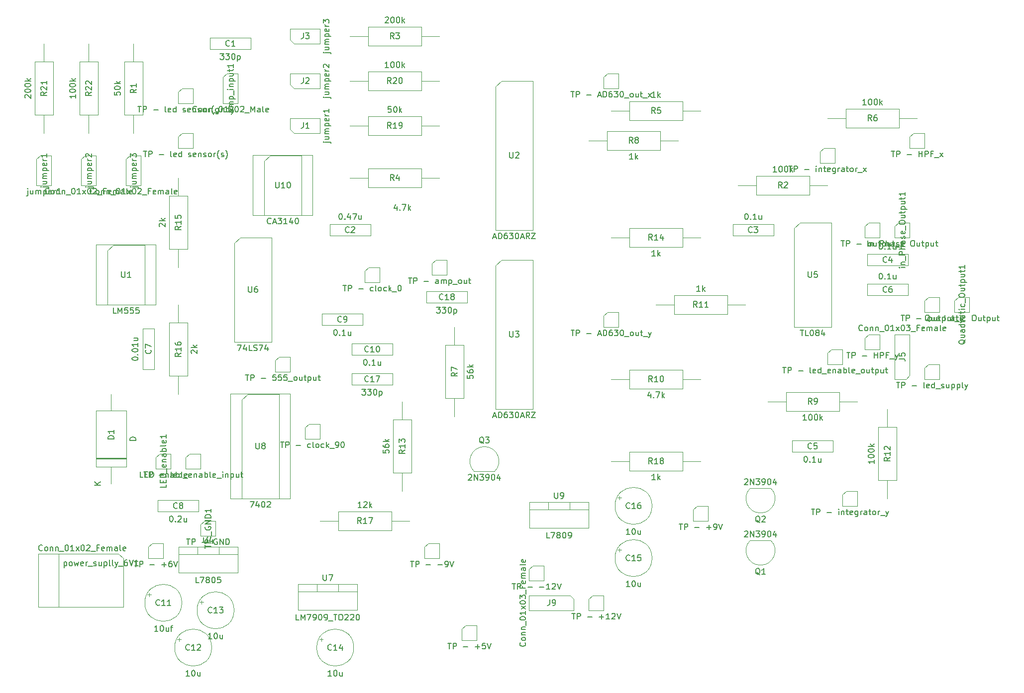
<source format=gbr>
G04 #@! TF.GenerationSoftware,KiCad,Pcbnew,(5.1.2)-2*
G04 #@! TF.CreationDate,2020-08-18T11:40:19+03:00*
G04 #@! TF.ProjectId,timing_circuit,74696d69-6e67-45f6-9369-72637569742e,rev?*
G04 #@! TF.SameCoordinates,Original*
G04 #@! TF.FileFunction,Other,Fab,Top*
%FSLAX46Y46*%
G04 Gerber Fmt 4.6, Leading zero omitted, Abs format (unit mm)*
G04 Created by KiCad (PCBNEW (5.1.2)-2) date 2020-08-18 11:40:19*
%MOMM*%
%LPD*%
G04 APERTURE LIST*
%ADD10C,0.100000*%
%ADD11C,0.150000*%
G04 APERTURE END LIST*
D10*
X26670000Y-35560000D02*
X26670000Y-32440000D01*
X26670000Y-20320000D02*
X26670000Y-23440000D01*
X28270000Y-32440000D02*
X28270000Y-23440000D01*
X25070000Y-32440000D02*
X28270000Y-32440000D01*
X25070000Y-23440000D02*
X25070000Y-32440000D01*
X28270000Y-23440000D02*
X25070000Y-23440000D01*
X19050000Y-35560000D02*
X19050000Y-32440000D01*
X19050000Y-20320000D02*
X19050000Y-23440000D01*
X20650000Y-32440000D02*
X20650000Y-23440000D01*
X17450000Y-32440000D02*
X20650000Y-32440000D01*
X17450000Y-23440000D02*
X17450000Y-32440000D01*
X20650000Y-23440000D02*
X17450000Y-23440000D01*
X71120000Y-26670000D02*
X74240000Y-26670000D01*
X86360000Y-26670000D02*
X83240000Y-26670000D01*
X74240000Y-28270000D02*
X83240000Y-28270000D01*
X74240000Y-25070000D02*
X74240000Y-28270000D01*
X83240000Y-25070000D02*
X74240000Y-25070000D01*
X83240000Y-28270000D02*
X83240000Y-25070000D01*
X71120000Y-34290000D02*
X74240000Y-34290000D01*
X86360000Y-34290000D02*
X83240000Y-34290000D01*
X74240000Y-35890000D02*
X83240000Y-35890000D01*
X74240000Y-32690000D02*
X74240000Y-35890000D01*
X83240000Y-32690000D02*
X74240000Y-32690000D01*
X83240000Y-35890000D02*
X83240000Y-32690000D01*
X92226375Y-93193625D02*
G75*
G02X93980000Y-88960000I1753625J1753625D01*
G01*
X95733625Y-93193625D02*
G75*
G03X93980000Y-88960000I-1753625J1753625D01*
G01*
X92210000Y-93190000D02*
X95710000Y-93190000D01*
X142723625Y-96036375D02*
G75*
G02X140970000Y-100270000I-1753625J-1753625D01*
G01*
X139216375Y-96036375D02*
G75*
G03X140970000Y-100270000I1753625J-1753625D01*
G01*
X142740000Y-96040000D02*
X139240000Y-96040000D01*
X142723625Y-104926375D02*
G75*
G02X140970000Y-109160000I-1753625J-1753625D01*
G01*
X139216375Y-104926375D02*
G75*
G03X140970000Y-109160000I1753625J-1753625D01*
G01*
X142740000Y-104930000D02*
X139240000Y-104930000D01*
X61595000Y-20320000D02*
X60960000Y-19685000D01*
X66040000Y-20320000D02*
X61595000Y-20320000D01*
X66040000Y-17780000D02*
X66040000Y-20320000D01*
X60960000Y-17780000D02*
X66040000Y-17780000D01*
X60960000Y-19685000D02*
X60960000Y-17780000D01*
X61595000Y-27940000D02*
X60960000Y-27305000D01*
X66040000Y-27940000D02*
X61595000Y-27940000D01*
X66040000Y-25400000D02*
X66040000Y-27940000D01*
X60960000Y-25400000D02*
X66040000Y-25400000D01*
X60960000Y-27305000D02*
X60960000Y-25400000D01*
X61595000Y-35560000D02*
X60960000Y-34925000D01*
X66040000Y-35560000D02*
X61595000Y-35560000D01*
X66040000Y-33020000D02*
X66040000Y-35560000D01*
X60960000Y-33020000D02*
X66040000Y-33020000D01*
X60960000Y-34925000D02*
X60960000Y-33020000D01*
X91090000Y-62500000D02*
X84090000Y-62500000D01*
X91090000Y-64500000D02*
X91090000Y-62500000D01*
X84090000Y-64500000D02*
X91090000Y-64500000D01*
X84090000Y-62500000D02*
X84090000Y-64500000D01*
X78390000Y-76470000D02*
X71390000Y-76470000D01*
X78390000Y-78470000D02*
X78390000Y-76470000D01*
X71390000Y-78470000D02*
X78390000Y-78470000D01*
X71390000Y-76470000D02*
X71390000Y-78470000D01*
X159385000Y-69850000D02*
X161290000Y-69850000D01*
X161290000Y-69850000D02*
X161290000Y-72390000D01*
X161290000Y-72390000D02*
X158750000Y-72390000D01*
X158750000Y-72390000D02*
X158750000Y-70485000D01*
X158750000Y-70485000D02*
X159385000Y-69850000D01*
X85725000Y-57150000D02*
X87630000Y-57150000D01*
X87630000Y-57150000D02*
X87630000Y-59690000D01*
X87630000Y-59690000D02*
X85090000Y-59690000D01*
X85090000Y-59690000D02*
X85090000Y-57785000D01*
X85090000Y-57785000D02*
X85725000Y-57150000D01*
X59055000Y-73660000D02*
X60960000Y-73660000D01*
X60960000Y-73660000D02*
X60960000Y-76200000D01*
X60960000Y-76200000D02*
X58420000Y-76200000D01*
X58420000Y-76200000D02*
X58420000Y-74295000D01*
X58420000Y-74295000D02*
X59055000Y-73660000D01*
X48840000Y-106070000D02*
X48840000Y-107340000D01*
X45140000Y-106070000D02*
X45140000Y-107340000D01*
X41990000Y-107340000D02*
X51990000Y-107340000D01*
X51990000Y-106070000D02*
X41990000Y-106070000D01*
X51990000Y-110470000D02*
X51990000Y-106070000D01*
X41990000Y-110470000D02*
X51990000Y-110470000D01*
X41990000Y-106070000D02*
X41990000Y-110470000D01*
X69160000Y-112420000D02*
X69160000Y-113690000D01*
X65460000Y-112420000D02*
X65460000Y-113690000D01*
X62310000Y-113690000D02*
X72310000Y-113690000D01*
X72310000Y-112420000D02*
X62310000Y-112420000D01*
X72310000Y-116820000D02*
X72310000Y-112420000D01*
X62310000Y-116820000D02*
X72310000Y-116820000D01*
X62310000Y-112420000D02*
X62310000Y-116820000D01*
X108530000Y-98450000D02*
X108530000Y-99720000D01*
X104830000Y-98450000D02*
X104830000Y-99720000D01*
X101680000Y-99720000D02*
X111680000Y-99720000D01*
X111680000Y-98450000D02*
X101680000Y-98450000D01*
X111680000Y-102850000D02*
X111680000Y-98450000D01*
X101680000Y-102850000D02*
X111680000Y-102850000D01*
X101680000Y-98450000D02*
X101680000Y-102850000D01*
X108585000Y-114300000D02*
X109220000Y-114935000D01*
X101600000Y-114300000D02*
X108585000Y-114300000D01*
X101600000Y-116840000D02*
X101600000Y-114300000D01*
X109220000Y-116840000D02*
X101600000Y-116840000D01*
X109220000Y-114935000D02*
X109220000Y-116840000D01*
X31750000Y-107260000D02*
X18050000Y-107260000D01*
X32550000Y-116260000D02*
X32550000Y-108010000D01*
X18050000Y-116260000D02*
X32550000Y-116260000D01*
X18050000Y-107260000D02*
X18050000Y-116260000D01*
X21550000Y-107260000D02*
X21550000Y-116260000D01*
X31746787Y-107254575D02*
X32550000Y-108010000D01*
X47260000Y-19320000D02*
X47260000Y-21320000D01*
X47260000Y-21320000D02*
X54260000Y-21320000D01*
X54260000Y-21320000D02*
X54260000Y-19320000D01*
X54260000Y-19320000D02*
X47260000Y-19320000D01*
X67660000Y-53070000D02*
X74660000Y-53070000D01*
X67660000Y-51070000D02*
X67660000Y-53070000D01*
X74660000Y-51070000D02*
X67660000Y-51070000D01*
X74660000Y-53070000D02*
X74660000Y-51070000D01*
X143240000Y-53070000D02*
X143240000Y-51070000D01*
X143240000Y-51070000D02*
X136240000Y-51070000D01*
X136240000Y-51070000D02*
X136240000Y-53070000D01*
X136240000Y-53070000D02*
X143240000Y-53070000D01*
X166100000Y-58150000D02*
X166100000Y-56150000D01*
X166100000Y-56150000D02*
X159100000Y-56150000D01*
X159100000Y-56150000D02*
X159100000Y-58150000D01*
X159100000Y-58150000D02*
X166100000Y-58150000D01*
X153320000Y-87900000D02*
X146320000Y-87900000D01*
X153320000Y-89900000D02*
X153320000Y-87900000D01*
X146320000Y-89900000D02*
X153320000Y-89900000D01*
X146320000Y-87900000D02*
X146320000Y-89900000D01*
X166100000Y-63230000D02*
X166100000Y-61230000D01*
X166100000Y-61230000D02*
X159100000Y-61230000D01*
X159100000Y-61230000D02*
X159100000Y-63230000D01*
X159100000Y-63230000D02*
X166100000Y-63230000D01*
X37830000Y-75850000D02*
X37830000Y-68850000D01*
X35830000Y-75850000D02*
X37830000Y-75850000D01*
X35830000Y-68850000D02*
X35830000Y-75850000D01*
X37830000Y-68850000D02*
X35830000Y-68850000D01*
X45370000Y-98060000D02*
X38370000Y-98060000D01*
X45370000Y-100060000D02*
X45370000Y-98060000D01*
X38370000Y-100060000D02*
X45370000Y-100060000D01*
X38370000Y-98060000D02*
X38370000Y-100060000D01*
X66310000Y-66310000D02*
X66310000Y-68310000D01*
X66310000Y-68310000D02*
X73310000Y-68310000D01*
X73310000Y-68310000D02*
X73310000Y-66310000D01*
X73310000Y-66310000D02*
X66310000Y-66310000D01*
X78390000Y-71390000D02*
X71390000Y-71390000D01*
X78390000Y-73390000D02*
X78390000Y-71390000D01*
X71390000Y-73390000D02*
X78390000Y-73390000D01*
X71390000Y-71390000D02*
X71390000Y-73390000D01*
X42500000Y-115570000D02*
G75*
G03X42500000Y-115570000I-3150000J0D01*
G01*
X36656028Y-114196500D02*
X37286028Y-114196500D01*
X36971028Y-113881500D02*
X36971028Y-114511500D01*
X42051028Y-121501500D02*
X42051028Y-122131500D01*
X41736028Y-121816500D02*
X42366028Y-121816500D01*
X47580000Y-123190000D02*
G75*
G03X47580000Y-123190000I-3150000J0D01*
G01*
X51390000Y-116840000D02*
G75*
G03X51390000Y-116840000I-3150000J0D01*
G01*
X45546028Y-115466500D02*
X46176028Y-115466500D01*
X45861028Y-115151500D02*
X45861028Y-115781500D01*
X66221028Y-121501500D02*
X66221028Y-122131500D01*
X65906028Y-121816500D02*
X66536028Y-121816500D01*
X71750000Y-123190000D02*
G75*
G03X71750000Y-123190000I-3150000J0D01*
G01*
X122510000Y-107950000D02*
G75*
G03X122510000Y-107950000I-3150000J0D01*
G01*
X116666028Y-106576500D02*
X117296028Y-106576500D01*
X116981028Y-106261500D02*
X116981028Y-106891500D01*
X116981028Y-97371500D02*
X116981028Y-98001500D01*
X116666028Y-97686500D02*
X117296028Y-97686500D01*
X122510000Y-99060000D02*
G75*
G03X122510000Y-99060000I-3150000J0D01*
G01*
X27875000Y-92395000D02*
X33085000Y-92395000D01*
X33085000Y-92395000D02*
X33085000Y-82865000D01*
X33085000Y-82865000D02*
X27875000Y-82865000D01*
X27875000Y-82865000D02*
X27875000Y-92395000D01*
X30480000Y-95250000D02*
X30480000Y-92395000D01*
X30480000Y-80010000D02*
X30480000Y-82865000D01*
X27875000Y-90965500D02*
X33085000Y-90965500D01*
X27875000Y-90865500D02*
X33085000Y-90865500D01*
X27875000Y-91065500D02*
X33085000Y-91065500D01*
X50165000Y-25400000D02*
X52070000Y-25400000D01*
X52070000Y-25400000D02*
X52070000Y-30480000D01*
X52070000Y-30480000D02*
X49530000Y-30480000D01*
X49530000Y-30480000D02*
X49530000Y-26035000D01*
X49530000Y-26035000D02*
X50165000Y-25400000D01*
X163830000Y-51435000D02*
X164465000Y-50800000D01*
X163830000Y-53340000D02*
X163830000Y-51435000D01*
X166370000Y-53340000D02*
X163830000Y-53340000D01*
X166370000Y-50800000D02*
X166370000Y-53340000D01*
X164465000Y-50800000D02*
X166370000Y-50800000D01*
X174625000Y-63500000D02*
X176530000Y-63500000D01*
X176530000Y-63500000D02*
X176530000Y-66040000D01*
X176530000Y-66040000D02*
X173990000Y-66040000D01*
X173990000Y-66040000D02*
X173990000Y-64135000D01*
X173990000Y-64135000D02*
X174625000Y-63500000D01*
X38735000Y-90170000D02*
X40640000Y-90170000D01*
X40640000Y-90170000D02*
X40640000Y-92710000D01*
X40640000Y-92710000D02*
X38100000Y-92710000D01*
X38100000Y-92710000D02*
X38100000Y-90805000D01*
X38100000Y-90805000D02*
X38735000Y-90170000D01*
X165735000Y-77470000D02*
X163830000Y-77470000D01*
X163830000Y-77470000D02*
X163830000Y-69850000D01*
X163830000Y-69850000D02*
X166370000Y-69850000D01*
X166370000Y-69850000D02*
X166370000Y-76835000D01*
X166370000Y-76835000D02*
X165735000Y-77470000D01*
X34290000Y-35560000D02*
X34290000Y-32440000D01*
X34290000Y-20320000D02*
X34290000Y-23440000D01*
X35890000Y-32440000D02*
X35890000Y-23440000D01*
X32690000Y-32440000D02*
X35890000Y-32440000D01*
X32690000Y-23440000D02*
X32690000Y-32440000D01*
X35890000Y-23440000D02*
X32690000Y-23440000D01*
X149280000Y-46050000D02*
X149280000Y-42850000D01*
X149280000Y-42850000D02*
X140280000Y-42850000D01*
X140280000Y-42850000D02*
X140280000Y-46050000D01*
X140280000Y-46050000D02*
X149280000Y-46050000D01*
X152400000Y-44450000D02*
X149280000Y-44450000D01*
X137160000Y-44450000D02*
X140280000Y-44450000D01*
X83240000Y-20650000D02*
X83240000Y-17450000D01*
X83240000Y-17450000D02*
X74240000Y-17450000D01*
X74240000Y-17450000D02*
X74240000Y-20650000D01*
X74240000Y-20650000D02*
X83240000Y-20650000D01*
X86360000Y-19050000D02*
X83240000Y-19050000D01*
X71120000Y-19050000D02*
X74240000Y-19050000D01*
X74240000Y-41580000D02*
X74240000Y-44780000D01*
X74240000Y-44780000D02*
X83240000Y-44780000D01*
X83240000Y-44780000D02*
X83240000Y-41580000D01*
X83240000Y-41580000D02*
X74240000Y-41580000D01*
X71120000Y-43180000D02*
X74240000Y-43180000D01*
X86360000Y-43180000D02*
X83240000Y-43180000D01*
X115570000Y-31750000D02*
X118690000Y-31750000D01*
X130810000Y-31750000D02*
X127690000Y-31750000D01*
X118690000Y-33350000D02*
X127690000Y-33350000D01*
X118690000Y-30150000D02*
X118690000Y-33350000D01*
X127690000Y-30150000D02*
X118690000Y-30150000D01*
X127690000Y-33350000D02*
X127690000Y-30150000D01*
X152400000Y-33020000D02*
X155520000Y-33020000D01*
X167640000Y-33020000D02*
X164520000Y-33020000D01*
X155520000Y-34620000D02*
X164520000Y-34620000D01*
X155520000Y-31420000D02*
X155520000Y-34620000D01*
X164520000Y-31420000D02*
X155520000Y-31420000D01*
X164520000Y-34620000D02*
X164520000Y-31420000D01*
X87300000Y-80700000D02*
X90500000Y-80700000D01*
X90500000Y-80700000D02*
X90500000Y-71700000D01*
X90500000Y-71700000D02*
X87300000Y-71700000D01*
X87300000Y-71700000D02*
X87300000Y-80700000D01*
X88900000Y-83820000D02*
X88900000Y-80700000D01*
X88900000Y-68580000D02*
X88900000Y-71700000D01*
X114880000Y-35230000D02*
X114880000Y-38430000D01*
X114880000Y-38430000D02*
X123880000Y-38430000D01*
X123880000Y-38430000D02*
X123880000Y-35230000D01*
X123880000Y-35230000D02*
X114880000Y-35230000D01*
X111760000Y-36830000D02*
X114880000Y-36830000D01*
X127000000Y-36830000D02*
X123880000Y-36830000D01*
X145360000Y-79680000D02*
X145360000Y-82880000D01*
X145360000Y-82880000D02*
X154360000Y-82880000D01*
X154360000Y-82880000D02*
X154360000Y-79680000D01*
X154360000Y-79680000D02*
X145360000Y-79680000D01*
X142240000Y-81280000D02*
X145360000Y-81280000D01*
X157480000Y-81280000D02*
X154360000Y-81280000D01*
X118690000Y-75870000D02*
X118690000Y-79070000D01*
X118690000Y-79070000D02*
X127690000Y-79070000D01*
X127690000Y-79070000D02*
X127690000Y-75870000D01*
X127690000Y-75870000D02*
X118690000Y-75870000D01*
X115570000Y-77470000D02*
X118690000Y-77470000D01*
X130810000Y-77470000D02*
X127690000Y-77470000D01*
X123190000Y-64770000D02*
X126310000Y-64770000D01*
X138430000Y-64770000D02*
X135310000Y-64770000D01*
X126310000Y-66370000D02*
X135310000Y-66370000D01*
X126310000Y-63170000D02*
X126310000Y-66370000D01*
X135310000Y-63170000D02*
X126310000Y-63170000D01*
X135310000Y-66370000D02*
X135310000Y-63170000D01*
X162560000Y-97790000D02*
X162560000Y-94670000D01*
X162560000Y-82550000D02*
X162560000Y-85670000D01*
X164160000Y-94670000D02*
X164160000Y-85670000D01*
X160960000Y-94670000D02*
X164160000Y-94670000D01*
X160960000Y-85670000D02*
X160960000Y-94670000D01*
X164160000Y-85670000D02*
X160960000Y-85670000D01*
X80010000Y-96520000D02*
X80010000Y-93400000D01*
X80010000Y-81280000D02*
X80010000Y-84400000D01*
X81610000Y-93400000D02*
X81610000Y-84400000D01*
X78410000Y-93400000D02*
X81610000Y-93400000D01*
X78410000Y-84400000D02*
X78410000Y-93400000D01*
X81610000Y-84400000D02*
X78410000Y-84400000D01*
X118690000Y-51740000D02*
X118690000Y-54940000D01*
X118690000Y-54940000D02*
X127690000Y-54940000D01*
X127690000Y-54940000D02*
X127690000Y-51740000D01*
X127690000Y-51740000D02*
X118690000Y-51740000D01*
X115570000Y-53340000D02*
X118690000Y-53340000D01*
X130810000Y-53340000D02*
X127690000Y-53340000D01*
X41910000Y-58420000D02*
X41910000Y-55300000D01*
X41910000Y-43180000D02*
X41910000Y-46300000D01*
X43510000Y-55300000D02*
X43510000Y-46300000D01*
X40310000Y-55300000D02*
X43510000Y-55300000D01*
X40310000Y-46300000D02*
X40310000Y-55300000D01*
X43510000Y-46300000D02*
X40310000Y-46300000D01*
X40310000Y-76890000D02*
X43510000Y-76890000D01*
X43510000Y-76890000D02*
X43510000Y-67890000D01*
X43510000Y-67890000D02*
X40310000Y-67890000D01*
X40310000Y-67890000D02*
X40310000Y-76890000D01*
X41910000Y-80010000D02*
X41910000Y-76890000D01*
X41910000Y-64770000D02*
X41910000Y-67890000D01*
X66040000Y-101600000D02*
X69160000Y-101600000D01*
X81280000Y-101600000D02*
X78160000Y-101600000D01*
X69160000Y-103200000D02*
X78160000Y-103200000D01*
X69160000Y-100000000D02*
X69160000Y-103200000D01*
X78160000Y-100000000D02*
X69160000Y-100000000D01*
X78160000Y-103200000D02*
X78160000Y-100000000D01*
X130810000Y-91440000D02*
X127690000Y-91440000D01*
X115570000Y-91440000D02*
X118690000Y-91440000D01*
X127690000Y-89840000D02*
X118690000Y-89840000D01*
X127690000Y-93040000D02*
X127690000Y-89840000D01*
X118690000Y-93040000D02*
X127690000Y-93040000D01*
X118690000Y-89840000D02*
X118690000Y-93040000D01*
X38100000Y-54550000D02*
X27940000Y-54550000D01*
X38100000Y-64830000D02*
X38100000Y-54550000D01*
X27940000Y-64830000D02*
X38100000Y-64830000D01*
X27940000Y-54550000D02*
X27940000Y-64830000D01*
X29845000Y-55610000D02*
X30845000Y-54610000D01*
X29845000Y-64770000D02*
X29845000Y-55610000D01*
X36195000Y-64770000D02*
X29845000Y-64770000D01*
X36195000Y-54610000D02*
X36195000Y-64770000D01*
X30845000Y-54610000D02*
X36195000Y-54610000D01*
X96885000Y-26670000D02*
X102235000Y-26670000D01*
X102235000Y-26670000D02*
X102235000Y-52070000D01*
X102235000Y-52070000D02*
X95885000Y-52070000D01*
X95885000Y-52070000D02*
X95885000Y-27670000D01*
X95885000Y-27670000D02*
X96885000Y-26670000D01*
X95885000Y-58150000D02*
X96885000Y-57150000D01*
X95885000Y-82550000D02*
X95885000Y-58150000D01*
X102235000Y-82550000D02*
X95885000Y-82550000D01*
X102235000Y-57150000D02*
X102235000Y-82550000D01*
X96885000Y-57150000D02*
X102235000Y-57150000D01*
X146685000Y-51800000D02*
X147685000Y-50800000D01*
X146685000Y-68580000D02*
X146685000Y-51800000D01*
X153035000Y-68580000D02*
X146685000Y-68580000D01*
X153035000Y-50800000D02*
X153035000Y-68580000D01*
X147685000Y-50800000D02*
X153035000Y-50800000D01*
X52435000Y-53340000D02*
X57785000Y-53340000D01*
X57785000Y-53340000D02*
X57785000Y-71120000D01*
X57785000Y-71120000D02*
X51435000Y-71120000D01*
X51435000Y-71120000D02*
X51435000Y-54340000D01*
X51435000Y-54340000D02*
X52435000Y-53340000D01*
X53705000Y-80010000D02*
X59055000Y-80010000D01*
X59055000Y-80010000D02*
X59055000Y-97790000D01*
X59055000Y-97790000D02*
X52705000Y-97790000D01*
X52705000Y-97790000D02*
X52705000Y-81010000D01*
X52705000Y-81010000D02*
X53705000Y-80010000D01*
X50800000Y-79950000D02*
X50800000Y-97850000D01*
X50800000Y-97850000D02*
X60960000Y-97850000D01*
X60960000Y-97850000D02*
X60960000Y-79950000D01*
X60960000Y-79950000D02*
X50800000Y-79950000D01*
X57515000Y-39370000D02*
X62865000Y-39370000D01*
X62865000Y-39370000D02*
X62865000Y-49530000D01*
X62865000Y-49530000D02*
X56515000Y-49530000D01*
X56515000Y-49530000D02*
X56515000Y-40370000D01*
X56515000Y-40370000D02*
X57515000Y-39370000D01*
X54610000Y-39310000D02*
X54610000Y-49590000D01*
X54610000Y-49590000D02*
X64770000Y-49590000D01*
X64770000Y-49590000D02*
X64770000Y-39310000D01*
X64770000Y-39310000D02*
X54610000Y-39310000D01*
X36830000Y-106045000D02*
X37465000Y-105410000D01*
X36830000Y-107950000D02*
X36830000Y-106045000D01*
X39370000Y-107950000D02*
X36830000Y-107950000D01*
X39370000Y-105410000D02*
X39370000Y-107950000D01*
X37465000Y-105410000D02*
X39370000Y-105410000D01*
X90805000Y-119380000D02*
X92710000Y-119380000D01*
X92710000Y-119380000D02*
X92710000Y-121920000D01*
X92710000Y-121920000D02*
X90170000Y-121920000D01*
X90170000Y-121920000D02*
X90170000Y-120015000D01*
X90170000Y-120015000D02*
X90805000Y-119380000D01*
X102235000Y-109220000D02*
X104140000Y-109220000D01*
X104140000Y-109220000D02*
X104140000Y-111760000D01*
X104140000Y-111760000D02*
X101600000Y-111760000D01*
X101600000Y-111760000D02*
X101600000Y-109855000D01*
X101600000Y-109855000D02*
X102235000Y-109220000D01*
X63500000Y-85725000D02*
X64135000Y-85090000D01*
X63500000Y-87630000D02*
X63500000Y-85725000D01*
X66040000Y-87630000D02*
X63500000Y-87630000D01*
X66040000Y-85090000D02*
X66040000Y-87630000D01*
X64135000Y-85090000D02*
X66040000Y-85090000D01*
X43180000Y-90805000D02*
X43815000Y-90170000D01*
X43180000Y-92710000D02*
X43180000Y-90805000D01*
X45720000Y-92710000D02*
X43180000Y-92710000D01*
X45720000Y-90170000D02*
X45720000Y-92710000D01*
X43815000Y-90170000D02*
X45720000Y-90170000D01*
X83820000Y-106045000D02*
X84455000Y-105410000D01*
X83820000Y-107950000D02*
X83820000Y-106045000D01*
X86360000Y-107950000D02*
X83820000Y-107950000D01*
X86360000Y-105410000D02*
X86360000Y-107950000D01*
X84455000Y-105410000D02*
X86360000Y-105410000D01*
X73660000Y-59055000D02*
X74295000Y-58420000D01*
X73660000Y-60960000D02*
X73660000Y-59055000D01*
X76200000Y-60960000D02*
X73660000Y-60960000D01*
X76200000Y-58420000D02*
X76200000Y-60960000D01*
X74295000Y-58420000D02*
X76200000Y-58420000D01*
X111760000Y-114935000D02*
X112395000Y-114300000D01*
X111760000Y-116840000D02*
X111760000Y-114935000D01*
X114300000Y-116840000D02*
X111760000Y-116840000D01*
X114300000Y-114300000D02*
X114300000Y-116840000D01*
X112395000Y-114300000D02*
X114300000Y-114300000D01*
X46355000Y-101600000D02*
X48260000Y-101600000D01*
X48260000Y-101600000D02*
X48260000Y-104140000D01*
X48260000Y-104140000D02*
X45720000Y-104140000D01*
X45720000Y-104140000D02*
X45720000Y-102235000D01*
X45720000Y-102235000D02*
X46355000Y-101600000D01*
X129540000Y-99695000D02*
X130175000Y-99060000D01*
X129540000Y-101600000D02*
X129540000Y-99695000D01*
X132080000Y-101600000D02*
X129540000Y-101600000D01*
X132080000Y-99060000D02*
X132080000Y-101600000D01*
X130175000Y-99060000D02*
X132080000Y-99060000D01*
X41910000Y-28575000D02*
X42545000Y-27940000D01*
X41910000Y-30480000D02*
X41910000Y-28575000D01*
X44450000Y-30480000D02*
X41910000Y-30480000D01*
X44450000Y-27940000D02*
X44450000Y-30480000D01*
X42545000Y-27940000D02*
X44450000Y-27940000D01*
X42545000Y-35560000D02*
X44450000Y-35560000D01*
X44450000Y-35560000D02*
X44450000Y-38100000D01*
X44450000Y-38100000D02*
X41910000Y-38100000D01*
X41910000Y-38100000D02*
X41910000Y-36195000D01*
X41910000Y-36195000D02*
X42545000Y-35560000D01*
X114300000Y-26035000D02*
X114935000Y-25400000D01*
X114300000Y-27940000D02*
X114300000Y-26035000D01*
X116840000Y-27940000D02*
X114300000Y-27940000D01*
X116840000Y-25400000D02*
X116840000Y-27940000D01*
X114935000Y-25400000D02*
X116840000Y-25400000D01*
X153035000Y-72390000D02*
X154940000Y-72390000D01*
X154940000Y-72390000D02*
X154940000Y-74930000D01*
X154940000Y-74930000D02*
X152400000Y-74930000D01*
X152400000Y-74930000D02*
X152400000Y-73025000D01*
X152400000Y-73025000D02*
X153035000Y-72390000D01*
X114935000Y-66040000D02*
X116840000Y-66040000D01*
X116840000Y-66040000D02*
X116840000Y-68580000D01*
X116840000Y-68580000D02*
X114300000Y-68580000D01*
X114300000Y-68580000D02*
X114300000Y-66675000D01*
X114300000Y-66675000D02*
X114935000Y-66040000D01*
X168910000Y-75565000D02*
X169545000Y-74930000D01*
X168910000Y-77470000D02*
X168910000Y-75565000D01*
X171450000Y-77470000D02*
X168910000Y-77470000D01*
X171450000Y-74930000D02*
X171450000Y-77470000D01*
X169545000Y-74930000D02*
X171450000Y-74930000D01*
X151130000Y-38735000D02*
X151765000Y-38100000D01*
X151130000Y-40640000D02*
X151130000Y-38735000D01*
X153670000Y-40640000D02*
X151130000Y-40640000D01*
X153670000Y-38100000D02*
X153670000Y-40640000D01*
X151765000Y-38100000D02*
X153670000Y-38100000D01*
X155575000Y-96520000D02*
X157480000Y-96520000D01*
X157480000Y-96520000D02*
X157480000Y-99060000D01*
X157480000Y-99060000D02*
X154940000Y-99060000D01*
X154940000Y-99060000D02*
X154940000Y-97155000D01*
X154940000Y-97155000D02*
X155575000Y-96520000D01*
X166370000Y-36195000D02*
X167005000Y-35560000D01*
X166370000Y-38100000D02*
X166370000Y-36195000D01*
X168910000Y-38100000D02*
X166370000Y-38100000D01*
X168910000Y-35560000D02*
X168910000Y-38100000D01*
X167005000Y-35560000D02*
X168910000Y-35560000D01*
X169545000Y-63500000D02*
X171450000Y-63500000D01*
X171450000Y-63500000D02*
X171450000Y-66040000D01*
X171450000Y-66040000D02*
X168910000Y-66040000D01*
X168910000Y-66040000D02*
X168910000Y-64135000D01*
X168910000Y-64135000D02*
X169545000Y-63500000D01*
X159385000Y-50800000D02*
X161290000Y-50800000D01*
X161290000Y-50800000D02*
X161290000Y-53340000D01*
X161290000Y-53340000D02*
X158750000Y-53340000D01*
X158750000Y-53340000D02*
X158750000Y-51435000D01*
X158750000Y-51435000D02*
X159385000Y-50800000D01*
X18415000Y-39370000D02*
X20320000Y-39370000D01*
X20320000Y-39370000D02*
X20320000Y-44450000D01*
X20320000Y-44450000D02*
X17780000Y-44450000D01*
X17780000Y-44450000D02*
X17780000Y-40005000D01*
X17780000Y-40005000D02*
X18415000Y-39370000D01*
X25400000Y-40005000D02*
X26035000Y-39370000D01*
X25400000Y-44450000D02*
X25400000Y-40005000D01*
X27940000Y-44450000D02*
X25400000Y-44450000D01*
X27940000Y-39370000D02*
X27940000Y-44450000D01*
X26035000Y-39370000D02*
X27940000Y-39370000D01*
X33655000Y-39370000D02*
X35560000Y-39370000D01*
X35560000Y-39370000D02*
X35560000Y-44450000D01*
X35560000Y-44450000D02*
X33020000Y-44450000D01*
X33020000Y-44450000D02*
X33020000Y-40005000D01*
X33020000Y-40005000D02*
X33655000Y-39370000D01*
D11*
X24402380Y-29011428D02*
X24402380Y-29582857D01*
X24402380Y-29297142D02*
X23402380Y-29297142D01*
X23545238Y-29392380D01*
X23640476Y-29487619D01*
X23688095Y-29582857D01*
X23402380Y-28392380D02*
X23402380Y-28297142D01*
X23450000Y-28201904D01*
X23497619Y-28154285D01*
X23592857Y-28106666D01*
X23783333Y-28059047D01*
X24021428Y-28059047D01*
X24211904Y-28106666D01*
X24307142Y-28154285D01*
X24354761Y-28201904D01*
X24402380Y-28297142D01*
X24402380Y-28392380D01*
X24354761Y-28487619D01*
X24307142Y-28535238D01*
X24211904Y-28582857D01*
X24021428Y-28630476D01*
X23783333Y-28630476D01*
X23592857Y-28582857D01*
X23497619Y-28535238D01*
X23450000Y-28487619D01*
X23402380Y-28392380D01*
X23402380Y-27440000D02*
X23402380Y-27344761D01*
X23450000Y-27249523D01*
X23497619Y-27201904D01*
X23592857Y-27154285D01*
X23783333Y-27106666D01*
X24021428Y-27106666D01*
X24211904Y-27154285D01*
X24307142Y-27201904D01*
X24354761Y-27249523D01*
X24402380Y-27344761D01*
X24402380Y-27440000D01*
X24354761Y-27535238D01*
X24307142Y-27582857D01*
X24211904Y-27630476D01*
X24021428Y-27678095D01*
X23783333Y-27678095D01*
X23592857Y-27630476D01*
X23497619Y-27582857D01*
X23450000Y-27535238D01*
X23402380Y-27440000D01*
X24402380Y-26678095D02*
X23402380Y-26678095D01*
X24021428Y-26582857D02*
X24402380Y-26297142D01*
X23735714Y-26297142D02*
X24116666Y-26678095D01*
X27122380Y-28582857D02*
X26646190Y-28916190D01*
X27122380Y-29154285D02*
X26122380Y-29154285D01*
X26122380Y-28773333D01*
X26170000Y-28678095D01*
X26217619Y-28630476D01*
X26312857Y-28582857D01*
X26455714Y-28582857D01*
X26550952Y-28630476D01*
X26598571Y-28678095D01*
X26646190Y-28773333D01*
X26646190Y-29154285D01*
X26217619Y-28201904D02*
X26170000Y-28154285D01*
X26122380Y-28059047D01*
X26122380Y-27820952D01*
X26170000Y-27725714D01*
X26217619Y-27678095D01*
X26312857Y-27630476D01*
X26408095Y-27630476D01*
X26550952Y-27678095D01*
X27122380Y-28249523D01*
X27122380Y-27630476D01*
X26217619Y-27249523D02*
X26170000Y-27201904D01*
X26122380Y-27106666D01*
X26122380Y-26868571D01*
X26170000Y-26773333D01*
X26217619Y-26725714D01*
X26312857Y-26678095D01*
X26408095Y-26678095D01*
X26550952Y-26725714D01*
X27122380Y-27297142D01*
X27122380Y-26678095D01*
X15877619Y-29582857D02*
X15830000Y-29535238D01*
X15782380Y-29440000D01*
X15782380Y-29201904D01*
X15830000Y-29106666D01*
X15877619Y-29059047D01*
X15972857Y-29011428D01*
X16068095Y-29011428D01*
X16210952Y-29059047D01*
X16782380Y-29630476D01*
X16782380Y-29011428D01*
X15782380Y-28392380D02*
X15782380Y-28297142D01*
X15830000Y-28201904D01*
X15877619Y-28154285D01*
X15972857Y-28106666D01*
X16163333Y-28059047D01*
X16401428Y-28059047D01*
X16591904Y-28106666D01*
X16687142Y-28154285D01*
X16734761Y-28201904D01*
X16782380Y-28297142D01*
X16782380Y-28392380D01*
X16734761Y-28487619D01*
X16687142Y-28535238D01*
X16591904Y-28582857D01*
X16401428Y-28630476D01*
X16163333Y-28630476D01*
X15972857Y-28582857D01*
X15877619Y-28535238D01*
X15830000Y-28487619D01*
X15782380Y-28392380D01*
X15782380Y-27440000D02*
X15782380Y-27344761D01*
X15830000Y-27249523D01*
X15877619Y-27201904D01*
X15972857Y-27154285D01*
X16163333Y-27106666D01*
X16401428Y-27106666D01*
X16591904Y-27154285D01*
X16687142Y-27201904D01*
X16734761Y-27249523D01*
X16782380Y-27344761D01*
X16782380Y-27440000D01*
X16734761Y-27535238D01*
X16687142Y-27582857D01*
X16591904Y-27630476D01*
X16401428Y-27678095D01*
X16163333Y-27678095D01*
X15972857Y-27630476D01*
X15877619Y-27582857D01*
X15830000Y-27535238D01*
X15782380Y-27440000D01*
X16782380Y-26678095D02*
X15782380Y-26678095D01*
X16401428Y-26582857D02*
X16782380Y-26297142D01*
X16115714Y-26297142D02*
X16496666Y-26678095D01*
X19502380Y-28582857D02*
X19026190Y-28916190D01*
X19502380Y-29154285D02*
X18502380Y-29154285D01*
X18502380Y-28773333D01*
X18550000Y-28678095D01*
X18597619Y-28630476D01*
X18692857Y-28582857D01*
X18835714Y-28582857D01*
X18930952Y-28630476D01*
X18978571Y-28678095D01*
X19026190Y-28773333D01*
X19026190Y-29154285D01*
X18597619Y-28201904D02*
X18550000Y-28154285D01*
X18502380Y-28059047D01*
X18502380Y-27820952D01*
X18550000Y-27725714D01*
X18597619Y-27678095D01*
X18692857Y-27630476D01*
X18788095Y-27630476D01*
X18930952Y-27678095D01*
X19502380Y-28249523D01*
X19502380Y-27630476D01*
X19502380Y-26678095D02*
X19502380Y-27249523D01*
X19502380Y-26963809D02*
X18502380Y-26963809D01*
X18645238Y-27059047D01*
X18740476Y-27154285D01*
X18788095Y-27249523D01*
X77668571Y-24402380D02*
X77097142Y-24402380D01*
X77382857Y-24402380D02*
X77382857Y-23402380D01*
X77287619Y-23545238D01*
X77192380Y-23640476D01*
X77097142Y-23688095D01*
X78287619Y-23402380D02*
X78382857Y-23402380D01*
X78478095Y-23450000D01*
X78525714Y-23497619D01*
X78573333Y-23592857D01*
X78620952Y-23783333D01*
X78620952Y-24021428D01*
X78573333Y-24211904D01*
X78525714Y-24307142D01*
X78478095Y-24354761D01*
X78382857Y-24402380D01*
X78287619Y-24402380D01*
X78192380Y-24354761D01*
X78144761Y-24307142D01*
X78097142Y-24211904D01*
X78049523Y-24021428D01*
X78049523Y-23783333D01*
X78097142Y-23592857D01*
X78144761Y-23497619D01*
X78192380Y-23450000D01*
X78287619Y-23402380D01*
X79240000Y-23402380D02*
X79335238Y-23402380D01*
X79430476Y-23450000D01*
X79478095Y-23497619D01*
X79525714Y-23592857D01*
X79573333Y-23783333D01*
X79573333Y-24021428D01*
X79525714Y-24211904D01*
X79478095Y-24307142D01*
X79430476Y-24354761D01*
X79335238Y-24402380D01*
X79240000Y-24402380D01*
X79144761Y-24354761D01*
X79097142Y-24307142D01*
X79049523Y-24211904D01*
X79001904Y-24021428D01*
X79001904Y-23783333D01*
X79049523Y-23592857D01*
X79097142Y-23497619D01*
X79144761Y-23450000D01*
X79240000Y-23402380D01*
X80001904Y-24402380D02*
X80001904Y-23402380D01*
X80097142Y-24021428D02*
X80382857Y-24402380D01*
X80382857Y-23735714D02*
X80001904Y-24116666D01*
X78097142Y-27122380D02*
X77763809Y-26646190D01*
X77525714Y-27122380D02*
X77525714Y-26122380D01*
X77906666Y-26122380D01*
X78001904Y-26170000D01*
X78049523Y-26217619D01*
X78097142Y-26312857D01*
X78097142Y-26455714D01*
X78049523Y-26550952D01*
X78001904Y-26598571D01*
X77906666Y-26646190D01*
X77525714Y-26646190D01*
X78478095Y-26217619D02*
X78525714Y-26170000D01*
X78620952Y-26122380D01*
X78859047Y-26122380D01*
X78954285Y-26170000D01*
X79001904Y-26217619D01*
X79049523Y-26312857D01*
X79049523Y-26408095D01*
X79001904Y-26550952D01*
X78430476Y-27122380D01*
X79049523Y-27122380D01*
X79668571Y-26122380D02*
X79763809Y-26122380D01*
X79859047Y-26170000D01*
X79906666Y-26217619D01*
X79954285Y-26312857D01*
X80001904Y-26503333D01*
X80001904Y-26741428D01*
X79954285Y-26931904D01*
X79906666Y-27027142D01*
X79859047Y-27074761D01*
X79763809Y-27122380D01*
X79668571Y-27122380D01*
X79573333Y-27074761D01*
X79525714Y-27027142D01*
X79478095Y-26931904D01*
X79430476Y-26741428D01*
X79430476Y-26503333D01*
X79478095Y-26312857D01*
X79525714Y-26217619D01*
X79573333Y-26170000D01*
X79668571Y-26122380D01*
X78097142Y-31022380D02*
X77620952Y-31022380D01*
X77573333Y-31498571D01*
X77620952Y-31450952D01*
X77716190Y-31403333D01*
X77954285Y-31403333D01*
X78049523Y-31450952D01*
X78097142Y-31498571D01*
X78144761Y-31593809D01*
X78144761Y-31831904D01*
X78097142Y-31927142D01*
X78049523Y-31974761D01*
X77954285Y-32022380D01*
X77716190Y-32022380D01*
X77620952Y-31974761D01*
X77573333Y-31927142D01*
X78763809Y-31022380D02*
X78859047Y-31022380D01*
X78954285Y-31070000D01*
X79001904Y-31117619D01*
X79049523Y-31212857D01*
X79097142Y-31403333D01*
X79097142Y-31641428D01*
X79049523Y-31831904D01*
X79001904Y-31927142D01*
X78954285Y-31974761D01*
X78859047Y-32022380D01*
X78763809Y-32022380D01*
X78668571Y-31974761D01*
X78620952Y-31927142D01*
X78573333Y-31831904D01*
X78525714Y-31641428D01*
X78525714Y-31403333D01*
X78573333Y-31212857D01*
X78620952Y-31117619D01*
X78668571Y-31070000D01*
X78763809Y-31022380D01*
X79525714Y-32022380D02*
X79525714Y-31022380D01*
X79620952Y-31641428D02*
X79906666Y-32022380D01*
X79906666Y-31355714D02*
X79525714Y-31736666D01*
X78097142Y-34742380D02*
X77763809Y-34266190D01*
X77525714Y-34742380D02*
X77525714Y-33742380D01*
X77906666Y-33742380D01*
X78001904Y-33790000D01*
X78049523Y-33837619D01*
X78097142Y-33932857D01*
X78097142Y-34075714D01*
X78049523Y-34170952D01*
X78001904Y-34218571D01*
X77906666Y-34266190D01*
X77525714Y-34266190D01*
X79049523Y-34742380D02*
X78478095Y-34742380D01*
X78763809Y-34742380D02*
X78763809Y-33742380D01*
X78668571Y-33885238D01*
X78573333Y-33980476D01*
X78478095Y-34028095D01*
X79525714Y-34742380D02*
X79716190Y-34742380D01*
X79811428Y-34694761D01*
X79859047Y-34647142D01*
X79954285Y-34504285D01*
X80001904Y-34313809D01*
X80001904Y-33932857D01*
X79954285Y-33837619D01*
X79906666Y-33790000D01*
X79811428Y-33742380D01*
X79620952Y-33742380D01*
X79525714Y-33790000D01*
X79478095Y-33837619D01*
X79430476Y-33932857D01*
X79430476Y-34170952D01*
X79478095Y-34266190D01*
X79525714Y-34313809D01*
X79620952Y-34361428D01*
X79811428Y-34361428D01*
X79906666Y-34313809D01*
X79954285Y-34266190D01*
X80001904Y-34170952D01*
X91265714Y-93777619D02*
X91313333Y-93730000D01*
X91408571Y-93682380D01*
X91646666Y-93682380D01*
X91741904Y-93730000D01*
X91789523Y-93777619D01*
X91837142Y-93872857D01*
X91837142Y-93968095D01*
X91789523Y-94110952D01*
X91218095Y-94682380D01*
X91837142Y-94682380D01*
X92265714Y-94682380D02*
X92265714Y-93682380D01*
X92837142Y-94682380D01*
X92837142Y-93682380D01*
X93218095Y-93682380D02*
X93837142Y-93682380D01*
X93503809Y-94063333D01*
X93646666Y-94063333D01*
X93741904Y-94110952D01*
X93789523Y-94158571D01*
X93837142Y-94253809D01*
X93837142Y-94491904D01*
X93789523Y-94587142D01*
X93741904Y-94634761D01*
X93646666Y-94682380D01*
X93360952Y-94682380D01*
X93265714Y-94634761D01*
X93218095Y-94587142D01*
X94313333Y-94682380D02*
X94503809Y-94682380D01*
X94599047Y-94634761D01*
X94646666Y-94587142D01*
X94741904Y-94444285D01*
X94789523Y-94253809D01*
X94789523Y-93872857D01*
X94741904Y-93777619D01*
X94694285Y-93730000D01*
X94599047Y-93682380D01*
X94408571Y-93682380D01*
X94313333Y-93730000D01*
X94265714Y-93777619D01*
X94218095Y-93872857D01*
X94218095Y-94110952D01*
X94265714Y-94206190D01*
X94313333Y-94253809D01*
X94408571Y-94301428D01*
X94599047Y-94301428D01*
X94694285Y-94253809D01*
X94741904Y-94206190D01*
X94789523Y-94110952D01*
X95408571Y-93682380D02*
X95503809Y-93682380D01*
X95599047Y-93730000D01*
X95646666Y-93777619D01*
X95694285Y-93872857D01*
X95741904Y-94063333D01*
X95741904Y-94301428D01*
X95694285Y-94491904D01*
X95646666Y-94587142D01*
X95599047Y-94634761D01*
X95503809Y-94682380D01*
X95408571Y-94682380D01*
X95313333Y-94634761D01*
X95265714Y-94587142D01*
X95218095Y-94491904D01*
X95170476Y-94301428D01*
X95170476Y-94063333D01*
X95218095Y-93872857D01*
X95265714Y-93777619D01*
X95313333Y-93730000D01*
X95408571Y-93682380D01*
X96599047Y-94015714D02*
X96599047Y-94682380D01*
X96360952Y-93634761D02*
X96122857Y-94349047D01*
X96741904Y-94349047D01*
X93884761Y-88427619D02*
X93789523Y-88380000D01*
X93694285Y-88284761D01*
X93551428Y-88141904D01*
X93456190Y-88094285D01*
X93360952Y-88094285D01*
X93408571Y-88332380D02*
X93313333Y-88284761D01*
X93218095Y-88189523D01*
X93170476Y-87999047D01*
X93170476Y-87665714D01*
X93218095Y-87475238D01*
X93313333Y-87380000D01*
X93408571Y-87332380D01*
X93599047Y-87332380D01*
X93694285Y-87380000D01*
X93789523Y-87475238D01*
X93837142Y-87665714D01*
X93837142Y-87999047D01*
X93789523Y-88189523D01*
X93694285Y-88284761D01*
X93599047Y-88332380D01*
X93408571Y-88332380D01*
X94170476Y-87332380D02*
X94789523Y-87332380D01*
X94456190Y-87713333D01*
X94599047Y-87713333D01*
X94694285Y-87760952D01*
X94741904Y-87808571D01*
X94789523Y-87903809D01*
X94789523Y-88141904D01*
X94741904Y-88237142D01*
X94694285Y-88284761D01*
X94599047Y-88332380D01*
X94313333Y-88332380D01*
X94218095Y-88284761D01*
X94170476Y-88237142D01*
X138255714Y-94547619D02*
X138303333Y-94500000D01*
X138398571Y-94452380D01*
X138636666Y-94452380D01*
X138731904Y-94500000D01*
X138779523Y-94547619D01*
X138827142Y-94642857D01*
X138827142Y-94738095D01*
X138779523Y-94880952D01*
X138208095Y-95452380D01*
X138827142Y-95452380D01*
X139255714Y-95452380D02*
X139255714Y-94452380D01*
X139827142Y-95452380D01*
X139827142Y-94452380D01*
X140208095Y-94452380D02*
X140827142Y-94452380D01*
X140493809Y-94833333D01*
X140636666Y-94833333D01*
X140731904Y-94880952D01*
X140779523Y-94928571D01*
X140827142Y-95023809D01*
X140827142Y-95261904D01*
X140779523Y-95357142D01*
X140731904Y-95404761D01*
X140636666Y-95452380D01*
X140350952Y-95452380D01*
X140255714Y-95404761D01*
X140208095Y-95357142D01*
X141303333Y-95452380D02*
X141493809Y-95452380D01*
X141589047Y-95404761D01*
X141636666Y-95357142D01*
X141731904Y-95214285D01*
X141779523Y-95023809D01*
X141779523Y-94642857D01*
X141731904Y-94547619D01*
X141684285Y-94500000D01*
X141589047Y-94452380D01*
X141398571Y-94452380D01*
X141303333Y-94500000D01*
X141255714Y-94547619D01*
X141208095Y-94642857D01*
X141208095Y-94880952D01*
X141255714Y-94976190D01*
X141303333Y-95023809D01*
X141398571Y-95071428D01*
X141589047Y-95071428D01*
X141684285Y-95023809D01*
X141731904Y-94976190D01*
X141779523Y-94880952D01*
X142398571Y-94452380D02*
X142493809Y-94452380D01*
X142589047Y-94500000D01*
X142636666Y-94547619D01*
X142684285Y-94642857D01*
X142731904Y-94833333D01*
X142731904Y-95071428D01*
X142684285Y-95261904D01*
X142636666Y-95357142D01*
X142589047Y-95404761D01*
X142493809Y-95452380D01*
X142398571Y-95452380D01*
X142303333Y-95404761D01*
X142255714Y-95357142D01*
X142208095Y-95261904D01*
X142160476Y-95071428D01*
X142160476Y-94833333D01*
X142208095Y-94642857D01*
X142255714Y-94547619D01*
X142303333Y-94500000D01*
X142398571Y-94452380D01*
X143589047Y-94785714D02*
X143589047Y-95452380D01*
X143350952Y-94404761D02*
X143112857Y-95119047D01*
X143731904Y-95119047D01*
X140874761Y-101897619D02*
X140779523Y-101850000D01*
X140684285Y-101754761D01*
X140541428Y-101611904D01*
X140446190Y-101564285D01*
X140350952Y-101564285D01*
X140398571Y-101802380D02*
X140303333Y-101754761D01*
X140208095Y-101659523D01*
X140160476Y-101469047D01*
X140160476Y-101135714D01*
X140208095Y-100945238D01*
X140303333Y-100850000D01*
X140398571Y-100802380D01*
X140589047Y-100802380D01*
X140684285Y-100850000D01*
X140779523Y-100945238D01*
X140827142Y-101135714D01*
X140827142Y-101469047D01*
X140779523Y-101659523D01*
X140684285Y-101754761D01*
X140589047Y-101802380D01*
X140398571Y-101802380D01*
X141208095Y-100897619D02*
X141255714Y-100850000D01*
X141350952Y-100802380D01*
X141589047Y-100802380D01*
X141684285Y-100850000D01*
X141731904Y-100897619D01*
X141779523Y-100992857D01*
X141779523Y-101088095D01*
X141731904Y-101230952D01*
X141160476Y-101802380D01*
X141779523Y-101802380D01*
X138255714Y-103437619D02*
X138303333Y-103390000D01*
X138398571Y-103342380D01*
X138636666Y-103342380D01*
X138731904Y-103390000D01*
X138779523Y-103437619D01*
X138827142Y-103532857D01*
X138827142Y-103628095D01*
X138779523Y-103770952D01*
X138208095Y-104342380D01*
X138827142Y-104342380D01*
X139255714Y-104342380D02*
X139255714Y-103342380D01*
X139827142Y-104342380D01*
X139827142Y-103342380D01*
X140208095Y-103342380D02*
X140827142Y-103342380D01*
X140493809Y-103723333D01*
X140636666Y-103723333D01*
X140731904Y-103770952D01*
X140779523Y-103818571D01*
X140827142Y-103913809D01*
X140827142Y-104151904D01*
X140779523Y-104247142D01*
X140731904Y-104294761D01*
X140636666Y-104342380D01*
X140350952Y-104342380D01*
X140255714Y-104294761D01*
X140208095Y-104247142D01*
X141303333Y-104342380D02*
X141493809Y-104342380D01*
X141589047Y-104294761D01*
X141636666Y-104247142D01*
X141731904Y-104104285D01*
X141779523Y-103913809D01*
X141779523Y-103532857D01*
X141731904Y-103437619D01*
X141684285Y-103390000D01*
X141589047Y-103342380D01*
X141398571Y-103342380D01*
X141303333Y-103390000D01*
X141255714Y-103437619D01*
X141208095Y-103532857D01*
X141208095Y-103770952D01*
X141255714Y-103866190D01*
X141303333Y-103913809D01*
X141398571Y-103961428D01*
X141589047Y-103961428D01*
X141684285Y-103913809D01*
X141731904Y-103866190D01*
X141779523Y-103770952D01*
X142398571Y-103342380D02*
X142493809Y-103342380D01*
X142589047Y-103390000D01*
X142636666Y-103437619D01*
X142684285Y-103532857D01*
X142731904Y-103723333D01*
X142731904Y-103961428D01*
X142684285Y-104151904D01*
X142636666Y-104247142D01*
X142589047Y-104294761D01*
X142493809Y-104342380D01*
X142398571Y-104342380D01*
X142303333Y-104294761D01*
X142255714Y-104247142D01*
X142208095Y-104151904D01*
X142160476Y-103961428D01*
X142160476Y-103723333D01*
X142208095Y-103532857D01*
X142255714Y-103437619D01*
X142303333Y-103390000D01*
X142398571Y-103342380D01*
X143589047Y-103675714D02*
X143589047Y-104342380D01*
X143350952Y-103294761D02*
X143112857Y-104009047D01*
X143731904Y-104009047D01*
X140874761Y-110787619D02*
X140779523Y-110740000D01*
X140684285Y-110644761D01*
X140541428Y-110501904D01*
X140446190Y-110454285D01*
X140350952Y-110454285D01*
X140398571Y-110692380D02*
X140303333Y-110644761D01*
X140208095Y-110549523D01*
X140160476Y-110359047D01*
X140160476Y-110025714D01*
X140208095Y-109835238D01*
X140303333Y-109740000D01*
X140398571Y-109692380D01*
X140589047Y-109692380D01*
X140684285Y-109740000D01*
X140779523Y-109835238D01*
X140827142Y-110025714D01*
X140827142Y-110359047D01*
X140779523Y-110549523D01*
X140684285Y-110644761D01*
X140589047Y-110692380D01*
X140398571Y-110692380D01*
X141779523Y-110692380D02*
X141208095Y-110692380D01*
X141493809Y-110692380D02*
X141493809Y-109692380D01*
X141398571Y-109835238D01*
X141303333Y-109930476D01*
X141208095Y-109978095D01*
X66885714Y-21835714D02*
X67742857Y-21835714D01*
X67838095Y-21883333D01*
X67885714Y-21978571D01*
X67885714Y-22026190D01*
X66552380Y-21835714D02*
X66600000Y-21883333D01*
X66647619Y-21835714D01*
X66600000Y-21788095D01*
X66552380Y-21835714D01*
X66647619Y-21835714D01*
X66885714Y-20930952D02*
X67552380Y-20930952D01*
X66885714Y-21359523D02*
X67409523Y-21359523D01*
X67504761Y-21311904D01*
X67552380Y-21216666D01*
X67552380Y-21073809D01*
X67504761Y-20978571D01*
X67457142Y-20930952D01*
X67552380Y-20454761D02*
X66885714Y-20454761D01*
X66980952Y-20454761D02*
X66933333Y-20407142D01*
X66885714Y-20311904D01*
X66885714Y-20169047D01*
X66933333Y-20073809D01*
X67028571Y-20026190D01*
X67552380Y-20026190D01*
X67028571Y-20026190D02*
X66933333Y-19978571D01*
X66885714Y-19883333D01*
X66885714Y-19740476D01*
X66933333Y-19645238D01*
X67028571Y-19597619D01*
X67552380Y-19597619D01*
X66885714Y-19121428D02*
X67885714Y-19121428D01*
X66933333Y-19121428D02*
X66885714Y-19026190D01*
X66885714Y-18835714D01*
X66933333Y-18740476D01*
X66980952Y-18692857D01*
X67076190Y-18645238D01*
X67361904Y-18645238D01*
X67457142Y-18692857D01*
X67504761Y-18740476D01*
X67552380Y-18835714D01*
X67552380Y-19026190D01*
X67504761Y-19121428D01*
X67504761Y-17835714D02*
X67552380Y-17930952D01*
X67552380Y-18121428D01*
X67504761Y-18216666D01*
X67409523Y-18264285D01*
X67028571Y-18264285D01*
X66933333Y-18216666D01*
X66885714Y-18121428D01*
X66885714Y-17930952D01*
X66933333Y-17835714D01*
X67028571Y-17788095D01*
X67123809Y-17788095D01*
X67219047Y-18264285D01*
X67552380Y-17359523D02*
X66885714Y-17359523D01*
X67076190Y-17359523D02*
X66980952Y-17311904D01*
X66933333Y-17264285D01*
X66885714Y-17169047D01*
X66885714Y-17073809D01*
X66552380Y-16835714D02*
X66552380Y-16216666D01*
X66933333Y-16550000D01*
X66933333Y-16407142D01*
X66980952Y-16311904D01*
X67028571Y-16264285D01*
X67123809Y-16216666D01*
X67361904Y-16216666D01*
X67457142Y-16264285D01*
X67504761Y-16311904D01*
X67552380Y-16407142D01*
X67552380Y-16692857D01*
X67504761Y-16788095D01*
X67457142Y-16835714D01*
X63166666Y-18502380D02*
X63166666Y-19216666D01*
X63119047Y-19359523D01*
X63023809Y-19454761D01*
X62880952Y-19502380D01*
X62785714Y-19502380D01*
X63547619Y-18502380D02*
X64166666Y-18502380D01*
X63833333Y-18883333D01*
X63976190Y-18883333D01*
X64071428Y-18930952D01*
X64119047Y-18978571D01*
X64166666Y-19073809D01*
X64166666Y-19311904D01*
X64119047Y-19407142D01*
X64071428Y-19454761D01*
X63976190Y-19502380D01*
X63690476Y-19502380D01*
X63595238Y-19454761D01*
X63547619Y-19407142D01*
X66885714Y-29455714D02*
X67742857Y-29455714D01*
X67838095Y-29503333D01*
X67885714Y-29598571D01*
X67885714Y-29646190D01*
X66552380Y-29455714D02*
X66600000Y-29503333D01*
X66647619Y-29455714D01*
X66600000Y-29408095D01*
X66552380Y-29455714D01*
X66647619Y-29455714D01*
X66885714Y-28550952D02*
X67552380Y-28550952D01*
X66885714Y-28979523D02*
X67409523Y-28979523D01*
X67504761Y-28931904D01*
X67552380Y-28836666D01*
X67552380Y-28693809D01*
X67504761Y-28598571D01*
X67457142Y-28550952D01*
X67552380Y-28074761D02*
X66885714Y-28074761D01*
X66980952Y-28074761D02*
X66933333Y-28027142D01*
X66885714Y-27931904D01*
X66885714Y-27789047D01*
X66933333Y-27693809D01*
X67028571Y-27646190D01*
X67552380Y-27646190D01*
X67028571Y-27646190D02*
X66933333Y-27598571D01*
X66885714Y-27503333D01*
X66885714Y-27360476D01*
X66933333Y-27265238D01*
X67028571Y-27217619D01*
X67552380Y-27217619D01*
X66885714Y-26741428D02*
X67885714Y-26741428D01*
X66933333Y-26741428D02*
X66885714Y-26646190D01*
X66885714Y-26455714D01*
X66933333Y-26360476D01*
X66980952Y-26312857D01*
X67076190Y-26265238D01*
X67361904Y-26265238D01*
X67457142Y-26312857D01*
X67504761Y-26360476D01*
X67552380Y-26455714D01*
X67552380Y-26646190D01*
X67504761Y-26741428D01*
X67504761Y-25455714D02*
X67552380Y-25550952D01*
X67552380Y-25741428D01*
X67504761Y-25836666D01*
X67409523Y-25884285D01*
X67028571Y-25884285D01*
X66933333Y-25836666D01*
X66885714Y-25741428D01*
X66885714Y-25550952D01*
X66933333Y-25455714D01*
X67028571Y-25408095D01*
X67123809Y-25408095D01*
X67219047Y-25884285D01*
X67552380Y-24979523D02*
X66885714Y-24979523D01*
X67076190Y-24979523D02*
X66980952Y-24931904D01*
X66933333Y-24884285D01*
X66885714Y-24789047D01*
X66885714Y-24693809D01*
X66647619Y-24408095D02*
X66600000Y-24360476D01*
X66552380Y-24265238D01*
X66552380Y-24027142D01*
X66600000Y-23931904D01*
X66647619Y-23884285D01*
X66742857Y-23836666D01*
X66838095Y-23836666D01*
X66980952Y-23884285D01*
X67552380Y-24455714D01*
X67552380Y-23836666D01*
X63166666Y-26122380D02*
X63166666Y-26836666D01*
X63119047Y-26979523D01*
X63023809Y-27074761D01*
X62880952Y-27122380D01*
X62785714Y-27122380D01*
X63595238Y-26217619D02*
X63642857Y-26170000D01*
X63738095Y-26122380D01*
X63976190Y-26122380D01*
X64071428Y-26170000D01*
X64119047Y-26217619D01*
X64166666Y-26312857D01*
X64166666Y-26408095D01*
X64119047Y-26550952D01*
X63547619Y-27122380D01*
X64166666Y-27122380D01*
X66885714Y-37075714D02*
X67742857Y-37075714D01*
X67838095Y-37123333D01*
X67885714Y-37218571D01*
X67885714Y-37266190D01*
X66552380Y-37075714D02*
X66600000Y-37123333D01*
X66647619Y-37075714D01*
X66600000Y-37028095D01*
X66552380Y-37075714D01*
X66647619Y-37075714D01*
X66885714Y-36170952D02*
X67552380Y-36170952D01*
X66885714Y-36599523D02*
X67409523Y-36599523D01*
X67504761Y-36551904D01*
X67552380Y-36456666D01*
X67552380Y-36313809D01*
X67504761Y-36218571D01*
X67457142Y-36170952D01*
X67552380Y-35694761D02*
X66885714Y-35694761D01*
X66980952Y-35694761D02*
X66933333Y-35647142D01*
X66885714Y-35551904D01*
X66885714Y-35409047D01*
X66933333Y-35313809D01*
X67028571Y-35266190D01*
X67552380Y-35266190D01*
X67028571Y-35266190D02*
X66933333Y-35218571D01*
X66885714Y-35123333D01*
X66885714Y-34980476D01*
X66933333Y-34885238D01*
X67028571Y-34837619D01*
X67552380Y-34837619D01*
X66885714Y-34361428D02*
X67885714Y-34361428D01*
X66933333Y-34361428D02*
X66885714Y-34266190D01*
X66885714Y-34075714D01*
X66933333Y-33980476D01*
X66980952Y-33932857D01*
X67076190Y-33885238D01*
X67361904Y-33885238D01*
X67457142Y-33932857D01*
X67504761Y-33980476D01*
X67552380Y-34075714D01*
X67552380Y-34266190D01*
X67504761Y-34361428D01*
X67504761Y-33075714D02*
X67552380Y-33170952D01*
X67552380Y-33361428D01*
X67504761Y-33456666D01*
X67409523Y-33504285D01*
X67028571Y-33504285D01*
X66933333Y-33456666D01*
X66885714Y-33361428D01*
X66885714Y-33170952D01*
X66933333Y-33075714D01*
X67028571Y-33028095D01*
X67123809Y-33028095D01*
X67219047Y-33504285D01*
X67552380Y-32599523D02*
X66885714Y-32599523D01*
X67076190Y-32599523D02*
X66980952Y-32551904D01*
X66933333Y-32504285D01*
X66885714Y-32409047D01*
X66885714Y-32313809D01*
X67552380Y-31456666D02*
X67552380Y-32028095D01*
X67552380Y-31742380D02*
X66552380Y-31742380D01*
X66695238Y-31837619D01*
X66790476Y-31932857D01*
X66838095Y-32028095D01*
X63166666Y-33742380D02*
X63166666Y-34456666D01*
X63119047Y-34599523D01*
X63023809Y-34694761D01*
X62880952Y-34742380D01*
X62785714Y-34742380D01*
X64166666Y-34742380D02*
X63595238Y-34742380D01*
X63880952Y-34742380D02*
X63880952Y-33742380D01*
X63785714Y-33885238D01*
X63690476Y-33980476D01*
X63595238Y-34028095D01*
X85851904Y-65202380D02*
X86470952Y-65202380D01*
X86137619Y-65583333D01*
X86280476Y-65583333D01*
X86375714Y-65630952D01*
X86423333Y-65678571D01*
X86470952Y-65773809D01*
X86470952Y-66011904D01*
X86423333Y-66107142D01*
X86375714Y-66154761D01*
X86280476Y-66202380D01*
X85994761Y-66202380D01*
X85899523Y-66154761D01*
X85851904Y-66107142D01*
X86804285Y-65202380D02*
X87423333Y-65202380D01*
X87090000Y-65583333D01*
X87232857Y-65583333D01*
X87328095Y-65630952D01*
X87375714Y-65678571D01*
X87423333Y-65773809D01*
X87423333Y-66011904D01*
X87375714Y-66107142D01*
X87328095Y-66154761D01*
X87232857Y-66202380D01*
X86947142Y-66202380D01*
X86851904Y-66154761D01*
X86804285Y-66107142D01*
X88042380Y-65202380D02*
X88137619Y-65202380D01*
X88232857Y-65250000D01*
X88280476Y-65297619D01*
X88328095Y-65392857D01*
X88375714Y-65583333D01*
X88375714Y-65821428D01*
X88328095Y-66011904D01*
X88280476Y-66107142D01*
X88232857Y-66154761D01*
X88137619Y-66202380D01*
X88042380Y-66202380D01*
X87947142Y-66154761D01*
X87899523Y-66107142D01*
X87851904Y-66011904D01*
X87804285Y-65821428D01*
X87804285Y-65583333D01*
X87851904Y-65392857D01*
X87899523Y-65297619D01*
X87947142Y-65250000D01*
X88042380Y-65202380D01*
X88804285Y-65535714D02*
X88804285Y-66535714D01*
X88804285Y-65583333D02*
X88899523Y-65535714D01*
X89090000Y-65535714D01*
X89185238Y-65583333D01*
X89232857Y-65630952D01*
X89280476Y-65726190D01*
X89280476Y-66011904D01*
X89232857Y-66107142D01*
X89185238Y-66154761D01*
X89090000Y-66202380D01*
X88899523Y-66202380D01*
X88804285Y-66154761D01*
X86947142Y-63857142D02*
X86899523Y-63904761D01*
X86756666Y-63952380D01*
X86661428Y-63952380D01*
X86518571Y-63904761D01*
X86423333Y-63809523D01*
X86375714Y-63714285D01*
X86328095Y-63523809D01*
X86328095Y-63380952D01*
X86375714Y-63190476D01*
X86423333Y-63095238D01*
X86518571Y-63000000D01*
X86661428Y-62952380D01*
X86756666Y-62952380D01*
X86899523Y-63000000D01*
X86947142Y-63047619D01*
X87899523Y-63952380D02*
X87328095Y-63952380D01*
X87613809Y-63952380D02*
X87613809Y-62952380D01*
X87518571Y-63095238D01*
X87423333Y-63190476D01*
X87328095Y-63238095D01*
X88470952Y-63380952D02*
X88375714Y-63333333D01*
X88328095Y-63285714D01*
X88280476Y-63190476D01*
X88280476Y-63142857D01*
X88328095Y-63047619D01*
X88375714Y-63000000D01*
X88470952Y-62952380D01*
X88661428Y-62952380D01*
X88756666Y-63000000D01*
X88804285Y-63047619D01*
X88851904Y-63142857D01*
X88851904Y-63190476D01*
X88804285Y-63285714D01*
X88756666Y-63333333D01*
X88661428Y-63380952D01*
X88470952Y-63380952D01*
X88375714Y-63428571D01*
X88328095Y-63476190D01*
X88280476Y-63571428D01*
X88280476Y-63761904D01*
X88328095Y-63857142D01*
X88375714Y-63904761D01*
X88470952Y-63952380D01*
X88661428Y-63952380D01*
X88756666Y-63904761D01*
X88804285Y-63857142D01*
X88851904Y-63761904D01*
X88851904Y-63571428D01*
X88804285Y-63476190D01*
X88756666Y-63428571D01*
X88661428Y-63380952D01*
X73151904Y-79172380D02*
X73770952Y-79172380D01*
X73437619Y-79553333D01*
X73580476Y-79553333D01*
X73675714Y-79600952D01*
X73723333Y-79648571D01*
X73770952Y-79743809D01*
X73770952Y-79981904D01*
X73723333Y-80077142D01*
X73675714Y-80124761D01*
X73580476Y-80172380D01*
X73294761Y-80172380D01*
X73199523Y-80124761D01*
X73151904Y-80077142D01*
X74104285Y-79172380D02*
X74723333Y-79172380D01*
X74390000Y-79553333D01*
X74532857Y-79553333D01*
X74628095Y-79600952D01*
X74675714Y-79648571D01*
X74723333Y-79743809D01*
X74723333Y-79981904D01*
X74675714Y-80077142D01*
X74628095Y-80124761D01*
X74532857Y-80172380D01*
X74247142Y-80172380D01*
X74151904Y-80124761D01*
X74104285Y-80077142D01*
X75342380Y-79172380D02*
X75437619Y-79172380D01*
X75532857Y-79220000D01*
X75580476Y-79267619D01*
X75628095Y-79362857D01*
X75675714Y-79553333D01*
X75675714Y-79791428D01*
X75628095Y-79981904D01*
X75580476Y-80077142D01*
X75532857Y-80124761D01*
X75437619Y-80172380D01*
X75342380Y-80172380D01*
X75247142Y-80124761D01*
X75199523Y-80077142D01*
X75151904Y-79981904D01*
X75104285Y-79791428D01*
X75104285Y-79553333D01*
X75151904Y-79362857D01*
X75199523Y-79267619D01*
X75247142Y-79220000D01*
X75342380Y-79172380D01*
X76104285Y-79505714D02*
X76104285Y-80505714D01*
X76104285Y-79553333D02*
X76199523Y-79505714D01*
X76390000Y-79505714D01*
X76485238Y-79553333D01*
X76532857Y-79600952D01*
X76580476Y-79696190D01*
X76580476Y-79981904D01*
X76532857Y-80077142D01*
X76485238Y-80124761D01*
X76390000Y-80172380D01*
X76199523Y-80172380D01*
X76104285Y-80124761D01*
X74247142Y-77827142D02*
X74199523Y-77874761D01*
X74056666Y-77922380D01*
X73961428Y-77922380D01*
X73818571Y-77874761D01*
X73723333Y-77779523D01*
X73675714Y-77684285D01*
X73628095Y-77493809D01*
X73628095Y-77350952D01*
X73675714Y-77160476D01*
X73723333Y-77065238D01*
X73818571Y-76970000D01*
X73961428Y-76922380D01*
X74056666Y-76922380D01*
X74199523Y-76970000D01*
X74247142Y-77017619D01*
X75199523Y-77922380D02*
X74628095Y-77922380D01*
X74913809Y-77922380D02*
X74913809Y-76922380D01*
X74818571Y-77065238D01*
X74723333Y-77160476D01*
X74628095Y-77208095D01*
X75532857Y-76922380D02*
X76199523Y-76922380D01*
X75770952Y-77922380D01*
X155639047Y-72902380D02*
X156210476Y-72902380D01*
X155924761Y-73902380D02*
X155924761Y-72902380D01*
X156543809Y-73902380D02*
X156543809Y-72902380D01*
X156924761Y-72902380D01*
X157020000Y-72950000D01*
X157067619Y-72997619D01*
X157115238Y-73092857D01*
X157115238Y-73235714D01*
X157067619Y-73330952D01*
X157020000Y-73378571D01*
X156924761Y-73426190D01*
X156543809Y-73426190D01*
X158305714Y-73521428D02*
X159067619Y-73521428D01*
X160305714Y-73902380D02*
X160305714Y-72902380D01*
X160305714Y-73378571D02*
X160877142Y-73378571D01*
X160877142Y-73902380D02*
X160877142Y-72902380D01*
X161353333Y-73902380D02*
X161353333Y-72902380D01*
X161734285Y-72902380D01*
X161829523Y-72950000D01*
X161877142Y-72997619D01*
X161924761Y-73092857D01*
X161924761Y-73235714D01*
X161877142Y-73330952D01*
X161829523Y-73378571D01*
X161734285Y-73426190D01*
X161353333Y-73426190D01*
X162686666Y-73378571D02*
X162353333Y-73378571D01*
X162353333Y-73902380D02*
X162353333Y-72902380D01*
X162829523Y-72902380D01*
X162972380Y-73997619D02*
X163734285Y-73997619D01*
X163877142Y-73235714D02*
X164115238Y-73902380D01*
X164353333Y-73235714D02*
X164115238Y-73902380D01*
X164020000Y-74140476D01*
X163972380Y-74188095D01*
X163877142Y-74235714D01*
X81050476Y-60202380D02*
X81621904Y-60202380D01*
X81336190Y-61202380D02*
X81336190Y-60202380D01*
X81955238Y-61202380D02*
X81955238Y-60202380D01*
X82336190Y-60202380D01*
X82431428Y-60250000D01*
X82479047Y-60297619D01*
X82526666Y-60392857D01*
X82526666Y-60535714D01*
X82479047Y-60630952D01*
X82431428Y-60678571D01*
X82336190Y-60726190D01*
X81955238Y-60726190D01*
X83717142Y-60821428D02*
X84479047Y-60821428D01*
X86145714Y-61202380D02*
X86145714Y-60678571D01*
X86098095Y-60583333D01*
X86002857Y-60535714D01*
X85812380Y-60535714D01*
X85717142Y-60583333D01*
X86145714Y-61154761D02*
X86050476Y-61202380D01*
X85812380Y-61202380D01*
X85717142Y-61154761D01*
X85669523Y-61059523D01*
X85669523Y-60964285D01*
X85717142Y-60869047D01*
X85812380Y-60821428D01*
X86050476Y-60821428D01*
X86145714Y-60773809D01*
X86621904Y-61202380D02*
X86621904Y-60535714D01*
X86621904Y-60630952D02*
X86669523Y-60583333D01*
X86764761Y-60535714D01*
X86907619Y-60535714D01*
X87002857Y-60583333D01*
X87050476Y-60678571D01*
X87050476Y-61202380D01*
X87050476Y-60678571D02*
X87098095Y-60583333D01*
X87193333Y-60535714D01*
X87336190Y-60535714D01*
X87431428Y-60583333D01*
X87479047Y-60678571D01*
X87479047Y-61202380D01*
X87955238Y-60535714D02*
X87955238Y-61535714D01*
X87955238Y-60583333D02*
X88050476Y-60535714D01*
X88240952Y-60535714D01*
X88336190Y-60583333D01*
X88383809Y-60630952D01*
X88431428Y-60726190D01*
X88431428Y-61011904D01*
X88383809Y-61107142D01*
X88336190Y-61154761D01*
X88240952Y-61202380D01*
X88050476Y-61202380D01*
X87955238Y-61154761D01*
X88621904Y-61297619D02*
X89383809Y-61297619D01*
X89764761Y-61202380D02*
X89669523Y-61154761D01*
X89621904Y-61107142D01*
X89574285Y-61011904D01*
X89574285Y-60726190D01*
X89621904Y-60630952D01*
X89669523Y-60583333D01*
X89764761Y-60535714D01*
X89907619Y-60535714D01*
X90002857Y-60583333D01*
X90050476Y-60630952D01*
X90098095Y-60726190D01*
X90098095Y-61011904D01*
X90050476Y-61107142D01*
X90002857Y-61154761D01*
X89907619Y-61202380D01*
X89764761Y-61202380D01*
X90955238Y-60535714D02*
X90955238Y-61202380D01*
X90526666Y-60535714D02*
X90526666Y-61059523D01*
X90574285Y-61154761D01*
X90669523Y-61202380D01*
X90812380Y-61202380D01*
X90907619Y-61154761D01*
X90955238Y-61107142D01*
X91288571Y-60535714D02*
X91669523Y-60535714D01*
X91431428Y-60202380D02*
X91431428Y-61059523D01*
X91479047Y-61154761D01*
X91574285Y-61202380D01*
X91669523Y-61202380D01*
X53332857Y-76712380D02*
X53904285Y-76712380D01*
X53618571Y-77712380D02*
X53618571Y-76712380D01*
X54237619Y-77712380D02*
X54237619Y-76712380D01*
X54618571Y-76712380D01*
X54713809Y-76760000D01*
X54761428Y-76807619D01*
X54809047Y-76902857D01*
X54809047Y-77045714D01*
X54761428Y-77140952D01*
X54713809Y-77188571D01*
X54618571Y-77236190D01*
X54237619Y-77236190D01*
X55999523Y-77331428D02*
X56761428Y-77331428D01*
X58475714Y-76712380D02*
X57999523Y-76712380D01*
X57951904Y-77188571D01*
X57999523Y-77140952D01*
X58094761Y-77093333D01*
X58332857Y-77093333D01*
X58428095Y-77140952D01*
X58475714Y-77188571D01*
X58523333Y-77283809D01*
X58523333Y-77521904D01*
X58475714Y-77617142D01*
X58428095Y-77664761D01*
X58332857Y-77712380D01*
X58094761Y-77712380D01*
X57999523Y-77664761D01*
X57951904Y-77617142D01*
X59428095Y-76712380D02*
X58951904Y-76712380D01*
X58904285Y-77188571D01*
X58951904Y-77140952D01*
X59047142Y-77093333D01*
X59285238Y-77093333D01*
X59380476Y-77140952D01*
X59428095Y-77188571D01*
X59475714Y-77283809D01*
X59475714Y-77521904D01*
X59428095Y-77617142D01*
X59380476Y-77664761D01*
X59285238Y-77712380D01*
X59047142Y-77712380D01*
X58951904Y-77664761D01*
X58904285Y-77617142D01*
X60380476Y-76712380D02*
X59904285Y-76712380D01*
X59856666Y-77188571D01*
X59904285Y-77140952D01*
X59999523Y-77093333D01*
X60237619Y-77093333D01*
X60332857Y-77140952D01*
X60380476Y-77188571D01*
X60428095Y-77283809D01*
X60428095Y-77521904D01*
X60380476Y-77617142D01*
X60332857Y-77664761D01*
X60237619Y-77712380D01*
X59999523Y-77712380D01*
X59904285Y-77664761D01*
X59856666Y-77617142D01*
X60618571Y-77807619D02*
X61380476Y-77807619D01*
X61761428Y-77712380D02*
X61666190Y-77664761D01*
X61618571Y-77617142D01*
X61570952Y-77521904D01*
X61570952Y-77236190D01*
X61618571Y-77140952D01*
X61666190Y-77093333D01*
X61761428Y-77045714D01*
X61904285Y-77045714D01*
X61999523Y-77093333D01*
X62047142Y-77140952D01*
X62094761Y-77236190D01*
X62094761Y-77521904D01*
X62047142Y-77617142D01*
X61999523Y-77664761D01*
X61904285Y-77712380D01*
X61761428Y-77712380D01*
X62951904Y-77045714D02*
X62951904Y-77712380D01*
X62523333Y-77045714D02*
X62523333Y-77569523D01*
X62570952Y-77664761D01*
X62666190Y-77712380D01*
X62809047Y-77712380D01*
X62904285Y-77664761D01*
X62951904Y-77617142D01*
X63285238Y-77045714D02*
X63666190Y-77045714D01*
X63428095Y-76712380D02*
X63428095Y-77569523D01*
X63475714Y-77664761D01*
X63570952Y-77712380D01*
X63666190Y-77712380D01*
X63999523Y-77045714D02*
X63999523Y-78045714D01*
X63999523Y-77093333D02*
X64094761Y-77045714D01*
X64285238Y-77045714D01*
X64380476Y-77093333D01*
X64428095Y-77140952D01*
X64475714Y-77236190D01*
X64475714Y-77521904D01*
X64428095Y-77617142D01*
X64380476Y-77664761D01*
X64285238Y-77712380D01*
X64094761Y-77712380D01*
X63999523Y-77664761D01*
X65332857Y-77045714D02*
X65332857Y-77712380D01*
X64904285Y-77045714D02*
X64904285Y-77569523D01*
X64951904Y-77664761D01*
X65047142Y-77712380D01*
X65190000Y-77712380D01*
X65285238Y-77664761D01*
X65332857Y-77617142D01*
X65666190Y-77045714D02*
X66047142Y-77045714D01*
X65809047Y-76712380D02*
X65809047Y-77569523D01*
X65856666Y-77664761D01*
X65951904Y-77712380D01*
X66047142Y-77712380D01*
X45394761Y-112172380D02*
X44918571Y-112172380D01*
X44918571Y-111172380D01*
X45632857Y-111172380D02*
X46299523Y-111172380D01*
X45870952Y-112172380D01*
X46823333Y-111600952D02*
X46728095Y-111553333D01*
X46680476Y-111505714D01*
X46632857Y-111410476D01*
X46632857Y-111362857D01*
X46680476Y-111267619D01*
X46728095Y-111220000D01*
X46823333Y-111172380D01*
X47013809Y-111172380D01*
X47109047Y-111220000D01*
X47156666Y-111267619D01*
X47204285Y-111362857D01*
X47204285Y-111410476D01*
X47156666Y-111505714D01*
X47109047Y-111553333D01*
X47013809Y-111600952D01*
X46823333Y-111600952D01*
X46728095Y-111648571D01*
X46680476Y-111696190D01*
X46632857Y-111791428D01*
X46632857Y-111981904D01*
X46680476Y-112077142D01*
X46728095Y-112124761D01*
X46823333Y-112172380D01*
X47013809Y-112172380D01*
X47109047Y-112124761D01*
X47156666Y-112077142D01*
X47204285Y-111981904D01*
X47204285Y-111791428D01*
X47156666Y-111696190D01*
X47109047Y-111648571D01*
X47013809Y-111600952D01*
X47823333Y-111172380D02*
X47918571Y-111172380D01*
X48013809Y-111220000D01*
X48061428Y-111267619D01*
X48109047Y-111362857D01*
X48156666Y-111553333D01*
X48156666Y-111791428D01*
X48109047Y-111981904D01*
X48061428Y-112077142D01*
X48013809Y-112124761D01*
X47918571Y-112172380D01*
X47823333Y-112172380D01*
X47728095Y-112124761D01*
X47680476Y-112077142D01*
X47632857Y-111981904D01*
X47585238Y-111791428D01*
X47585238Y-111553333D01*
X47632857Y-111362857D01*
X47680476Y-111267619D01*
X47728095Y-111220000D01*
X47823333Y-111172380D01*
X49061428Y-111172380D02*
X48585238Y-111172380D01*
X48537619Y-111648571D01*
X48585238Y-111600952D01*
X48680476Y-111553333D01*
X48918571Y-111553333D01*
X49013809Y-111600952D01*
X49061428Y-111648571D01*
X49109047Y-111743809D01*
X49109047Y-111981904D01*
X49061428Y-112077142D01*
X49013809Y-112124761D01*
X48918571Y-112172380D01*
X48680476Y-112172380D01*
X48585238Y-112124761D01*
X48537619Y-112077142D01*
X46228095Y-104402380D02*
X46228095Y-105211904D01*
X46275714Y-105307142D01*
X46323333Y-105354761D01*
X46418571Y-105402380D01*
X46609047Y-105402380D01*
X46704285Y-105354761D01*
X46751904Y-105307142D01*
X46799523Y-105211904D01*
X46799523Y-104402380D01*
X47704285Y-104735714D02*
X47704285Y-105402380D01*
X47466190Y-104354761D02*
X47228095Y-105069047D01*
X47847142Y-105069047D01*
X62429047Y-118522380D02*
X61952857Y-118522380D01*
X61952857Y-117522380D01*
X62762380Y-118522380D02*
X62762380Y-117522380D01*
X63095714Y-118236666D01*
X63429047Y-117522380D01*
X63429047Y-118522380D01*
X63810000Y-117522380D02*
X64476666Y-117522380D01*
X64048095Y-118522380D01*
X64905238Y-118522380D02*
X65095714Y-118522380D01*
X65190952Y-118474761D01*
X65238571Y-118427142D01*
X65333809Y-118284285D01*
X65381428Y-118093809D01*
X65381428Y-117712857D01*
X65333809Y-117617619D01*
X65286190Y-117570000D01*
X65190952Y-117522380D01*
X65000476Y-117522380D01*
X64905238Y-117570000D01*
X64857619Y-117617619D01*
X64810000Y-117712857D01*
X64810000Y-117950952D01*
X64857619Y-118046190D01*
X64905238Y-118093809D01*
X65000476Y-118141428D01*
X65190952Y-118141428D01*
X65286190Y-118093809D01*
X65333809Y-118046190D01*
X65381428Y-117950952D01*
X66000476Y-117522380D02*
X66095714Y-117522380D01*
X66190952Y-117570000D01*
X66238571Y-117617619D01*
X66286190Y-117712857D01*
X66333809Y-117903333D01*
X66333809Y-118141428D01*
X66286190Y-118331904D01*
X66238571Y-118427142D01*
X66190952Y-118474761D01*
X66095714Y-118522380D01*
X66000476Y-118522380D01*
X65905238Y-118474761D01*
X65857619Y-118427142D01*
X65810000Y-118331904D01*
X65762380Y-118141428D01*
X65762380Y-117903333D01*
X65810000Y-117712857D01*
X65857619Y-117617619D01*
X65905238Y-117570000D01*
X66000476Y-117522380D01*
X66810000Y-118522380D02*
X67000476Y-118522380D01*
X67095714Y-118474761D01*
X67143333Y-118427142D01*
X67238571Y-118284285D01*
X67286190Y-118093809D01*
X67286190Y-117712857D01*
X67238571Y-117617619D01*
X67190952Y-117570000D01*
X67095714Y-117522380D01*
X66905238Y-117522380D01*
X66810000Y-117570000D01*
X66762380Y-117617619D01*
X66714761Y-117712857D01*
X66714761Y-117950952D01*
X66762380Y-118046190D01*
X66810000Y-118093809D01*
X66905238Y-118141428D01*
X67095714Y-118141428D01*
X67190952Y-118093809D01*
X67238571Y-118046190D01*
X67286190Y-117950952D01*
X67476666Y-118617619D02*
X68238571Y-118617619D01*
X68333809Y-117522380D02*
X68905238Y-117522380D01*
X68619523Y-118522380D02*
X68619523Y-117522380D01*
X69429047Y-117522380D02*
X69619523Y-117522380D01*
X69714761Y-117570000D01*
X69810000Y-117665238D01*
X69857619Y-117855714D01*
X69857619Y-118189047D01*
X69810000Y-118379523D01*
X69714761Y-118474761D01*
X69619523Y-118522380D01*
X69429047Y-118522380D01*
X69333809Y-118474761D01*
X69238571Y-118379523D01*
X69190952Y-118189047D01*
X69190952Y-117855714D01*
X69238571Y-117665238D01*
X69333809Y-117570000D01*
X69429047Y-117522380D01*
X70238571Y-117617619D02*
X70286190Y-117570000D01*
X70381428Y-117522380D01*
X70619523Y-117522380D01*
X70714761Y-117570000D01*
X70762380Y-117617619D01*
X70810000Y-117712857D01*
X70810000Y-117808095D01*
X70762380Y-117950952D01*
X70190952Y-118522380D01*
X70810000Y-118522380D01*
X71190952Y-117617619D02*
X71238571Y-117570000D01*
X71333809Y-117522380D01*
X71571904Y-117522380D01*
X71667142Y-117570000D01*
X71714761Y-117617619D01*
X71762380Y-117712857D01*
X71762380Y-117808095D01*
X71714761Y-117950952D01*
X71143333Y-118522380D01*
X71762380Y-118522380D01*
X72381428Y-117522380D02*
X72476666Y-117522380D01*
X72571904Y-117570000D01*
X72619523Y-117617619D01*
X72667142Y-117712857D01*
X72714761Y-117903333D01*
X72714761Y-118141428D01*
X72667142Y-118331904D01*
X72619523Y-118427142D01*
X72571904Y-118474761D01*
X72476666Y-118522380D01*
X72381428Y-118522380D01*
X72286190Y-118474761D01*
X72238571Y-118427142D01*
X72190952Y-118331904D01*
X72143333Y-118141428D01*
X72143333Y-117903333D01*
X72190952Y-117712857D01*
X72238571Y-117617619D01*
X72286190Y-117570000D01*
X72381428Y-117522380D01*
X66548095Y-110752380D02*
X66548095Y-111561904D01*
X66595714Y-111657142D01*
X66643333Y-111704761D01*
X66738571Y-111752380D01*
X66929047Y-111752380D01*
X67024285Y-111704761D01*
X67071904Y-111657142D01*
X67119523Y-111561904D01*
X67119523Y-110752380D01*
X67500476Y-110752380D02*
X68167142Y-110752380D01*
X67738571Y-111752380D01*
X105084761Y-104552380D02*
X104608571Y-104552380D01*
X104608571Y-103552380D01*
X105322857Y-103552380D02*
X105989523Y-103552380D01*
X105560952Y-104552380D01*
X106513333Y-103980952D02*
X106418095Y-103933333D01*
X106370476Y-103885714D01*
X106322857Y-103790476D01*
X106322857Y-103742857D01*
X106370476Y-103647619D01*
X106418095Y-103600000D01*
X106513333Y-103552380D01*
X106703809Y-103552380D01*
X106799047Y-103600000D01*
X106846666Y-103647619D01*
X106894285Y-103742857D01*
X106894285Y-103790476D01*
X106846666Y-103885714D01*
X106799047Y-103933333D01*
X106703809Y-103980952D01*
X106513333Y-103980952D01*
X106418095Y-104028571D01*
X106370476Y-104076190D01*
X106322857Y-104171428D01*
X106322857Y-104361904D01*
X106370476Y-104457142D01*
X106418095Y-104504761D01*
X106513333Y-104552380D01*
X106703809Y-104552380D01*
X106799047Y-104504761D01*
X106846666Y-104457142D01*
X106894285Y-104361904D01*
X106894285Y-104171428D01*
X106846666Y-104076190D01*
X106799047Y-104028571D01*
X106703809Y-103980952D01*
X107513333Y-103552380D02*
X107608571Y-103552380D01*
X107703809Y-103600000D01*
X107751428Y-103647619D01*
X107799047Y-103742857D01*
X107846666Y-103933333D01*
X107846666Y-104171428D01*
X107799047Y-104361904D01*
X107751428Y-104457142D01*
X107703809Y-104504761D01*
X107608571Y-104552380D01*
X107513333Y-104552380D01*
X107418095Y-104504761D01*
X107370476Y-104457142D01*
X107322857Y-104361904D01*
X107275238Y-104171428D01*
X107275238Y-103933333D01*
X107322857Y-103742857D01*
X107370476Y-103647619D01*
X107418095Y-103600000D01*
X107513333Y-103552380D01*
X108322857Y-104552380D02*
X108513333Y-104552380D01*
X108608571Y-104504761D01*
X108656190Y-104457142D01*
X108751428Y-104314285D01*
X108799047Y-104123809D01*
X108799047Y-103742857D01*
X108751428Y-103647619D01*
X108703809Y-103600000D01*
X108608571Y-103552380D01*
X108418095Y-103552380D01*
X108322857Y-103600000D01*
X108275238Y-103647619D01*
X108227619Y-103742857D01*
X108227619Y-103980952D01*
X108275238Y-104076190D01*
X108322857Y-104123809D01*
X108418095Y-104171428D01*
X108608571Y-104171428D01*
X108703809Y-104123809D01*
X108751428Y-104076190D01*
X108799047Y-103980952D01*
X105918095Y-96782380D02*
X105918095Y-97591904D01*
X105965714Y-97687142D01*
X106013333Y-97734761D01*
X106108571Y-97782380D01*
X106299047Y-97782380D01*
X106394285Y-97734761D01*
X106441904Y-97687142D01*
X106489523Y-97591904D01*
X106489523Y-96782380D01*
X107013333Y-97782380D02*
X107203809Y-97782380D01*
X107299047Y-97734761D01*
X107346666Y-97687142D01*
X107441904Y-97544285D01*
X107489523Y-97353809D01*
X107489523Y-96972857D01*
X107441904Y-96877619D01*
X107394285Y-96830000D01*
X107299047Y-96782380D01*
X107108571Y-96782380D01*
X107013333Y-96830000D01*
X106965714Y-96877619D01*
X106918095Y-96972857D01*
X106918095Y-97210952D01*
X106965714Y-97306190D01*
X107013333Y-97353809D01*
X107108571Y-97401428D01*
X107299047Y-97401428D01*
X107394285Y-97353809D01*
X107441904Y-97306190D01*
X107489523Y-97210952D01*
X100897142Y-122355714D02*
X100944761Y-122403333D01*
X100992380Y-122546190D01*
X100992380Y-122641428D01*
X100944761Y-122784285D01*
X100849523Y-122879523D01*
X100754285Y-122927142D01*
X100563809Y-122974761D01*
X100420952Y-122974761D01*
X100230476Y-122927142D01*
X100135238Y-122879523D01*
X100040000Y-122784285D01*
X99992380Y-122641428D01*
X99992380Y-122546190D01*
X100040000Y-122403333D01*
X100087619Y-122355714D01*
X100992380Y-121784285D02*
X100944761Y-121879523D01*
X100897142Y-121927142D01*
X100801904Y-121974761D01*
X100516190Y-121974761D01*
X100420952Y-121927142D01*
X100373333Y-121879523D01*
X100325714Y-121784285D01*
X100325714Y-121641428D01*
X100373333Y-121546190D01*
X100420952Y-121498571D01*
X100516190Y-121450952D01*
X100801904Y-121450952D01*
X100897142Y-121498571D01*
X100944761Y-121546190D01*
X100992380Y-121641428D01*
X100992380Y-121784285D01*
X100325714Y-121022380D02*
X100992380Y-121022380D01*
X100420952Y-121022380D02*
X100373333Y-120974761D01*
X100325714Y-120879523D01*
X100325714Y-120736666D01*
X100373333Y-120641428D01*
X100468571Y-120593809D01*
X100992380Y-120593809D01*
X100325714Y-120117619D02*
X100992380Y-120117619D01*
X100420952Y-120117619D02*
X100373333Y-120070000D01*
X100325714Y-119974761D01*
X100325714Y-119831904D01*
X100373333Y-119736666D01*
X100468571Y-119689047D01*
X100992380Y-119689047D01*
X101087619Y-119450952D02*
X101087619Y-118689047D01*
X99992380Y-118260476D02*
X99992380Y-118165238D01*
X100040000Y-118070000D01*
X100087619Y-118022380D01*
X100182857Y-117974761D01*
X100373333Y-117927142D01*
X100611428Y-117927142D01*
X100801904Y-117974761D01*
X100897142Y-118022380D01*
X100944761Y-118070000D01*
X100992380Y-118165238D01*
X100992380Y-118260476D01*
X100944761Y-118355714D01*
X100897142Y-118403333D01*
X100801904Y-118450952D01*
X100611428Y-118498571D01*
X100373333Y-118498571D01*
X100182857Y-118450952D01*
X100087619Y-118403333D01*
X100040000Y-118355714D01*
X99992380Y-118260476D01*
X100992380Y-116974761D02*
X100992380Y-117546190D01*
X100992380Y-117260476D02*
X99992380Y-117260476D01*
X100135238Y-117355714D01*
X100230476Y-117450952D01*
X100278095Y-117546190D01*
X100992380Y-116641428D02*
X100325714Y-116117619D01*
X100325714Y-116641428D02*
X100992380Y-116117619D01*
X99992380Y-115546190D02*
X99992380Y-115450952D01*
X100040000Y-115355714D01*
X100087619Y-115308095D01*
X100182857Y-115260476D01*
X100373333Y-115212857D01*
X100611428Y-115212857D01*
X100801904Y-115260476D01*
X100897142Y-115308095D01*
X100944761Y-115355714D01*
X100992380Y-115450952D01*
X100992380Y-115546190D01*
X100944761Y-115641428D01*
X100897142Y-115689047D01*
X100801904Y-115736666D01*
X100611428Y-115784285D01*
X100373333Y-115784285D01*
X100182857Y-115736666D01*
X100087619Y-115689047D01*
X100040000Y-115641428D01*
X99992380Y-115546190D01*
X99992380Y-114879523D02*
X99992380Y-114260476D01*
X100373333Y-114593809D01*
X100373333Y-114450952D01*
X100420952Y-114355714D01*
X100468571Y-114308095D01*
X100563809Y-114260476D01*
X100801904Y-114260476D01*
X100897142Y-114308095D01*
X100944761Y-114355714D01*
X100992380Y-114450952D01*
X100992380Y-114736666D01*
X100944761Y-114831904D01*
X100897142Y-114879523D01*
X101087619Y-114070000D02*
X101087619Y-113308095D01*
X100468571Y-112736666D02*
X100468571Y-113070000D01*
X100992380Y-113070000D02*
X99992380Y-113070000D01*
X99992380Y-112593809D01*
X100944761Y-111831904D02*
X100992380Y-111927142D01*
X100992380Y-112117619D01*
X100944761Y-112212857D01*
X100849523Y-112260476D01*
X100468571Y-112260476D01*
X100373333Y-112212857D01*
X100325714Y-112117619D01*
X100325714Y-111927142D01*
X100373333Y-111831904D01*
X100468571Y-111784285D01*
X100563809Y-111784285D01*
X100659047Y-112260476D01*
X100992380Y-111355714D02*
X100325714Y-111355714D01*
X100420952Y-111355714D02*
X100373333Y-111308095D01*
X100325714Y-111212857D01*
X100325714Y-111070000D01*
X100373333Y-110974761D01*
X100468571Y-110927142D01*
X100992380Y-110927142D01*
X100468571Y-110927142D02*
X100373333Y-110879523D01*
X100325714Y-110784285D01*
X100325714Y-110641428D01*
X100373333Y-110546190D01*
X100468571Y-110498571D01*
X100992380Y-110498571D01*
X100992380Y-109593809D02*
X100468571Y-109593809D01*
X100373333Y-109641428D01*
X100325714Y-109736666D01*
X100325714Y-109927142D01*
X100373333Y-110022380D01*
X100944761Y-109593809D02*
X100992380Y-109689047D01*
X100992380Y-109927142D01*
X100944761Y-110022380D01*
X100849523Y-110070000D01*
X100754285Y-110070000D01*
X100659047Y-110022380D01*
X100611428Y-109927142D01*
X100611428Y-109689047D01*
X100563809Y-109593809D01*
X100992380Y-108974761D02*
X100944761Y-109070000D01*
X100849523Y-109117619D01*
X99992380Y-109117619D01*
X100944761Y-108212857D02*
X100992380Y-108308095D01*
X100992380Y-108498571D01*
X100944761Y-108593809D01*
X100849523Y-108641428D01*
X100468571Y-108641428D01*
X100373333Y-108593809D01*
X100325714Y-108498571D01*
X100325714Y-108308095D01*
X100373333Y-108212857D01*
X100468571Y-108165238D01*
X100563809Y-108165238D01*
X100659047Y-108641428D01*
X105076666Y-115022380D02*
X105076666Y-115736666D01*
X105029047Y-115879523D01*
X104933809Y-115974761D01*
X104790952Y-116022380D01*
X104695714Y-116022380D01*
X105600476Y-116022380D02*
X105790952Y-116022380D01*
X105886190Y-115974761D01*
X105933809Y-115927142D01*
X106029047Y-115784285D01*
X106076666Y-115593809D01*
X106076666Y-115212857D01*
X106029047Y-115117619D01*
X105981428Y-115070000D01*
X105886190Y-115022380D01*
X105695714Y-115022380D01*
X105600476Y-115070000D01*
X105552857Y-115117619D01*
X105505238Y-115212857D01*
X105505238Y-115450952D01*
X105552857Y-115546190D01*
X105600476Y-115593809D01*
X105695714Y-115641428D01*
X105886190Y-115641428D01*
X105981428Y-115593809D01*
X106029047Y-115546190D01*
X106076666Y-115450952D01*
X18764285Y-106617142D02*
X18716666Y-106664761D01*
X18573809Y-106712380D01*
X18478571Y-106712380D01*
X18335714Y-106664761D01*
X18240476Y-106569523D01*
X18192857Y-106474285D01*
X18145238Y-106283809D01*
X18145238Y-106140952D01*
X18192857Y-105950476D01*
X18240476Y-105855238D01*
X18335714Y-105760000D01*
X18478571Y-105712380D01*
X18573809Y-105712380D01*
X18716666Y-105760000D01*
X18764285Y-105807619D01*
X19335714Y-106712380D02*
X19240476Y-106664761D01*
X19192857Y-106617142D01*
X19145238Y-106521904D01*
X19145238Y-106236190D01*
X19192857Y-106140952D01*
X19240476Y-106093333D01*
X19335714Y-106045714D01*
X19478571Y-106045714D01*
X19573809Y-106093333D01*
X19621428Y-106140952D01*
X19669047Y-106236190D01*
X19669047Y-106521904D01*
X19621428Y-106617142D01*
X19573809Y-106664761D01*
X19478571Y-106712380D01*
X19335714Y-106712380D01*
X20097619Y-106045714D02*
X20097619Y-106712380D01*
X20097619Y-106140952D02*
X20145238Y-106093333D01*
X20240476Y-106045714D01*
X20383333Y-106045714D01*
X20478571Y-106093333D01*
X20526190Y-106188571D01*
X20526190Y-106712380D01*
X21002380Y-106045714D02*
X21002380Y-106712380D01*
X21002380Y-106140952D02*
X21050000Y-106093333D01*
X21145238Y-106045714D01*
X21288095Y-106045714D01*
X21383333Y-106093333D01*
X21430952Y-106188571D01*
X21430952Y-106712380D01*
X21669047Y-106807619D02*
X22430952Y-106807619D01*
X22859523Y-105712380D02*
X22954761Y-105712380D01*
X23050000Y-105760000D01*
X23097619Y-105807619D01*
X23145238Y-105902857D01*
X23192857Y-106093333D01*
X23192857Y-106331428D01*
X23145238Y-106521904D01*
X23097619Y-106617142D01*
X23050000Y-106664761D01*
X22954761Y-106712380D01*
X22859523Y-106712380D01*
X22764285Y-106664761D01*
X22716666Y-106617142D01*
X22669047Y-106521904D01*
X22621428Y-106331428D01*
X22621428Y-106093333D01*
X22669047Y-105902857D01*
X22716666Y-105807619D01*
X22764285Y-105760000D01*
X22859523Y-105712380D01*
X24145238Y-106712380D02*
X23573809Y-106712380D01*
X23859523Y-106712380D02*
X23859523Y-105712380D01*
X23764285Y-105855238D01*
X23669047Y-105950476D01*
X23573809Y-105998095D01*
X24478571Y-106712380D02*
X25002380Y-106045714D01*
X24478571Y-106045714D02*
X25002380Y-106712380D01*
X25573809Y-105712380D02*
X25669047Y-105712380D01*
X25764285Y-105760000D01*
X25811904Y-105807619D01*
X25859523Y-105902857D01*
X25907142Y-106093333D01*
X25907142Y-106331428D01*
X25859523Y-106521904D01*
X25811904Y-106617142D01*
X25764285Y-106664761D01*
X25669047Y-106712380D01*
X25573809Y-106712380D01*
X25478571Y-106664761D01*
X25430952Y-106617142D01*
X25383333Y-106521904D01*
X25335714Y-106331428D01*
X25335714Y-106093333D01*
X25383333Y-105902857D01*
X25430952Y-105807619D01*
X25478571Y-105760000D01*
X25573809Y-105712380D01*
X26288095Y-105807619D02*
X26335714Y-105760000D01*
X26430952Y-105712380D01*
X26669047Y-105712380D01*
X26764285Y-105760000D01*
X26811904Y-105807619D01*
X26859523Y-105902857D01*
X26859523Y-105998095D01*
X26811904Y-106140952D01*
X26240476Y-106712380D01*
X26859523Y-106712380D01*
X27050000Y-106807619D02*
X27811904Y-106807619D01*
X28383333Y-106188571D02*
X28050000Y-106188571D01*
X28050000Y-106712380D02*
X28050000Y-105712380D01*
X28526190Y-105712380D01*
X29288095Y-106664761D02*
X29192857Y-106712380D01*
X29002380Y-106712380D01*
X28907142Y-106664761D01*
X28859523Y-106569523D01*
X28859523Y-106188571D01*
X28907142Y-106093333D01*
X29002380Y-106045714D01*
X29192857Y-106045714D01*
X29288095Y-106093333D01*
X29335714Y-106188571D01*
X29335714Y-106283809D01*
X28859523Y-106379047D01*
X29764285Y-106712380D02*
X29764285Y-106045714D01*
X29764285Y-106140952D02*
X29811904Y-106093333D01*
X29907142Y-106045714D01*
X30049999Y-106045714D01*
X30145238Y-106093333D01*
X30192857Y-106188571D01*
X30192857Y-106712380D01*
X30192857Y-106188571D02*
X30240476Y-106093333D01*
X30335714Y-106045714D01*
X30478571Y-106045714D01*
X30573809Y-106093333D01*
X30621428Y-106188571D01*
X30621428Y-106712380D01*
X31526190Y-106712380D02*
X31526190Y-106188571D01*
X31478571Y-106093333D01*
X31383333Y-106045714D01*
X31192857Y-106045714D01*
X31097619Y-106093333D01*
X31526190Y-106664761D02*
X31430952Y-106712380D01*
X31192857Y-106712380D01*
X31097619Y-106664761D01*
X31049999Y-106569523D01*
X31049999Y-106474285D01*
X31097619Y-106379047D01*
X31192857Y-106331428D01*
X31430952Y-106331428D01*
X31526190Y-106283809D01*
X32145238Y-106712380D02*
X32049999Y-106664761D01*
X32002380Y-106569523D01*
X32002380Y-105712380D01*
X32907142Y-106664761D02*
X32811904Y-106712380D01*
X32621428Y-106712380D01*
X32526190Y-106664761D01*
X32478571Y-106569523D01*
X32478571Y-106188571D01*
X32526190Y-106093333D01*
X32621428Y-106045714D01*
X32811904Y-106045714D01*
X32907142Y-106093333D01*
X32954761Y-106188571D01*
X32954761Y-106283809D01*
X32478571Y-106379047D01*
X22464285Y-108595714D02*
X22464285Y-109595714D01*
X22464285Y-108643333D02*
X22559523Y-108595714D01*
X22750000Y-108595714D01*
X22845238Y-108643333D01*
X22892857Y-108690952D01*
X22940476Y-108786190D01*
X22940476Y-109071904D01*
X22892857Y-109167142D01*
X22845238Y-109214761D01*
X22750000Y-109262380D01*
X22559523Y-109262380D01*
X22464285Y-109214761D01*
X23511904Y-109262380D02*
X23416666Y-109214761D01*
X23369047Y-109167142D01*
X23321428Y-109071904D01*
X23321428Y-108786190D01*
X23369047Y-108690952D01*
X23416666Y-108643333D01*
X23511904Y-108595714D01*
X23654761Y-108595714D01*
X23750000Y-108643333D01*
X23797619Y-108690952D01*
X23845238Y-108786190D01*
X23845238Y-109071904D01*
X23797619Y-109167142D01*
X23750000Y-109214761D01*
X23654761Y-109262380D01*
X23511904Y-109262380D01*
X24178571Y-108595714D02*
X24369047Y-109262380D01*
X24559523Y-108786190D01*
X24750000Y-109262380D01*
X24940476Y-108595714D01*
X25702380Y-109214761D02*
X25607142Y-109262380D01*
X25416666Y-109262380D01*
X25321428Y-109214761D01*
X25273809Y-109119523D01*
X25273809Y-108738571D01*
X25321428Y-108643333D01*
X25416666Y-108595714D01*
X25607142Y-108595714D01*
X25702380Y-108643333D01*
X25750000Y-108738571D01*
X25750000Y-108833809D01*
X25273809Y-108929047D01*
X26178571Y-109262380D02*
X26178571Y-108595714D01*
X26178571Y-108786190D02*
X26226190Y-108690952D01*
X26273809Y-108643333D01*
X26369047Y-108595714D01*
X26464285Y-108595714D01*
X26559523Y-109357619D02*
X27321428Y-109357619D01*
X27511904Y-109214761D02*
X27607142Y-109262380D01*
X27797619Y-109262380D01*
X27892857Y-109214761D01*
X27940476Y-109119523D01*
X27940476Y-109071904D01*
X27892857Y-108976666D01*
X27797619Y-108929047D01*
X27654761Y-108929047D01*
X27559523Y-108881428D01*
X27511904Y-108786190D01*
X27511904Y-108738571D01*
X27559523Y-108643333D01*
X27654761Y-108595714D01*
X27797619Y-108595714D01*
X27892857Y-108643333D01*
X28797619Y-108595714D02*
X28797619Y-109262380D01*
X28369047Y-108595714D02*
X28369047Y-109119523D01*
X28416666Y-109214761D01*
X28511904Y-109262380D01*
X28654761Y-109262380D01*
X28750000Y-109214761D01*
X28797619Y-109167142D01*
X29273809Y-108595714D02*
X29273809Y-109595714D01*
X29273809Y-108643333D02*
X29369047Y-108595714D01*
X29559523Y-108595714D01*
X29654761Y-108643333D01*
X29702380Y-108690952D01*
X29750000Y-108786190D01*
X29750000Y-109071904D01*
X29702380Y-109167142D01*
X29654761Y-109214761D01*
X29559523Y-109262380D01*
X29369047Y-109262380D01*
X29273809Y-109214761D01*
X30321428Y-109262380D02*
X30226190Y-109214761D01*
X30178571Y-109119523D01*
X30178571Y-108262380D01*
X30845238Y-109262380D02*
X30750000Y-109214761D01*
X30702380Y-109119523D01*
X30702380Y-108262380D01*
X31130952Y-108595714D02*
X31369047Y-109262380D01*
X31607142Y-108595714D02*
X31369047Y-109262380D01*
X31273809Y-109500476D01*
X31226190Y-109548095D01*
X31130952Y-109595714D01*
X31750000Y-109357619D02*
X32511904Y-109357619D01*
X33178571Y-108262380D02*
X32988095Y-108262380D01*
X32892857Y-108310000D01*
X32845238Y-108357619D01*
X32750000Y-108500476D01*
X32702380Y-108690952D01*
X32702380Y-109071904D01*
X32750000Y-109167142D01*
X32797619Y-109214761D01*
X32892857Y-109262380D01*
X33083333Y-109262380D01*
X33178571Y-109214761D01*
X33226190Y-109167142D01*
X33273809Y-109071904D01*
X33273809Y-108833809D01*
X33226190Y-108738571D01*
X33178571Y-108690952D01*
X33083333Y-108643333D01*
X32892857Y-108643333D01*
X32797619Y-108690952D01*
X32750000Y-108738571D01*
X32702380Y-108833809D01*
X33559523Y-108262380D02*
X33892857Y-109262380D01*
X34226190Y-108262380D01*
X35083333Y-109262380D02*
X34511904Y-109262380D01*
X34797619Y-109262380D02*
X34797619Y-108262380D01*
X34702380Y-108405238D01*
X34607142Y-108500476D01*
X34511904Y-108548095D01*
X49021904Y-22022380D02*
X49640952Y-22022380D01*
X49307619Y-22403333D01*
X49450476Y-22403333D01*
X49545714Y-22450952D01*
X49593333Y-22498571D01*
X49640952Y-22593809D01*
X49640952Y-22831904D01*
X49593333Y-22927142D01*
X49545714Y-22974761D01*
X49450476Y-23022380D01*
X49164761Y-23022380D01*
X49069523Y-22974761D01*
X49021904Y-22927142D01*
X49974285Y-22022380D02*
X50593333Y-22022380D01*
X50260000Y-22403333D01*
X50402857Y-22403333D01*
X50498095Y-22450952D01*
X50545714Y-22498571D01*
X50593333Y-22593809D01*
X50593333Y-22831904D01*
X50545714Y-22927142D01*
X50498095Y-22974761D01*
X50402857Y-23022380D01*
X50117142Y-23022380D01*
X50021904Y-22974761D01*
X49974285Y-22927142D01*
X51212380Y-22022380D02*
X51307619Y-22022380D01*
X51402857Y-22070000D01*
X51450476Y-22117619D01*
X51498095Y-22212857D01*
X51545714Y-22403333D01*
X51545714Y-22641428D01*
X51498095Y-22831904D01*
X51450476Y-22927142D01*
X51402857Y-22974761D01*
X51307619Y-23022380D01*
X51212380Y-23022380D01*
X51117142Y-22974761D01*
X51069523Y-22927142D01*
X51021904Y-22831904D01*
X50974285Y-22641428D01*
X50974285Y-22403333D01*
X51021904Y-22212857D01*
X51069523Y-22117619D01*
X51117142Y-22070000D01*
X51212380Y-22022380D01*
X51974285Y-22355714D02*
X51974285Y-23355714D01*
X51974285Y-22403333D02*
X52069523Y-22355714D01*
X52260000Y-22355714D01*
X52355238Y-22403333D01*
X52402857Y-22450952D01*
X52450476Y-22546190D01*
X52450476Y-22831904D01*
X52402857Y-22927142D01*
X52355238Y-22974761D01*
X52260000Y-23022380D01*
X52069523Y-23022380D01*
X51974285Y-22974761D01*
X50593333Y-20677142D02*
X50545714Y-20724761D01*
X50402857Y-20772380D01*
X50307619Y-20772380D01*
X50164761Y-20724761D01*
X50069523Y-20629523D01*
X50021904Y-20534285D01*
X49974285Y-20343809D01*
X49974285Y-20200952D01*
X50021904Y-20010476D01*
X50069523Y-19915238D01*
X50164761Y-19820000D01*
X50307619Y-19772380D01*
X50402857Y-19772380D01*
X50545714Y-19820000D01*
X50593333Y-19867619D01*
X51545714Y-20772380D02*
X50974285Y-20772380D01*
X51260000Y-20772380D02*
X51260000Y-19772380D01*
X51164761Y-19915238D01*
X51069523Y-20010476D01*
X50974285Y-20058095D01*
X69469523Y-49272380D02*
X69564761Y-49272380D01*
X69660000Y-49320000D01*
X69707619Y-49367619D01*
X69755238Y-49462857D01*
X69802857Y-49653333D01*
X69802857Y-49891428D01*
X69755238Y-50081904D01*
X69707619Y-50177142D01*
X69660000Y-50224761D01*
X69564761Y-50272380D01*
X69469523Y-50272380D01*
X69374285Y-50224761D01*
X69326666Y-50177142D01*
X69279047Y-50081904D01*
X69231428Y-49891428D01*
X69231428Y-49653333D01*
X69279047Y-49462857D01*
X69326666Y-49367619D01*
X69374285Y-49320000D01*
X69469523Y-49272380D01*
X70231428Y-50177142D02*
X70279047Y-50224761D01*
X70231428Y-50272380D01*
X70183809Y-50224761D01*
X70231428Y-50177142D01*
X70231428Y-50272380D01*
X71136190Y-49605714D02*
X71136190Y-50272380D01*
X70898095Y-49224761D02*
X70660000Y-49939047D01*
X71279047Y-49939047D01*
X71564761Y-49272380D02*
X72231428Y-49272380D01*
X71802857Y-50272380D01*
X73040952Y-49605714D02*
X73040952Y-50272380D01*
X72612380Y-49605714D02*
X72612380Y-50129523D01*
X72660000Y-50224761D01*
X72755238Y-50272380D01*
X72898095Y-50272380D01*
X72993333Y-50224761D01*
X73040952Y-50177142D01*
X70953333Y-52427142D02*
X70905714Y-52474761D01*
X70762857Y-52522380D01*
X70667619Y-52522380D01*
X70524761Y-52474761D01*
X70429523Y-52379523D01*
X70381904Y-52284285D01*
X70334285Y-52093809D01*
X70334285Y-51950952D01*
X70381904Y-51760476D01*
X70429523Y-51665238D01*
X70524761Y-51570000D01*
X70667619Y-51522380D01*
X70762857Y-51522380D01*
X70905714Y-51570000D01*
X70953333Y-51617619D01*
X71334285Y-51617619D02*
X71381904Y-51570000D01*
X71477142Y-51522380D01*
X71715238Y-51522380D01*
X71810476Y-51570000D01*
X71858095Y-51617619D01*
X71905714Y-51712857D01*
X71905714Y-51808095D01*
X71858095Y-51950952D01*
X71286666Y-52522380D01*
X71905714Y-52522380D01*
X138525714Y-49272380D02*
X138620952Y-49272380D01*
X138716190Y-49320000D01*
X138763809Y-49367619D01*
X138811428Y-49462857D01*
X138859047Y-49653333D01*
X138859047Y-49891428D01*
X138811428Y-50081904D01*
X138763809Y-50177142D01*
X138716190Y-50224761D01*
X138620952Y-50272380D01*
X138525714Y-50272380D01*
X138430476Y-50224761D01*
X138382857Y-50177142D01*
X138335238Y-50081904D01*
X138287619Y-49891428D01*
X138287619Y-49653333D01*
X138335238Y-49462857D01*
X138382857Y-49367619D01*
X138430476Y-49320000D01*
X138525714Y-49272380D01*
X139287619Y-50177142D02*
X139335238Y-50224761D01*
X139287619Y-50272380D01*
X139240000Y-50224761D01*
X139287619Y-50177142D01*
X139287619Y-50272380D01*
X140287619Y-50272380D02*
X139716190Y-50272380D01*
X140001904Y-50272380D02*
X140001904Y-49272380D01*
X139906666Y-49415238D01*
X139811428Y-49510476D01*
X139716190Y-49558095D01*
X141144761Y-49605714D02*
X141144761Y-50272380D01*
X140716190Y-49605714D02*
X140716190Y-50129523D01*
X140763809Y-50224761D01*
X140859047Y-50272380D01*
X141001904Y-50272380D01*
X141097142Y-50224761D01*
X141144761Y-50177142D01*
X139533333Y-52427142D02*
X139485714Y-52474761D01*
X139342857Y-52522380D01*
X139247619Y-52522380D01*
X139104761Y-52474761D01*
X139009523Y-52379523D01*
X138961904Y-52284285D01*
X138914285Y-52093809D01*
X138914285Y-51950952D01*
X138961904Y-51760476D01*
X139009523Y-51665238D01*
X139104761Y-51570000D01*
X139247619Y-51522380D01*
X139342857Y-51522380D01*
X139485714Y-51570000D01*
X139533333Y-51617619D01*
X139866666Y-51522380D02*
X140485714Y-51522380D01*
X140152380Y-51903333D01*
X140295238Y-51903333D01*
X140390476Y-51950952D01*
X140438095Y-51998571D01*
X140485714Y-52093809D01*
X140485714Y-52331904D01*
X140438095Y-52427142D01*
X140390476Y-52474761D01*
X140295238Y-52522380D01*
X140009523Y-52522380D01*
X139914285Y-52474761D01*
X139866666Y-52427142D01*
X161385714Y-54352380D02*
X161480952Y-54352380D01*
X161576190Y-54400000D01*
X161623809Y-54447619D01*
X161671428Y-54542857D01*
X161719047Y-54733333D01*
X161719047Y-54971428D01*
X161671428Y-55161904D01*
X161623809Y-55257142D01*
X161576190Y-55304761D01*
X161480952Y-55352380D01*
X161385714Y-55352380D01*
X161290476Y-55304761D01*
X161242857Y-55257142D01*
X161195238Y-55161904D01*
X161147619Y-54971428D01*
X161147619Y-54733333D01*
X161195238Y-54542857D01*
X161242857Y-54447619D01*
X161290476Y-54400000D01*
X161385714Y-54352380D01*
X162147619Y-55257142D02*
X162195238Y-55304761D01*
X162147619Y-55352380D01*
X162100000Y-55304761D01*
X162147619Y-55257142D01*
X162147619Y-55352380D01*
X163147619Y-55352380D02*
X162576190Y-55352380D01*
X162861904Y-55352380D02*
X162861904Y-54352380D01*
X162766666Y-54495238D01*
X162671428Y-54590476D01*
X162576190Y-54638095D01*
X164004761Y-54685714D02*
X164004761Y-55352380D01*
X163576190Y-54685714D02*
X163576190Y-55209523D01*
X163623809Y-55304761D01*
X163719047Y-55352380D01*
X163861904Y-55352380D01*
X163957142Y-55304761D01*
X164004761Y-55257142D01*
X162433333Y-57507142D02*
X162385714Y-57554761D01*
X162242857Y-57602380D01*
X162147619Y-57602380D01*
X162004761Y-57554761D01*
X161909523Y-57459523D01*
X161861904Y-57364285D01*
X161814285Y-57173809D01*
X161814285Y-57030952D01*
X161861904Y-56840476D01*
X161909523Y-56745238D01*
X162004761Y-56650000D01*
X162147619Y-56602380D01*
X162242857Y-56602380D01*
X162385714Y-56650000D01*
X162433333Y-56697619D01*
X163290476Y-56935714D02*
X163290476Y-57602380D01*
X163052380Y-56554761D02*
X162814285Y-57269047D01*
X163433333Y-57269047D01*
X148605714Y-90602380D02*
X148700952Y-90602380D01*
X148796190Y-90650000D01*
X148843809Y-90697619D01*
X148891428Y-90792857D01*
X148939047Y-90983333D01*
X148939047Y-91221428D01*
X148891428Y-91411904D01*
X148843809Y-91507142D01*
X148796190Y-91554761D01*
X148700952Y-91602380D01*
X148605714Y-91602380D01*
X148510476Y-91554761D01*
X148462857Y-91507142D01*
X148415238Y-91411904D01*
X148367619Y-91221428D01*
X148367619Y-90983333D01*
X148415238Y-90792857D01*
X148462857Y-90697619D01*
X148510476Y-90650000D01*
X148605714Y-90602380D01*
X149367619Y-91507142D02*
X149415238Y-91554761D01*
X149367619Y-91602380D01*
X149320000Y-91554761D01*
X149367619Y-91507142D01*
X149367619Y-91602380D01*
X150367619Y-91602380D02*
X149796190Y-91602380D01*
X150081904Y-91602380D02*
X150081904Y-90602380D01*
X149986666Y-90745238D01*
X149891428Y-90840476D01*
X149796190Y-90888095D01*
X151224761Y-90935714D02*
X151224761Y-91602380D01*
X150796190Y-90935714D02*
X150796190Y-91459523D01*
X150843809Y-91554761D01*
X150939047Y-91602380D01*
X151081904Y-91602380D01*
X151177142Y-91554761D01*
X151224761Y-91507142D01*
X149653333Y-89257142D02*
X149605714Y-89304761D01*
X149462857Y-89352380D01*
X149367619Y-89352380D01*
X149224761Y-89304761D01*
X149129523Y-89209523D01*
X149081904Y-89114285D01*
X149034285Y-88923809D01*
X149034285Y-88780952D01*
X149081904Y-88590476D01*
X149129523Y-88495238D01*
X149224761Y-88400000D01*
X149367619Y-88352380D01*
X149462857Y-88352380D01*
X149605714Y-88400000D01*
X149653333Y-88447619D01*
X150558095Y-88352380D02*
X150081904Y-88352380D01*
X150034285Y-88828571D01*
X150081904Y-88780952D01*
X150177142Y-88733333D01*
X150415238Y-88733333D01*
X150510476Y-88780952D01*
X150558095Y-88828571D01*
X150605714Y-88923809D01*
X150605714Y-89161904D01*
X150558095Y-89257142D01*
X150510476Y-89304761D01*
X150415238Y-89352380D01*
X150177142Y-89352380D01*
X150081904Y-89304761D01*
X150034285Y-89257142D01*
X161385714Y-59432380D02*
X161480952Y-59432380D01*
X161576190Y-59480000D01*
X161623809Y-59527619D01*
X161671428Y-59622857D01*
X161719047Y-59813333D01*
X161719047Y-60051428D01*
X161671428Y-60241904D01*
X161623809Y-60337142D01*
X161576190Y-60384761D01*
X161480952Y-60432380D01*
X161385714Y-60432380D01*
X161290476Y-60384761D01*
X161242857Y-60337142D01*
X161195238Y-60241904D01*
X161147619Y-60051428D01*
X161147619Y-59813333D01*
X161195238Y-59622857D01*
X161242857Y-59527619D01*
X161290476Y-59480000D01*
X161385714Y-59432380D01*
X162147619Y-60337142D02*
X162195238Y-60384761D01*
X162147619Y-60432380D01*
X162100000Y-60384761D01*
X162147619Y-60337142D01*
X162147619Y-60432380D01*
X163147619Y-60432380D02*
X162576190Y-60432380D01*
X162861904Y-60432380D02*
X162861904Y-59432380D01*
X162766666Y-59575238D01*
X162671428Y-59670476D01*
X162576190Y-59718095D01*
X164004761Y-59765714D02*
X164004761Y-60432380D01*
X163576190Y-59765714D02*
X163576190Y-60289523D01*
X163623809Y-60384761D01*
X163719047Y-60432380D01*
X163861904Y-60432380D01*
X163957142Y-60384761D01*
X164004761Y-60337142D01*
X162433333Y-62587142D02*
X162385714Y-62634761D01*
X162242857Y-62682380D01*
X162147619Y-62682380D01*
X162004761Y-62634761D01*
X161909523Y-62539523D01*
X161861904Y-62444285D01*
X161814285Y-62253809D01*
X161814285Y-62110952D01*
X161861904Y-61920476D01*
X161909523Y-61825238D01*
X162004761Y-61730000D01*
X162147619Y-61682380D01*
X162242857Y-61682380D01*
X162385714Y-61730000D01*
X162433333Y-61777619D01*
X163290476Y-61682380D02*
X163100000Y-61682380D01*
X163004761Y-61730000D01*
X162957142Y-61777619D01*
X162861904Y-61920476D01*
X162814285Y-62110952D01*
X162814285Y-62491904D01*
X162861904Y-62587142D01*
X162909523Y-62634761D01*
X163004761Y-62682380D01*
X163195238Y-62682380D01*
X163290476Y-62634761D01*
X163338095Y-62587142D01*
X163385714Y-62491904D01*
X163385714Y-62253809D01*
X163338095Y-62158571D01*
X163290476Y-62110952D01*
X163195238Y-62063333D01*
X163004761Y-62063333D01*
X162909523Y-62110952D01*
X162861904Y-62158571D01*
X162814285Y-62253809D01*
X34032380Y-74040476D02*
X34032380Y-73945238D01*
X34080000Y-73850000D01*
X34127619Y-73802380D01*
X34222857Y-73754761D01*
X34413333Y-73707142D01*
X34651428Y-73707142D01*
X34841904Y-73754761D01*
X34937142Y-73802380D01*
X34984761Y-73850000D01*
X35032380Y-73945238D01*
X35032380Y-74040476D01*
X34984761Y-74135714D01*
X34937142Y-74183333D01*
X34841904Y-74230952D01*
X34651428Y-74278571D01*
X34413333Y-74278571D01*
X34222857Y-74230952D01*
X34127619Y-74183333D01*
X34080000Y-74135714D01*
X34032380Y-74040476D01*
X34937142Y-73278571D02*
X34984761Y-73230952D01*
X35032380Y-73278571D01*
X34984761Y-73326190D01*
X34937142Y-73278571D01*
X35032380Y-73278571D01*
X34032380Y-72611904D02*
X34032380Y-72516666D01*
X34080000Y-72421428D01*
X34127619Y-72373809D01*
X34222857Y-72326190D01*
X34413333Y-72278571D01*
X34651428Y-72278571D01*
X34841904Y-72326190D01*
X34937142Y-72373809D01*
X34984761Y-72421428D01*
X35032380Y-72516666D01*
X35032380Y-72611904D01*
X34984761Y-72707142D01*
X34937142Y-72754761D01*
X34841904Y-72802380D01*
X34651428Y-72850000D01*
X34413333Y-72850000D01*
X34222857Y-72802380D01*
X34127619Y-72754761D01*
X34080000Y-72707142D01*
X34032380Y-72611904D01*
X35032380Y-71326190D02*
X35032380Y-71897619D01*
X35032380Y-71611904D02*
X34032380Y-71611904D01*
X34175238Y-71707142D01*
X34270476Y-71802380D01*
X34318095Y-71897619D01*
X34365714Y-70469047D02*
X35032380Y-70469047D01*
X34365714Y-70897619D02*
X34889523Y-70897619D01*
X34984761Y-70850000D01*
X35032380Y-70754761D01*
X35032380Y-70611904D01*
X34984761Y-70516666D01*
X34937142Y-70469047D01*
X37187142Y-72516666D02*
X37234761Y-72564285D01*
X37282380Y-72707142D01*
X37282380Y-72802380D01*
X37234761Y-72945238D01*
X37139523Y-73040476D01*
X37044285Y-73088095D01*
X36853809Y-73135714D01*
X36710952Y-73135714D01*
X36520476Y-73088095D01*
X36425238Y-73040476D01*
X36330000Y-72945238D01*
X36282380Y-72802380D01*
X36282380Y-72707142D01*
X36330000Y-72564285D01*
X36377619Y-72516666D01*
X36282380Y-72183333D02*
X36282380Y-71516666D01*
X37282380Y-71945238D01*
X40655714Y-100762380D02*
X40750952Y-100762380D01*
X40846190Y-100810000D01*
X40893809Y-100857619D01*
X40941428Y-100952857D01*
X40989047Y-101143333D01*
X40989047Y-101381428D01*
X40941428Y-101571904D01*
X40893809Y-101667142D01*
X40846190Y-101714761D01*
X40750952Y-101762380D01*
X40655714Y-101762380D01*
X40560476Y-101714761D01*
X40512857Y-101667142D01*
X40465238Y-101571904D01*
X40417619Y-101381428D01*
X40417619Y-101143333D01*
X40465238Y-100952857D01*
X40512857Y-100857619D01*
X40560476Y-100810000D01*
X40655714Y-100762380D01*
X41417619Y-101667142D02*
X41465238Y-101714761D01*
X41417619Y-101762380D01*
X41370000Y-101714761D01*
X41417619Y-101667142D01*
X41417619Y-101762380D01*
X41846190Y-100857619D02*
X41893809Y-100810000D01*
X41989047Y-100762380D01*
X42227142Y-100762380D01*
X42322380Y-100810000D01*
X42370000Y-100857619D01*
X42417619Y-100952857D01*
X42417619Y-101048095D01*
X42370000Y-101190952D01*
X41798571Y-101762380D01*
X42417619Y-101762380D01*
X43274761Y-101095714D02*
X43274761Y-101762380D01*
X42846190Y-101095714D02*
X42846190Y-101619523D01*
X42893809Y-101714761D01*
X42989047Y-101762380D01*
X43131904Y-101762380D01*
X43227142Y-101714761D01*
X43274761Y-101667142D01*
X41703333Y-99417142D02*
X41655714Y-99464761D01*
X41512857Y-99512380D01*
X41417619Y-99512380D01*
X41274761Y-99464761D01*
X41179523Y-99369523D01*
X41131904Y-99274285D01*
X41084285Y-99083809D01*
X41084285Y-98940952D01*
X41131904Y-98750476D01*
X41179523Y-98655238D01*
X41274761Y-98560000D01*
X41417619Y-98512380D01*
X41512857Y-98512380D01*
X41655714Y-98560000D01*
X41703333Y-98607619D01*
X42274761Y-98940952D02*
X42179523Y-98893333D01*
X42131904Y-98845714D01*
X42084285Y-98750476D01*
X42084285Y-98702857D01*
X42131904Y-98607619D01*
X42179523Y-98560000D01*
X42274761Y-98512380D01*
X42465238Y-98512380D01*
X42560476Y-98560000D01*
X42608095Y-98607619D01*
X42655714Y-98702857D01*
X42655714Y-98750476D01*
X42608095Y-98845714D01*
X42560476Y-98893333D01*
X42465238Y-98940952D01*
X42274761Y-98940952D01*
X42179523Y-98988571D01*
X42131904Y-99036190D01*
X42084285Y-99131428D01*
X42084285Y-99321904D01*
X42131904Y-99417142D01*
X42179523Y-99464761D01*
X42274761Y-99512380D01*
X42465238Y-99512380D01*
X42560476Y-99464761D01*
X42608095Y-99417142D01*
X42655714Y-99321904D01*
X42655714Y-99131428D01*
X42608095Y-99036190D01*
X42560476Y-98988571D01*
X42465238Y-98940952D01*
X68595714Y-69012380D02*
X68690952Y-69012380D01*
X68786190Y-69060000D01*
X68833809Y-69107619D01*
X68881428Y-69202857D01*
X68929047Y-69393333D01*
X68929047Y-69631428D01*
X68881428Y-69821904D01*
X68833809Y-69917142D01*
X68786190Y-69964761D01*
X68690952Y-70012380D01*
X68595714Y-70012380D01*
X68500476Y-69964761D01*
X68452857Y-69917142D01*
X68405238Y-69821904D01*
X68357619Y-69631428D01*
X68357619Y-69393333D01*
X68405238Y-69202857D01*
X68452857Y-69107619D01*
X68500476Y-69060000D01*
X68595714Y-69012380D01*
X69357619Y-69917142D02*
X69405238Y-69964761D01*
X69357619Y-70012380D01*
X69310000Y-69964761D01*
X69357619Y-69917142D01*
X69357619Y-70012380D01*
X70357619Y-70012380D02*
X69786190Y-70012380D01*
X70071904Y-70012380D02*
X70071904Y-69012380D01*
X69976666Y-69155238D01*
X69881428Y-69250476D01*
X69786190Y-69298095D01*
X71214761Y-69345714D02*
X71214761Y-70012380D01*
X70786190Y-69345714D02*
X70786190Y-69869523D01*
X70833809Y-69964761D01*
X70929047Y-70012380D01*
X71071904Y-70012380D01*
X71167142Y-69964761D01*
X71214761Y-69917142D01*
X69643333Y-67667142D02*
X69595714Y-67714761D01*
X69452857Y-67762380D01*
X69357619Y-67762380D01*
X69214761Y-67714761D01*
X69119523Y-67619523D01*
X69071904Y-67524285D01*
X69024285Y-67333809D01*
X69024285Y-67190952D01*
X69071904Y-67000476D01*
X69119523Y-66905238D01*
X69214761Y-66810000D01*
X69357619Y-66762380D01*
X69452857Y-66762380D01*
X69595714Y-66810000D01*
X69643333Y-66857619D01*
X70119523Y-67762380D02*
X70310000Y-67762380D01*
X70405238Y-67714761D01*
X70452857Y-67667142D01*
X70548095Y-67524285D01*
X70595714Y-67333809D01*
X70595714Y-66952857D01*
X70548095Y-66857619D01*
X70500476Y-66810000D01*
X70405238Y-66762380D01*
X70214761Y-66762380D01*
X70119523Y-66810000D01*
X70071904Y-66857619D01*
X70024285Y-66952857D01*
X70024285Y-67190952D01*
X70071904Y-67286190D01*
X70119523Y-67333809D01*
X70214761Y-67381428D01*
X70405238Y-67381428D01*
X70500476Y-67333809D01*
X70548095Y-67286190D01*
X70595714Y-67190952D01*
X73675714Y-74092380D02*
X73770952Y-74092380D01*
X73866190Y-74140000D01*
X73913809Y-74187619D01*
X73961428Y-74282857D01*
X74009047Y-74473333D01*
X74009047Y-74711428D01*
X73961428Y-74901904D01*
X73913809Y-74997142D01*
X73866190Y-75044761D01*
X73770952Y-75092380D01*
X73675714Y-75092380D01*
X73580476Y-75044761D01*
X73532857Y-74997142D01*
X73485238Y-74901904D01*
X73437619Y-74711428D01*
X73437619Y-74473333D01*
X73485238Y-74282857D01*
X73532857Y-74187619D01*
X73580476Y-74140000D01*
X73675714Y-74092380D01*
X74437619Y-74997142D02*
X74485238Y-75044761D01*
X74437619Y-75092380D01*
X74390000Y-75044761D01*
X74437619Y-74997142D01*
X74437619Y-75092380D01*
X75437619Y-75092380D02*
X74866190Y-75092380D01*
X75151904Y-75092380D02*
X75151904Y-74092380D01*
X75056666Y-74235238D01*
X74961428Y-74330476D01*
X74866190Y-74378095D01*
X76294761Y-74425714D02*
X76294761Y-75092380D01*
X75866190Y-74425714D02*
X75866190Y-74949523D01*
X75913809Y-75044761D01*
X76009047Y-75092380D01*
X76151904Y-75092380D01*
X76247142Y-75044761D01*
X76294761Y-74997142D01*
X74247142Y-72747142D02*
X74199523Y-72794761D01*
X74056666Y-72842380D01*
X73961428Y-72842380D01*
X73818571Y-72794761D01*
X73723333Y-72699523D01*
X73675714Y-72604285D01*
X73628095Y-72413809D01*
X73628095Y-72270952D01*
X73675714Y-72080476D01*
X73723333Y-71985238D01*
X73818571Y-71890000D01*
X73961428Y-71842380D01*
X74056666Y-71842380D01*
X74199523Y-71890000D01*
X74247142Y-71937619D01*
X75199523Y-72842380D02*
X74628095Y-72842380D01*
X74913809Y-72842380D02*
X74913809Y-71842380D01*
X74818571Y-71985238D01*
X74723333Y-72080476D01*
X74628095Y-72128095D01*
X75818571Y-71842380D02*
X75913809Y-71842380D01*
X76009047Y-71890000D01*
X76056666Y-71937619D01*
X76104285Y-72032857D01*
X76151904Y-72223333D01*
X76151904Y-72461428D01*
X76104285Y-72651904D01*
X76056666Y-72747142D01*
X76009047Y-72794761D01*
X75913809Y-72842380D01*
X75818571Y-72842380D01*
X75723333Y-72794761D01*
X75675714Y-72747142D01*
X75628095Y-72651904D01*
X75580476Y-72461428D01*
X75580476Y-72223333D01*
X75628095Y-72032857D01*
X75675714Y-71937619D01*
X75723333Y-71890000D01*
X75818571Y-71842380D01*
X38421428Y-120422380D02*
X37850000Y-120422380D01*
X38135714Y-120422380D02*
X38135714Y-119422380D01*
X38040476Y-119565238D01*
X37945238Y-119660476D01*
X37850000Y-119708095D01*
X39040476Y-119422380D02*
X39135714Y-119422380D01*
X39230952Y-119470000D01*
X39278571Y-119517619D01*
X39326190Y-119612857D01*
X39373809Y-119803333D01*
X39373809Y-120041428D01*
X39326190Y-120231904D01*
X39278571Y-120327142D01*
X39230952Y-120374761D01*
X39135714Y-120422380D01*
X39040476Y-120422380D01*
X38945238Y-120374761D01*
X38897619Y-120327142D01*
X38850000Y-120231904D01*
X38802380Y-120041428D01*
X38802380Y-119803333D01*
X38850000Y-119612857D01*
X38897619Y-119517619D01*
X38945238Y-119470000D01*
X39040476Y-119422380D01*
X40230952Y-119755714D02*
X40230952Y-120422380D01*
X39802380Y-119755714D02*
X39802380Y-120279523D01*
X39850000Y-120374761D01*
X39945238Y-120422380D01*
X40088095Y-120422380D01*
X40183333Y-120374761D01*
X40230952Y-120327142D01*
X40564285Y-119755714D02*
X40945238Y-119755714D01*
X40707142Y-120422380D02*
X40707142Y-119565238D01*
X40754761Y-119470000D01*
X40850000Y-119422380D01*
X40945238Y-119422380D01*
X38707142Y-115927142D02*
X38659523Y-115974761D01*
X38516666Y-116022380D01*
X38421428Y-116022380D01*
X38278571Y-115974761D01*
X38183333Y-115879523D01*
X38135714Y-115784285D01*
X38088095Y-115593809D01*
X38088095Y-115450952D01*
X38135714Y-115260476D01*
X38183333Y-115165238D01*
X38278571Y-115070000D01*
X38421428Y-115022380D01*
X38516666Y-115022380D01*
X38659523Y-115070000D01*
X38707142Y-115117619D01*
X39659523Y-116022380D02*
X39088095Y-116022380D01*
X39373809Y-116022380D02*
X39373809Y-115022380D01*
X39278571Y-115165238D01*
X39183333Y-115260476D01*
X39088095Y-115308095D01*
X40611904Y-116022380D02*
X40040476Y-116022380D01*
X40326190Y-116022380D02*
X40326190Y-115022380D01*
X40230952Y-115165238D01*
X40135714Y-115260476D01*
X40040476Y-115308095D01*
X43787142Y-128042380D02*
X43215714Y-128042380D01*
X43501428Y-128042380D02*
X43501428Y-127042380D01*
X43406190Y-127185238D01*
X43310952Y-127280476D01*
X43215714Y-127328095D01*
X44406190Y-127042380D02*
X44501428Y-127042380D01*
X44596666Y-127090000D01*
X44644285Y-127137619D01*
X44691904Y-127232857D01*
X44739523Y-127423333D01*
X44739523Y-127661428D01*
X44691904Y-127851904D01*
X44644285Y-127947142D01*
X44596666Y-127994761D01*
X44501428Y-128042380D01*
X44406190Y-128042380D01*
X44310952Y-127994761D01*
X44263333Y-127947142D01*
X44215714Y-127851904D01*
X44168095Y-127661428D01*
X44168095Y-127423333D01*
X44215714Y-127232857D01*
X44263333Y-127137619D01*
X44310952Y-127090000D01*
X44406190Y-127042380D01*
X45596666Y-127375714D02*
X45596666Y-128042380D01*
X45168095Y-127375714D02*
X45168095Y-127899523D01*
X45215714Y-127994761D01*
X45310952Y-128042380D01*
X45453809Y-128042380D01*
X45549047Y-127994761D01*
X45596666Y-127947142D01*
X43787142Y-123547142D02*
X43739523Y-123594761D01*
X43596666Y-123642380D01*
X43501428Y-123642380D01*
X43358571Y-123594761D01*
X43263333Y-123499523D01*
X43215714Y-123404285D01*
X43168095Y-123213809D01*
X43168095Y-123070952D01*
X43215714Y-122880476D01*
X43263333Y-122785238D01*
X43358571Y-122690000D01*
X43501428Y-122642380D01*
X43596666Y-122642380D01*
X43739523Y-122690000D01*
X43787142Y-122737619D01*
X44739523Y-123642380D02*
X44168095Y-123642380D01*
X44453809Y-123642380D02*
X44453809Y-122642380D01*
X44358571Y-122785238D01*
X44263333Y-122880476D01*
X44168095Y-122928095D01*
X45120476Y-122737619D02*
X45168095Y-122690000D01*
X45263333Y-122642380D01*
X45501428Y-122642380D01*
X45596666Y-122690000D01*
X45644285Y-122737619D01*
X45691904Y-122832857D01*
X45691904Y-122928095D01*
X45644285Y-123070952D01*
X45072857Y-123642380D01*
X45691904Y-123642380D01*
X47597142Y-121692380D02*
X47025714Y-121692380D01*
X47311428Y-121692380D02*
X47311428Y-120692380D01*
X47216190Y-120835238D01*
X47120952Y-120930476D01*
X47025714Y-120978095D01*
X48216190Y-120692380D02*
X48311428Y-120692380D01*
X48406666Y-120740000D01*
X48454285Y-120787619D01*
X48501904Y-120882857D01*
X48549523Y-121073333D01*
X48549523Y-121311428D01*
X48501904Y-121501904D01*
X48454285Y-121597142D01*
X48406666Y-121644761D01*
X48311428Y-121692380D01*
X48216190Y-121692380D01*
X48120952Y-121644761D01*
X48073333Y-121597142D01*
X48025714Y-121501904D01*
X47978095Y-121311428D01*
X47978095Y-121073333D01*
X48025714Y-120882857D01*
X48073333Y-120787619D01*
X48120952Y-120740000D01*
X48216190Y-120692380D01*
X49406666Y-121025714D02*
X49406666Y-121692380D01*
X48978095Y-121025714D02*
X48978095Y-121549523D01*
X49025714Y-121644761D01*
X49120952Y-121692380D01*
X49263809Y-121692380D01*
X49359047Y-121644761D01*
X49406666Y-121597142D01*
X47597142Y-117197142D02*
X47549523Y-117244761D01*
X47406666Y-117292380D01*
X47311428Y-117292380D01*
X47168571Y-117244761D01*
X47073333Y-117149523D01*
X47025714Y-117054285D01*
X46978095Y-116863809D01*
X46978095Y-116720952D01*
X47025714Y-116530476D01*
X47073333Y-116435238D01*
X47168571Y-116340000D01*
X47311428Y-116292380D01*
X47406666Y-116292380D01*
X47549523Y-116340000D01*
X47597142Y-116387619D01*
X48549523Y-117292380D02*
X47978095Y-117292380D01*
X48263809Y-117292380D02*
X48263809Y-116292380D01*
X48168571Y-116435238D01*
X48073333Y-116530476D01*
X47978095Y-116578095D01*
X48882857Y-116292380D02*
X49501904Y-116292380D01*
X49168571Y-116673333D01*
X49311428Y-116673333D01*
X49406666Y-116720952D01*
X49454285Y-116768571D01*
X49501904Y-116863809D01*
X49501904Y-117101904D01*
X49454285Y-117197142D01*
X49406666Y-117244761D01*
X49311428Y-117292380D01*
X49025714Y-117292380D01*
X48930476Y-117244761D01*
X48882857Y-117197142D01*
X67957142Y-128042380D02*
X67385714Y-128042380D01*
X67671428Y-128042380D02*
X67671428Y-127042380D01*
X67576190Y-127185238D01*
X67480952Y-127280476D01*
X67385714Y-127328095D01*
X68576190Y-127042380D02*
X68671428Y-127042380D01*
X68766666Y-127090000D01*
X68814285Y-127137619D01*
X68861904Y-127232857D01*
X68909523Y-127423333D01*
X68909523Y-127661428D01*
X68861904Y-127851904D01*
X68814285Y-127947142D01*
X68766666Y-127994761D01*
X68671428Y-128042380D01*
X68576190Y-128042380D01*
X68480952Y-127994761D01*
X68433333Y-127947142D01*
X68385714Y-127851904D01*
X68338095Y-127661428D01*
X68338095Y-127423333D01*
X68385714Y-127232857D01*
X68433333Y-127137619D01*
X68480952Y-127090000D01*
X68576190Y-127042380D01*
X69766666Y-127375714D02*
X69766666Y-128042380D01*
X69338095Y-127375714D02*
X69338095Y-127899523D01*
X69385714Y-127994761D01*
X69480952Y-128042380D01*
X69623809Y-128042380D01*
X69719047Y-127994761D01*
X69766666Y-127947142D01*
X67957142Y-123547142D02*
X67909523Y-123594761D01*
X67766666Y-123642380D01*
X67671428Y-123642380D01*
X67528571Y-123594761D01*
X67433333Y-123499523D01*
X67385714Y-123404285D01*
X67338095Y-123213809D01*
X67338095Y-123070952D01*
X67385714Y-122880476D01*
X67433333Y-122785238D01*
X67528571Y-122690000D01*
X67671428Y-122642380D01*
X67766666Y-122642380D01*
X67909523Y-122690000D01*
X67957142Y-122737619D01*
X68909523Y-123642380D02*
X68338095Y-123642380D01*
X68623809Y-123642380D02*
X68623809Y-122642380D01*
X68528571Y-122785238D01*
X68433333Y-122880476D01*
X68338095Y-122928095D01*
X69766666Y-122975714D02*
X69766666Y-123642380D01*
X69528571Y-122594761D02*
X69290476Y-123309047D01*
X69909523Y-123309047D01*
X118717142Y-112802380D02*
X118145714Y-112802380D01*
X118431428Y-112802380D02*
X118431428Y-111802380D01*
X118336190Y-111945238D01*
X118240952Y-112040476D01*
X118145714Y-112088095D01*
X119336190Y-111802380D02*
X119431428Y-111802380D01*
X119526666Y-111850000D01*
X119574285Y-111897619D01*
X119621904Y-111992857D01*
X119669523Y-112183333D01*
X119669523Y-112421428D01*
X119621904Y-112611904D01*
X119574285Y-112707142D01*
X119526666Y-112754761D01*
X119431428Y-112802380D01*
X119336190Y-112802380D01*
X119240952Y-112754761D01*
X119193333Y-112707142D01*
X119145714Y-112611904D01*
X119098095Y-112421428D01*
X119098095Y-112183333D01*
X119145714Y-111992857D01*
X119193333Y-111897619D01*
X119240952Y-111850000D01*
X119336190Y-111802380D01*
X120526666Y-112135714D02*
X120526666Y-112802380D01*
X120098095Y-112135714D02*
X120098095Y-112659523D01*
X120145714Y-112754761D01*
X120240952Y-112802380D01*
X120383809Y-112802380D01*
X120479047Y-112754761D01*
X120526666Y-112707142D01*
X118717142Y-108307142D02*
X118669523Y-108354761D01*
X118526666Y-108402380D01*
X118431428Y-108402380D01*
X118288571Y-108354761D01*
X118193333Y-108259523D01*
X118145714Y-108164285D01*
X118098095Y-107973809D01*
X118098095Y-107830952D01*
X118145714Y-107640476D01*
X118193333Y-107545238D01*
X118288571Y-107450000D01*
X118431428Y-107402380D01*
X118526666Y-107402380D01*
X118669523Y-107450000D01*
X118717142Y-107497619D01*
X119669523Y-108402380D02*
X119098095Y-108402380D01*
X119383809Y-108402380D02*
X119383809Y-107402380D01*
X119288571Y-107545238D01*
X119193333Y-107640476D01*
X119098095Y-107688095D01*
X120574285Y-107402380D02*
X120098095Y-107402380D01*
X120050476Y-107878571D01*
X120098095Y-107830952D01*
X120193333Y-107783333D01*
X120431428Y-107783333D01*
X120526666Y-107830952D01*
X120574285Y-107878571D01*
X120621904Y-107973809D01*
X120621904Y-108211904D01*
X120574285Y-108307142D01*
X120526666Y-108354761D01*
X120431428Y-108402380D01*
X120193333Y-108402380D01*
X120098095Y-108354761D01*
X120050476Y-108307142D01*
X118717142Y-103912380D02*
X118145714Y-103912380D01*
X118431428Y-103912380D02*
X118431428Y-102912380D01*
X118336190Y-103055238D01*
X118240952Y-103150476D01*
X118145714Y-103198095D01*
X119336190Y-102912380D02*
X119431428Y-102912380D01*
X119526666Y-102960000D01*
X119574285Y-103007619D01*
X119621904Y-103102857D01*
X119669523Y-103293333D01*
X119669523Y-103531428D01*
X119621904Y-103721904D01*
X119574285Y-103817142D01*
X119526666Y-103864761D01*
X119431428Y-103912380D01*
X119336190Y-103912380D01*
X119240952Y-103864761D01*
X119193333Y-103817142D01*
X119145714Y-103721904D01*
X119098095Y-103531428D01*
X119098095Y-103293333D01*
X119145714Y-103102857D01*
X119193333Y-103007619D01*
X119240952Y-102960000D01*
X119336190Y-102912380D01*
X120526666Y-103245714D02*
X120526666Y-103912380D01*
X120098095Y-103245714D02*
X120098095Y-103769523D01*
X120145714Y-103864761D01*
X120240952Y-103912380D01*
X120383809Y-103912380D01*
X120479047Y-103864761D01*
X120526666Y-103817142D01*
X118717142Y-99417142D02*
X118669523Y-99464761D01*
X118526666Y-99512380D01*
X118431428Y-99512380D01*
X118288571Y-99464761D01*
X118193333Y-99369523D01*
X118145714Y-99274285D01*
X118098095Y-99083809D01*
X118098095Y-98940952D01*
X118145714Y-98750476D01*
X118193333Y-98655238D01*
X118288571Y-98560000D01*
X118431428Y-98512380D01*
X118526666Y-98512380D01*
X118669523Y-98560000D01*
X118717142Y-98607619D01*
X119669523Y-99512380D02*
X119098095Y-99512380D01*
X119383809Y-99512380D02*
X119383809Y-98512380D01*
X119288571Y-98655238D01*
X119193333Y-98750476D01*
X119098095Y-98798095D01*
X120526666Y-98512380D02*
X120336190Y-98512380D01*
X120240952Y-98560000D01*
X120193333Y-98607619D01*
X120098095Y-98750476D01*
X120050476Y-98940952D01*
X120050476Y-99321904D01*
X120098095Y-99417142D01*
X120145714Y-99464761D01*
X120240952Y-99512380D01*
X120431428Y-99512380D01*
X120526666Y-99464761D01*
X120574285Y-99417142D01*
X120621904Y-99321904D01*
X120621904Y-99083809D01*
X120574285Y-98988571D01*
X120526666Y-98940952D01*
X120431428Y-98893333D01*
X120240952Y-98893333D01*
X120145714Y-98940952D01*
X120098095Y-98988571D01*
X120050476Y-99083809D01*
X34657380Y-87891904D02*
X33657380Y-87891904D01*
X33657380Y-87653809D01*
X33705000Y-87510952D01*
X33800238Y-87415714D01*
X33895476Y-87368095D01*
X34085952Y-87320476D01*
X34228809Y-87320476D01*
X34419285Y-87368095D01*
X34514523Y-87415714D01*
X34609761Y-87510952D01*
X34657380Y-87653809D01*
X34657380Y-87891904D01*
X30932380Y-87653345D02*
X29932380Y-87653345D01*
X29932380Y-87415250D01*
X29980000Y-87272392D01*
X30075238Y-87177154D01*
X30170476Y-87129535D01*
X30360952Y-87081916D01*
X30503809Y-87081916D01*
X30694285Y-87129535D01*
X30789523Y-87177154D01*
X30884761Y-87272392D01*
X30932380Y-87415250D01*
X30932380Y-87653345D01*
X30932380Y-86129535D02*
X30932380Y-86700964D01*
X30932380Y-86415250D02*
X29932380Y-86415250D01*
X30075238Y-86510488D01*
X30170476Y-86605726D01*
X30218095Y-86700964D01*
X28632380Y-95511904D02*
X27632380Y-95511904D01*
X28632380Y-94940476D02*
X28060952Y-95369047D01*
X27632380Y-94940476D02*
X28203809Y-95511904D01*
X44966666Y-31897142D02*
X44919047Y-31944761D01*
X44776190Y-31992380D01*
X44680952Y-31992380D01*
X44538095Y-31944761D01*
X44442857Y-31849523D01*
X44395238Y-31754285D01*
X44347619Y-31563809D01*
X44347619Y-31420952D01*
X44395238Y-31230476D01*
X44442857Y-31135238D01*
X44538095Y-31040000D01*
X44680952Y-30992380D01*
X44776190Y-30992380D01*
X44919047Y-31040000D01*
X44966666Y-31087619D01*
X45538095Y-31992380D02*
X45442857Y-31944761D01*
X45395238Y-31897142D01*
X45347619Y-31801904D01*
X45347619Y-31516190D01*
X45395238Y-31420952D01*
X45442857Y-31373333D01*
X45538095Y-31325714D01*
X45680952Y-31325714D01*
X45776190Y-31373333D01*
X45823809Y-31420952D01*
X45871428Y-31516190D01*
X45871428Y-31801904D01*
X45823809Y-31897142D01*
X45776190Y-31944761D01*
X45680952Y-31992380D01*
X45538095Y-31992380D01*
X46300000Y-31325714D02*
X46300000Y-31992380D01*
X46300000Y-31420952D02*
X46347619Y-31373333D01*
X46442857Y-31325714D01*
X46585714Y-31325714D01*
X46680952Y-31373333D01*
X46728571Y-31468571D01*
X46728571Y-31992380D01*
X47204761Y-31325714D02*
X47204761Y-31992380D01*
X47204761Y-31420952D02*
X47252380Y-31373333D01*
X47347619Y-31325714D01*
X47490476Y-31325714D01*
X47585714Y-31373333D01*
X47633333Y-31468571D01*
X47633333Y-31992380D01*
X47871428Y-32087619D02*
X48633333Y-32087619D01*
X49061904Y-30992380D02*
X49157142Y-30992380D01*
X49252380Y-31040000D01*
X49300000Y-31087619D01*
X49347619Y-31182857D01*
X49395238Y-31373333D01*
X49395238Y-31611428D01*
X49347619Y-31801904D01*
X49300000Y-31897142D01*
X49252380Y-31944761D01*
X49157142Y-31992380D01*
X49061904Y-31992380D01*
X48966666Y-31944761D01*
X48919047Y-31897142D01*
X48871428Y-31801904D01*
X48823809Y-31611428D01*
X48823809Y-31373333D01*
X48871428Y-31182857D01*
X48919047Y-31087619D01*
X48966666Y-31040000D01*
X49061904Y-30992380D01*
X50347619Y-31992380D02*
X49776190Y-31992380D01*
X50061904Y-31992380D02*
X50061904Y-30992380D01*
X49966666Y-31135238D01*
X49871428Y-31230476D01*
X49776190Y-31278095D01*
X50680952Y-31992380D02*
X51204761Y-31325714D01*
X50680952Y-31325714D02*
X51204761Y-31992380D01*
X51776190Y-30992380D02*
X51871428Y-30992380D01*
X51966666Y-31040000D01*
X52014285Y-31087619D01*
X52061904Y-31182857D01*
X52109523Y-31373333D01*
X52109523Y-31611428D01*
X52061904Y-31801904D01*
X52014285Y-31897142D01*
X51966666Y-31944761D01*
X51871428Y-31992380D01*
X51776190Y-31992380D01*
X51680952Y-31944761D01*
X51633333Y-31897142D01*
X51585714Y-31801904D01*
X51538095Y-31611428D01*
X51538095Y-31373333D01*
X51585714Y-31182857D01*
X51633333Y-31087619D01*
X51680952Y-31040000D01*
X51776190Y-30992380D01*
X52490476Y-31087619D02*
X52538095Y-31040000D01*
X52633333Y-30992380D01*
X52871428Y-30992380D01*
X52966666Y-31040000D01*
X53014285Y-31087619D01*
X53061904Y-31182857D01*
X53061904Y-31278095D01*
X53014285Y-31420952D01*
X52442857Y-31992380D01*
X53061904Y-31992380D01*
X53252380Y-32087619D02*
X54014285Y-32087619D01*
X54252380Y-31992380D02*
X54252380Y-30992380D01*
X54585714Y-31706666D01*
X54919047Y-30992380D01*
X54919047Y-31992380D01*
X55823809Y-31992380D02*
X55823809Y-31468571D01*
X55776190Y-31373333D01*
X55680952Y-31325714D01*
X55490476Y-31325714D01*
X55395238Y-31373333D01*
X55823809Y-31944761D02*
X55728571Y-31992380D01*
X55490476Y-31992380D01*
X55395238Y-31944761D01*
X55347619Y-31849523D01*
X55347619Y-31754285D01*
X55395238Y-31659047D01*
X55490476Y-31611428D01*
X55728571Y-31611428D01*
X55823809Y-31563809D01*
X56442857Y-31992380D02*
X56347619Y-31944761D01*
X56300000Y-31849523D01*
X56300000Y-30992380D01*
X57204761Y-31944761D02*
X57109523Y-31992380D01*
X56919047Y-31992380D01*
X56823809Y-31944761D01*
X56776190Y-31849523D01*
X56776190Y-31468571D01*
X56823809Y-31373333D01*
X56919047Y-31325714D01*
X57109523Y-31325714D01*
X57204761Y-31373333D01*
X57252380Y-31468571D01*
X57252380Y-31563809D01*
X56776190Y-31659047D01*
X51252380Y-31582857D02*
X50728571Y-31582857D01*
X50633333Y-31630476D01*
X50585714Y-31725714D01*
X50585714Y-31916190D01*
X50633333Y-32011428D01*
X51204761Y-31582857D02*
X51252380Y-31678095D01*
X51252380Y-31916190D01*
X51204761Y-32011428D01*
X51109523Y-32059047D01*
X51014285Y-32059047D01*
X50919047Y-32011428D01*
X50871428Y-31916190D01*
X50871428Y-31678095D01*
X50823809Y-31582857D01*
X51252380Y-31106666D02*
X50585714Y-31106666D01*
X50680952Y-31106666D02*
X50633333Y-31059047D01*
X50585714Y-30963809D01*
X50585714Y-30820952D01*
X50633333Y-30725714D01*
X50728571Y-30678095D01*
X51252380Y-30678095D01*
X50728571Y-30678095D02*
X50633333Y-30630476D01*
X50585714Y-30535238D01*
X50585714Y-30392380D01*
X50633333Y-30297142D01*
X50728571Y-30249523D01*
X51252380Y-30249523D01*
X50585714Y-29773333D02*
X51585714Y-29773333D01*
X50633333Y-29773333D02*
X50585714Y-29678095D01*
X50585714Y-29487619D01*
X50633333Y-29392380D01*
X50680952Y-29344761D01*
X50776190Y-29297142D01*
X51061904Y-29297142D01*
X51157142Y-29344761D01*
X51204761Y-29392380D01*
X51252380Y-29487619D01*
X51252380Y-29678095D01*
X51204761Y-29773333D01*
X51347619Y-29106666D02*
X51347619Y-28344761D01*
X51252380Y-28106666D02*
X50585714Y-28106666D01*
X50252380Y-28106666D02*
X50300000Y-28154285D01*
X50347619Y-28106666D01*
X50300000Y-28059047D01*
X50252380Y-28106666D01*
X50347619Y-28106666D01*
X50585714Y-27630476D02*
X51252380Y-27630476D01*
X50680952Y-27630476D02*
X50633333Y-27582857D01*
X50585714Y-27487619D01*
X50585714Y-27344761D01*
X50633333Y-27249523D01*
X50728571Y-27201904D01*
X51252380Y-27201904D01*
X50585714Y-26725714D02*
X51585714Y-26725714D01*
X50633333Y-26725714D02*
X50585714Y-26630476D01*
X50585714Y-26440000D01*
X50633333Y-26344761D01*
X50680952Y-26297142D01*
X50776190Y-26249523D01*
X51061904Y-26249523D01*
X51157142Y-26297142D01*
X51204761Y-26344761D01*
X51252380Y-26440000D01*
X51252380Y-26630476D01*
X51204761Y-26725714D01*
X50585714Y-25392380D02*
X51252380Y-25392380D01*
X50585714Y-25820952D02*
X51109523Y-25820952D01*
X51204761Y-25773333D01*
X51252380Y-25678095D01*
X51252380Y-25535238D01*
X51204761Y-25440000D01*
X51157142Y-25392380D01*
X50585714Y-25059047D02*
X50585714Y-24678095D01*
X50252380Y-24916190D02*
X51109523Y-24916190D01*
X51204761Y-24868571D01*
X51252380Y-24773333D01*
X51252380Y-24678095D01*
X51252380Y-23820952D02*
X51252380Y-24392380D01*
X51252380Y-24106666D02*
X50252380Y-24106666D01*
X50395238Y-24201904D01*
X50490476Y-24297142D01*
X50538095Y-24392380D01*
X159195238Y-54852380D02*
X159195238Y-53852380D01*
X159671428Y-54185714D02*
X159671428Y-54852380D01*
X159671428Y-54280952D02*
X159719047Y-54233333D01*
X159814285Y-54185714D01*
X159957142Y-54185714D01*
X160052380Y-54233333D01*
X160100000Y-54328571D01*
X160100000Y-54852380D01*
X161338095Y-54852380D02*
X161338095Y-53852380D01*
X161719047Y-53852380D01*
X161814285Y-53900000D01*
X161861904Y-53947619D01*
X161909523Y-54042857D01*
X161909523Y-54185714D01*
X161861904Y-54280952D01*
X161814285Y-54328571D01*
X161719047Y-54376190D01*
X161338095Y-54376190D01*
X162338095Y-54852380D02*
X162338095Y-53852380D01*
X162766666Y-54852380D02*
X162766666Y-54328571D01*
X162719047Y-54233333D01*
X162623809Y-54185714D01*
X162480952Y-54185714D01*
X162385714Y-54233333D01*
X162338095Y-54280952D01*
X163671428Y-54852380D02*
X163671428Y-54328571D01*
X163623809Y-54233333D01*
X163528571Y-54185714D01*
X163338095Y-54185714D01*
X163242857Y-54233333D01*
X163671428Y-54804761D02*
X163576190Y-54852380D01*
X163338095Y-54852380D01*
X163242857Y-54804761D01*
X163195238Y-54709523D01*
X163195238Y-54614285D01*
X163242857Y-54519047D01*
X163338095Y-54471428D01*
X163576190Y-54471428D01*
X163671428Y-54423809D01*
X164100000Y-54804761D02*
X164195238Y-54852380D01*
X164385714Y-54852380D01*
X164480952Y-54804761D01*
X164528571Y-54709523D01*
X164528571Y-54661904D01*
X164480952Y-54566666D01*
X164385714Y-54519047D01*
X164242857Y-54519047D01*
X164147619Y-54471428D01*
X164100000Y-54376190D01*
X164100000Y-54328571D01*
X164147619Y-54233333D01*
X164242857Y-54185714D01*
X164385714Y-54185714D01*
X164480952Y-54233333D01*
X165338095Y-54804761D02*
X165242857Y-54852380D01*
X165052380Y-54852380D01*
X164957142Y-54804761D01*
X164909523Y-54709523D01*
X164909523Y-54328571D01*
X164957142Y-54233333D01*
X165052380Y-54185714D01*
X165242857Y-54185714D01*
X165338095Y-54233333D01*
X165385714Y-54328571D01*
X165385714Y-54423809D01*
X164909523Y-54519047D01*
X166766666Y-53852380D02*
X166957142Y-53852380D01*
X167052380Y-53900000D01*
X167147619Y-53995238D01*
X167195238Y-54185714D01*
X167195238Y-54519047D01*
X167147619Y-54709523D01*
X167052380Y-54804761D01*
X166957142Y-54852380D01*
X166766666Y-54852380D01*
X166671428Y-54804761D01*
X166576190Y-54709523D01*
X166528571Y-54519047D01*
X166528571Y-54185714D01*
X166576190Y-53995238D01*
X166671428Y-53900000D01*
X166766666Y-53852380D01*
X168052380Y-54185714D02*
X168052380Y-54852380D01*
X167623809Y-54185714D02*
X167623809Y-54709523D01*
X167671428Y-54804761D01*
X167766666Y-54852380D01*
X167909523Y-54852380D01*
X168004761Y-54804761D01*
X168052380Y-54757142D01*
X168385714Y-54185714D02*
X168766666Y-54185714D01*
X168528571Y-53852380D02*
X168528571Y-54709523D01*
X168576190Y-54804761D01*
X168671428Y-54852380D01*
X168766666Y-54852380D01*
X169100000Y-54185714D02*
X169100000Y-55185714D01*
X169100000Y-54233333D02*
X169195238Y-54185714D01*
X169385714Y-54185714D01*
X169480952Y-54233333D01*
X169528571Y-54280952D01*
X169576190Y-54376190D01*
X169576190Y-54661904D01*
X169528571Y-54757142D01*
X169480952Y-54804761D01*
X169385714Y-54852380D01*
X169195238Y-54852380D01*
X169100000Y-54804761D01*
X170433333Y-54185714D02*
X170433333Y-54852380D01*
X170004761Y-54185714D02*
X170004761Y-54709523D01*
X170052380Y-54804761D01*
X170147619Y-54852380D01*
X170290476Y-54852380D01*
X170385714Y-54804761D01*
X170433333Y-54757142D01*
X170766666Y-54185714D02*
X171147619Y-54185714D01*
X170909523Y-53852380D02*
X170909523Y-54709523D01*
X170957142Y-54804761D01*
X171052380Y-54852380D01*
X171147619Y-54852380D01*
X165552380Y-58450952D02*
X164885714Y-58450952D01*
X164552380Y-58450952D02*
X164600000Y-58498571D01*
X164647619Y-58450952D01*
X164600000Y-58403333D01*
X164552380Y-58450952D01*
X164647619Y-58450952D01*
X164885714Y-57974761D02*
X165552380Y-57974761D01*
X164980952Y-57974761D02*
X164933333Y-57927142D01*
X164885714Y-57831904D01*
X164885714Y-57689047D01*
X164933333Y-57593809D01*
X165028571Y-57546190D01*
X165552380Y-57546190D01*
X165647619Y-57308095D02*
X165647619Y-56546190D01*
X165552380Y-56308095D02*
X164552380Y-56308095D01*
X164552380Y-55927142D01*
X164600000Y-55831904D01*
X164647619Y-55784285D01*
X164742857Y-55736666D01*
X164885714Y-55736666D01*
X164980952Y-55784285D01*
X165028571Y-55831904D01*
X165076190Y-55927142D01*
X165076190Y-56308095D01*
X165552380Y-55308095D02*
X164552380Y-55308095D01*
X165552380Y-54879523D02*
X165028571Y-54879523D01*
X164933333Y-54927142D01*
X164885714Y-55022380D01*
X164885714Y-55165238D01*
X164933333Y-55260476D01*
X164980952Y-55308095D01*
X165552380Y-53974761D02*
X165028571Y-53974761D01*
X164933333Y-54022380D01*
X164885714Y-54117619D01*
X164885714Y-54308095D01*
X164933333Y-54403333D01*
X165504761Y-53974761D02*
X165552380Y-54070000D01*
X165552380Y-54308095D01*
X165504761Y-54403333D01*
X165409523Y-54450952D01*
X165314285Y-54450952D01*
X165219047Y-54403333D01*
X165171428Y-54308095D01*
X165171428Y-54070000D01*
X165123809Y-53974761D01*
X165504761Y-53546190D02*
X165552380Y-53450952D01*
X165552380Y-53260476D01*
X165504761Y-53165238D01*
X165409523Y-53117619D01*
X165361904Y-53117619D01*
X165266666Y-53165238D01*
X165219047Y-53260476D01*
X165219047Y-53403333D01*
X165171428Y-53498571D01*
X165076190Y-53546190D01*
X165028571Y-53546190D01*
X164933333Y-53498571D01*
X164885714Y-53403333D01*
X164885714Y-53260476D01*
X164933333Y-53165238D01*
X165504761Y-52308095D02*
X165552380Y-52403333D01*
X165552380Y-52593809D01*
X165504761Y-52689047D01*
X165409523Y-52736666D01*
X165028571Y-52736666D01*
X164933333Y-52689047D01*
X164885714Y-52593809D01*
X164885714Y-52403333D01*
X164933333Y-52308095D01*
X165028571Y-52260476D01*
X165123809Y-52260476D01*
X165219047Y-52736666D01*
X165647619Y-52070000D02*
X165647619Y-51308095D01*
X164552380Y-50879523D02*
X164552380Y-50689047D01*
X164600000Y-50593809D01*
X164695238Y-50498571D01*
X164885714Y-50450952D01*
X165219047Y-50450952D01*
X165409523Y-50498571D01*
X165504761Y-50593809D01*
X165552380Y-50689047D01*
X165552380Y-50879523D01*
X165504761Y-50974761D01*
X165409523Y-51070000D01*
X165219047Y-51117619D01*
X164885714Y-51117619D01*
X164695238Y-51070000D01*
X164600000Y-50974761D01*
X164552380Y-50879523D01*
X164885714Y-49593809D02*
X165552380Y-49593809D01*
X164885714Y-50022380D02*
X165409523Y-50022380D01*
X165504761Y-49974761D01*
X165552380Y-49879523D01*
X165552380Y-49736666D01*
X165504761Y-49641428D01*
X165457142Y-49593809D01*
X164885714Y-49260476D02*
X164885714Y-48879523D01*
X164552380Y-49117619D02*
X165409523Y-49117619D01*
X165504761Y-49070000D01*
X165552380Y-48974761D01*
X165552380Y-48879523D01*
X164885714Y-48546190D02*
X165885714Y-48546190D01*
X164933333Y-48546190D02*
X164885714Y-48450952D01*
X164885714Y-48260476D01*
X164933333Y-48165238D01*
X164980952Y-48117619D01*
X165076190Y-48070000D01*
X165361904Y-48070000D01*
X165457142Y-48117619D01*
X165504761Y-48165238D01*
X165552380Y-48260476D01*
X165552380Y-48450952D01*
X165504761Y-48546190D01*
X164885714Y-47212857D02*
X165552380Y-47212857D01*
X164885714Y-47641428D02*
X165409523Y-47641428D01*
X165504761Y-47593809D01*
X165552380Y-47498571D01*
X165552380Y-47355714D01*
X165504761Y-47260476D01*
X165457142Y-47212857D01*
X164885714Y-46879523D02*
X164885714Y-46498571D01*
X164552380Y-46736666D02*
X165409523Y-46736666D01*
X165504761Y-46689047D01*
X165552380Y-46593809D01*
X165552380Y-46498571D01*
X165552380Y-45641428D02*
X165552380Y-46212857D01*
X165552380Y-45927142D02*
X164552380Y-45927142D01*
X164695238Y-46022380D01*
X164790476Y-46117619D01*
X164838095Y-46212857D01*
X169736190Y-67647619D02*
X169640952Y-67600000D01*
X169545714Y-67504761D01*
X169402857Y-67361904D01*
X169307619Y-67314285D01*
X169212380Y-67314285D01*
X169260000Y-67552380D02*
X169164761Y-67504761D01*
X169069523Y-67409523D01*
X169021904Y-67219047D01*
X169021904Y-66885714D01*
X169069523Y-66695238D01*
X169164761Y-66600000D01*
X169260000Y-66552380D01*
X169450476Y-66552380D01*
X169545714Y-66600000D01*
X169640952Y-66695238D01*
X169688571Y-66885714D01*
X169688571Y-67219047D01*
X169640952Y-67409523D01*
X169545714Y-67504761D01*
X169450476Y-67552380D01*
X169260000Y-67552380D01*
X170545714Y-66885714D02*
X170545714Y-67552380D01*
X170117142Y-66885714D02*
X170117142Y-67409523D01*
X170164761Y-67504761D01*
X170260000Y-67552380D01*
X170402857Y-67552380D01*
X170498095Y-67504761D01*
X170545714Y-67457142D01*
X171450476Y-67552380D02*
X171450476Y-67028571D01*
X171402857Y-66933333D01*
X171307619Y-66885714D01*
X171117142Y-66885714D01*
X171021904Y-66933333D01*
X171450476Y-67504761D02*
X171355238Y-67552380D01*
X171117142Y-67552380D01*
X171021904Y-67504761D01*
X170974285Y-67409523D01*
X170974285Y-67314285D01*
X171021904Y-67219047D01*
X171117142Y-67171428D01*
X171355238Y-67171428D01*
X171450476Y-67123809D01*
X172355238Y-67552380D02*
X172355238Y-66552380D01*
X172355238Y-67504761D02*
X172260000Y-67552380D01*
X172069523Y-67552380D01*
X171974285Y-67504761D01*
X171926666Y-67457142D01*
X171879047Y-67361904D01*
X171879047Y-67076190D01*
X171926666Y-66980952D01*
X171974285Y-66933333D01*
X172069523Y-66885714D01*
X172260000Y-66885714D01*
X172355238Y-66933333D01*
X172831428Y-67552380D02*
X172831428Y-66885714D01*
X172831428Y-67076190D02*
X172879047Y-66980952D01*
X172926666Y-66933333D01*
X173021904Y-66885714D01*
X173117142Y-66885714D01*
X173879047Y-67552380D02*
X173879047Y-67028571D01*
X173831428Y-66933333D01*
X173736190Y-66885714D01*
X173545714Y-66885714D01*
X173450476Y-66933333D01*
X173879047Y-67504761D02*
X173783809Y-67552380D01*
X173545714Y-67552380D01*
X173450476Y-67504761D01*
X173402857Y-67409523D01*
X173402857Y-67314285D01*
X173450476Y-67219047D01*
X173545714Y-67171428D01*
X173783809Y-67171428D01*
X173879047Y-67123809D01*
X174212380Y-66885714D02*
X174593333Y-66885714D01*
X174355238Y-66552380D02*
X174355238Y-67409523D01*
X174402857Y-67504761D01*
X174498095Y-67552380D01*
X174593333Y-67552380D01*
X174926666Y-67552380D02*
X174926666Y-66885714D01*
X174926666Y-66552380D02*
X174879047Y-66600000D01*
X174926666Y-66647619D01*
X174974285Y-66600000D01*
X174926666Y-66552380D01*
X174926666Y-66647619D01*
X175831428Y-67504761D02*
X175736190Y-67552380D01*
X175545714Y-67552380D01*
X175450476Y-67504761D01*
X175402857Y-67457142D01*
X175355238Y-67361904D01*
X175355238Y-67076190D01*
X175402857Y-66980952D01*
X175450476Y-66933333D01*
X175545714Y-66885714D01*
X175736190Y-66885714D01*
X175831428Y-66933333D01*
X177212380Y-66552380D02*
X177402857Y-66552380D01*
X177498095Y-66600000D01*
X177593333Y-66695238D01*
X177640952Y-66885714D01*
X177640952Y-67219047D01*
X177593333Y-67409523D01*
X177498095Y-67504761D01*
X177402857Y-67552380D01*
X177212380Y-67552380D01*
X177117142Y-67504761D01*
X177021904Y-67409523D01*
X176974285Y-67219047D01*
X176974285Y-66885714D01*
X177021904Y-66695238D01*
X177117142Y-66600000D01*
X177212380Y-66552380D01*
X178498095Y-66885714D02*
X178498095Y-67552380D01*
X178069523Y-66885714D02*
X178069523Y-67409523D01*
X178117142Y-67504761D01*
X178212380Y-67552380D01*
X178355238Y-67552380D01*
X178450476Y-67504761D01*
X178498095Y-67457142D01*
X178831428Y-66885714D02*
X179212380Y-66885714D01*
X178974285Y-66552380D02*
X178974285Y-67409523D01*
X179021904Y-67504761D01*
X179117142Y-67552380D01*
X179212380Y-67552380D01*
X179545714Y-66885714D02*
X179545714Y-67885714D01*
X179545714Y-66933333D02*
X179640952Y-66885714D01*
X179831428Y-66885714D01*
X179926666Y-66933333D01*
X179974285Y-66980952D01*
X180021904Y-67076190D01*
X180021904Y-67361904D01*
X179974285Y-67457142D01*
X179926666Y-67504761D01*
X179831428Y-67552380D01*
X179640952Y-67552380D01*
X179545714Y-67504761D01*
X180879047Y-66885714D02*
X180879047Y-67552380D01*
X180450476Y-66885714D02*
X180450476Y-67409523D01*
X180498095Y-67504761D01*
X180593333Y-67552380D01*
X180736190Y-67552380D01*
X180831428Y-67504761D01*
X180879047Y-67457142D01*
X181212380Y-66885714D02*
X181593333Y-66885714D01*
X181355238Y-66552380D02*
X181355238Y-67409523D01*
X181402857Y-67504761D01*
X181498095Y-67552380D01*
X181593333Y-67552380D01*
X175807619Y-70770000D02*
X175760000Y-70865238D01*
X175664761Y-70960476D01*
X175521904Y-71103333D01*
X175474285Y-71198571D01*
X175474285Y-71293809D01*
X175712380Y-71246190D02*
X175664761Y-71341428D01*
X175569523Y-71436666D01*
X175379047Y-71484285D01*
X175045714Y-71484285D01*
X174855238Y-71436666D01*
X174760000Y-71341428D01*
X174712380Y-71246190D01*
X174712380Y-71055714D01*
X174760000Y-70960476D01*
X174855238Y-70865238D01*
X175045714Y-70817619D01*
X175379047Y-70817619D01*
X175569523Y-70865238D01*
X175664761Y-70960476D01*
X175712380Y-71055714D01*
X175712380Y-71246190D01*
X175045714Y-69960476D02*
X175712380Y-69960476D01*
X175045714Y-70389047D02*
X175569523Y-70389047D01*
X175664761Y-70341428D01*
X175712380Y-70246190D01*
X175712380Y-70103333D01*
X175664761Y-70008095D01*
X175617142Y-69960476D01*
X175712380Y-69055714D02*
X175188571Y-69055714D01*
X175093333Y-69103333D01*
X175045714Y-69198571D01*
X175045714Y-69389047D01*
X175093333Y-69484285D01*
X175664761Y-69055714D02*
X175712380Y-69150952D01*
X175712380Y-69389047D01*
X175664761Y-69484285D01*
X175569523Y-69531904D01*
X175474285Y-69531904D01*
X175379047Y-69484285D01*
X175331428Y-69389047D01*
X175331428Y-69150952D01*
X175283809Y-69055714D01*
X175712380Y-68150952D02*
X174712380Y-68150952D01*
X175664761Y-68150952D02*
X175712380Y-68246190D01*
X175712380Y-68436666D01*
X175664761Y-68531904D01*
X175617142Y-68579523D01*
X175521904Y-68627142D01*
X175236190Y-68627142D01*
X175140952Y-68579523D01*
X175093333Y-68531904D01*
X175045714Y-68436666D01*
X175045714Y-68246190D01*
X175093333Y-68150952D01*
X175712380Y-67674761D02*
X175045714Y-67674761D01*
X175236190Y-67674761D02*
X175140952Y-67627142D01*
X175093333Y-67579523D01*
X175045714Y-67484285D01*
X175045714Y-67389047D01*
X175712380Y-66627142D02*
X175188571Y-66627142D01*
X175093333Y-66674761D01*
X175045714Y-66770000D01*
X175045714Y-66960476D01*
X175093333Y-67055714D01*
X175664761Y-66627142D02*
X175712380Y-66722380D01*
X175712380Y-66960476D01*
X175664761Y-67055714D01*
X175569523Y-67103333D01*
X175474285Y-67103333D01*
X175379047Y-67055714D01*
X175331428Y-66960476D01*
X175331428Y-66722380D01*
X175283809Y-66627142D01*
X175045714Y-66293809D02*
X175045714Y-65912857D01*
X174712380Y-66150952D02*
X175569523Y-66150952D01*
X175664761Y-66103333D01*
X175712380Y-66008095D01*
X175712380Y-65912857D01*
X175712380Y-65579523D02*
X175045714Y-65579523D01*
X174712380Y-65579523D02*
X174760000Y-65627142D01*
X174807619Y-65579523D01*
X174760000Y-65531904D01*
X174712380Y-65579523D01*
X174807619Y-65579523D01*
X175664761Y-64674761D02*
X175712380Y-64770000D01*
X175712380Y-64960476D01*
X175664761Y-65055714D01*
X175617142Y-65103333D01*
X175521904Y-65150952D01*
X175236190Y-65150952D01*
X175140952Y-65103333D01*
X175093333Y-65055714D01*
X175045714Y-64960476D01*
X175045714Y-64770000D01*
X175093333Y-64674761D01*
X175807619Y-64484285D02*
X175807619Y-63722380D01*
X174712380Y-63293809D02*
X174712380Y-63103333D01*
X174760000Y-63008095D01*
X174855238Y-62912857D01*
X175045714Y-62865238D01*
X175379047Y-62865238D01*
X175569523Y-62912857D01*
X175664761Y-63008095D01*
X175712380Y-63103333D01*
X175712380Y-63293809D01*
X175664761Y-63389047D01*
X175569523Y-63484285D01*
X175379047Y-63531904D01*
X175045714Y-63531904D01*
X174855238Y-63484285D01*
X174760000Y-63389047D01*
X174712380Y-63293809D01*
X175045714Y-62008095D02*
X175712380Y-62008095D01*
X175045714Y-62436666D02*
X175569523Y-62436666D01*
X175664761Y-62389047D01*
X175712380Y-62293809D01*
X175712380Y-62150952D01*
X175664761Y-62055714D01*
X175617142Y-62008095D01*
X175045714Y-61674761D02*
X175045714Y-61293809D01*
X174712380Y-61531904D02*
X175569523Y-61531904D01*
X175664761Y-61484285D01*
X175712380Y-61389047D01*
X175712380Y-61293809D01*
X175045714Y-60960476D02*
X176045714Y-60960476D01*
X175093333Y-60960476D02*
X175045714Y-60865238D01*
X175045714Y-60674761D01*
X175093333Y-60579523D01*
X175140952Y-60531904D01*
X175236190Y-60484285D01*
X175521904Y-60484285D01*
X175617142Y-60531904D01*
X175664761Y-60579523D01*
X175712380Y-60674761D01*
X175712380Y-60865238D01*
X175664761Y-60960476D01*
X175045714Y-59627142D02*
X175712380Y-59627142D01*
X175045714Y-60055714D02*
X175569523Y-60055714D01*
X175664761Y-60008095D01*
X175712380Y-59912857D01*
X175712380Y-59770000D01*
X175664761Y-59674761D01*
X175617142Y-59627142D01*
X175045714Y-59293809D02*
X175045714Y-58912857D01*
X174712380Y-59150952D02*
X175569523Y-59150952D01*
X175664761Y-59103333D01*
X175712380Y-59008095D01*
X175712380Y-58912857D01*
X175712380Y-58055714D02*
X175712380Y-58627142D01*
X175712380Y-58341428D02*
X174712380Y-58341428D01*
X174855238Y-58436666D01*
X174950476Y-58531904D01*
X174998095Y-58627142D01*
X35870000Y-94222380D02*
X35393809Y-94222380D01*
X35393809Y-93222380D01*
X36203333Y-93698571D02*
X36536666Y-93698571D01*
X36679523Y-94222380D02*
X36203333Y-94222380D01*
X36203333Y-93222380D01*
X36679523Y-93222380D01*
X37108095Y-94222380D02*
X37108095Y-93222380D01*
X37346190Y-93222380D01*
X37489047Y-93270000D01*
X37584285Y-93365238D01*
X37631904Y-93460476D01*
X37679523Y-93650952D01*
X37679523Y-93793809D01*
X37631904Y-93984285D01*
X37584285Y-94079523D01*
X37489047Y-94174761D01*
X37346190Y-94222380D01*
X37108095Y-94222380D01*
X39250952Y-94174761D02*
X39155714Y-94222380D01*
X38965238Y-94222380D01*
X38870000Y-94174761D01*
X38822380Y-94079523D01*
X38822380Y-93698571D01*
X38870000Y-93603333D01*
X38965238Y-93555714D01*
X39155714Y-93555714D01*
X39250952Y-93603333D01*
X39298571Y-93698571D01*
X39298571Y-93793809D01*
X38822380Y-93889047D01*
X39727142Y-93555714D02*
X39727142Y-94222380D01*
X39727142Y-93650952D02*
X39774761Y-93603333D01*
X39870000Y-93555714D01*
X40012857Y-93555714D01*
X40108095Y-93603333D01*
X40155714Y-93698571D01*
X40155714Y-94222380D01*
X41060476Y-94222380D02*
X41060476Y-93698571D01*
X41012857Y-93603333D01*
X40917619Y-93555714D01*
X40727142Y-93555714D01*
X40631904Y-93603333D01*
X41060476Y-94174761D02*
X40965238Y-94222380D01*
X40727142Y-94222380D01*
X40631904Y-94174761D01*
X40584285Y-94079523D01*
X40584285Y-93984285D01*
X40631904Y-93889047D01*
X40727142Y-93841428D01*
X40965238Y-93841428D01*
X41060476Y-93793809D01*
X41536666Y-94222380D02*
X41536666Y-93222380D01*
X41536666Y-93603333D02*
X41631904Y-93555714D01*
X41822380Y-93555714D01*
X41917619Y-93603333D01*
X41965238Y-93650952D01*
X42012857Y-93746190D01*
X42012857Y-94031904D01*
X41965238Y-94127142D01*
X41917619Y-94174761D01*
X41822380Y-94222380D01*
X41631904Y-94222380D01*
X41536666Y-94174761D01*
X42584285Y-94222380D02*
X42489047Y-94174761D01*
X42441428Y-94079523D01*
X42441428Y-93222380D01*
X43346190Y-94174761D02*
X43250952Y-94222380D01*
X43060476Y-94222380D01*
X42965238Y-94174761D01*
X42917619Y-94079523D01*
X42917619Y-93698571D01*
X42965238Y-93603333D01*
X43060476Y-93555714D01*
X43250952Y-93555714D01*
X43346190Y-93603333D01*
X43393809Y-93698571D01*
X43393809Y-93793809D01*
X42917619Y-93889047D01*
X39822380Y-95416190D02*
X39822380Y-95892380D01*
X38822380Y-95892380D01*
X39298571Y-95082857D02*
X39298571Y-94749523D01*
X39822380Y-94606666D02*
X39822380Y-95082857D01*
X38822380Y-95082857D01*
X38822380Y-94606666D01*
X39822380Y-94178095D02*
X38822380Y-94178095D01*
X38822380Y-93940000D01*
X38870000Y-93797142D01*
X38965238Y-93701904D01*
X39060476Y-93654285D01*
X39250952Y-93606666D01*
X39393809Y-93606666D01*
X39584285Y-93654285D01*
X39679523Y-93701904D01*
X39774761Y-93797142D01*
X39822380Y-93940000D01*
X39822380Y-94178095D01*
X39917619Y-93416190D02*
X39917619Y-92654285D01*
X39774761Y-92035238D02*
X39822380Y-92130476D01*
X39822380Y-92320952D01*
X39774761Y-92416190D01*
X39679523Y-92463809D01*
X39298571Y-92463809D01*
X39203333Y-92416190D01*
X39155714Y-92320952D01*
X39155714Y-92130476D01*
X39203333Y-92035238D01*
X39298571Y-91987619D01*
X39393809Y-91987619D01*
X39489047Y-92463809D01*
X39155714Y-91559047D02*
X39822380Y-91559047D01*
X39250952Y-91559047D02*
X39203333Y-91511428D01*
X39155714Y-91416190D01*
X39155714Y-91273333D01*
X39203333Y-91178095D01*
X39298571Y-91130476D01*
X39822380Y-91130476D01*
X39822380Y-90225714D02*
X39298571Y-90225714D01*
X39203333Y-90273333D01*
X39155714Y-90368571D01*
X39155714Y-90559047D01*
X39203333Y-90654285D01*
X39774761Y-90225714D02*
X39822380Y-90320952D01*
X39822380Y-90559047D01*
X39774761Y-90654285D01*
X39679523Y-90701904D01*
X39584285Y-90701904D01*
X39489047Y-90654285D01*
X39441428Y-90559047D01*
X39441428Y-90320952D01*
X39393809Y-90225714D01*
X39822380Y-89749523D02*
X38822380Y-89749523D01*
X39203333Y-89749523D02*
X39155714Y-89654285D01*
X39155714Y-89463809D01*
X39203333Y-89368571D01*
X39250952Y-89320952D01*
X39346190Y-89273333D01*
X39631904Y-89273333D01*
X39727142Y-89320952D01*
X39774761Y-89368571D01*
X39822380Y-89463809D01*
X39822380Y-89654285D01*
X39774761Y-89749523D01*
X39822380Y-88701904D02*
X39774761Y-88797142D01*
X39679523Y-88844761D01*
X38822380Y-88844761D01*
X39774761Y-87940000D02*
X39822380Y-88035238D01*
X39822380Y-88225714D01*
X39774761Y-88320952D01*
X39679523Y-88368571D01*
X39298571Y-88368571D01*
X39203333Y-88320952D01*
X39155714Y-88225714D01*
X39155714Y-88035238D01*
X39203333Y-87940000D01*
X39298571Y-87892380D01*
X39393809Y-87892380D01*
X39489047Y-88368571D01*
X39822380Y-86940000D02*
X39822380Y-87511428D01*
X39822380Y-87225714D02*
X38822380Y-87225714D01*
X38965238Y-87320952D01*
X39060476Y-87416190D01*
X39108095Y-87511428D01*
X158314285Y-69147142D02*
X158266666Y-69194761D01*
X158123809Y-69242380D01*
X158028571Y-69242380D01*
X157885714Y-69194761D01*
X157790476Y-69099523D01*
X157742857Y-69004285D01*
X157695238Y-68813809D01*
X157695238Y-68670952D01*
X157742857Y-68480476D01*
X157790476Y-68385238D01*
X157885714Y-68290000D01*
X158028571Y-68242380D01*
X158123809Y-68242380D01*
X158266666Y-68290000D01*
X158314285Y-68337619D01*
X158885714Y-69242380D02*
X158790476Y-69194761D01*
X158742857Y-69147142D01*
X158695238Y-69051904D01*
X158695238Y-68766190D01*
X158742857Y-68670952D01*
X158790476Y-68623333D01*
X158885714Y-68575714D01*
X159028571Y-68575714D01*
X159123809Y-68623333D01*
X159171428Y-68670952D01*
X159219047Y-68766190D01*
X159219047Y-69051904D01*
X159171428Y-69147142D01*
X159123809Y-69194761D01*
X159028571Y-69242380D01*
X158885714Y-69242380D01*
X159647619Y-68575714D02*
X159647619Y-69242380D01*
X159647619Y-68670952D02*
X159695238Y-68623333D01*
X159790476Y-68575714D01*
X159933333Y-68575714D01*
X160028571Y-68623333D01*
X160076190Y-68718571D01*
X160076190Y-69242380D01*
X160552380Y-68575714D02*
X160552380Y-69242380D01*
X160552380Y-68670952D02*
X160600000Y-68623333D01*
X160695238Y-68575714D01*
X160838095Y-68575714D01*
X160933333Y-68623333D01*
X160980952Y-68718571D01*
X160980952Y-69242380D01*
X161219047Y-69337619D02*
X161980952Y-69337619D01*
X162409523Y-68242380D02*
X162504761Y-68242380D01*
X162600000Y-68290000D01*
X162647619Y-68337619D01*
X162695238Y-68432857D01*
X162742857Y-68623333D01*
X162742857Y-68861428D01*
X162695238Y-69051904D01*
X162647619Y-69147142D01*
X162600000Y-69194761D01*
X162504761Y-69242380D01*
X162409523Y-69242380D01*
X162314285Y-69194761D01*
X162266666Y-69147142D01*
X162219047Y-69051904D01*
X162171428Y-68861428D01*
X162171428Y-68623333D01*
X162219047Y-68432857D01*
X162266666Y-68337619D01*
X162314285Y-68290000D01*
X162409523Y-68242380D01*
X163695238Y-69242380D02*
X163123809Y-69242380D01*
X163409523Y-69242380D02*
X163409523Y-68242380D01*
X163314285Y-68385238D01*
X163219047Y-68480476D01*
X163123809Y-68528095D01*
X164028571Y-69242380D02*
X164552380Y-68575714D01*
X164028571Y-68575714D02*
X164552380Y-69242380D01*
X165123809Y-68242380D02*
X165219047Y-68242380D01*
X165314285Y-68290000D01*
X165361904Y-68337619D01*
X165409523Y-68432857D01*
X165457142Y-68623333D01*
X165457142Y-68861428D01*
X165409523Y-69051904D01*
X165361904Y-69147142D01*
X165314285Y-69194761D01*
X165219047Y-69242380D01*
X165123809Y-69242380D01*
X165028571Y-69194761D01*
X164980952Y-69147142D01*
X164933333Y-69051904D01*
X164885714Y-68861428D01*
X164885714Y-68623333D01*
X164933333Y-68432857D01*
X164980952Y-68337619D01*
X165028571Y-68290000D01*
X165123809Y-68242380D01*
X165790476Y-68242380D02*
X166409523Y-68242380D01*
X166076190Y-68623333D01*
X166219047Y-68623333D01*
X166314285Y-68670952D01*
X166361904Y-68718571D01*
X166409523Y-68813809D01*
X166409523Y-69051904D01*
X166361904Y-69147142D01*
X166314285Y-69194761D01*
X166219047Y-69242380D01*
X165933333Y-69242380D01*
X165838095Y-69194761D01*
X165790476Y-69147142D01*
X166600000Y-69337619D02*
X167361904Y-69337619D01*
X167933333Y-68718571D02*
X167600000Y-68718571D01*
X167600000Y-69242380D02*
X167600000Y-68242380D01*
X168076190Y-68242380D01*
X168838095Y-69194761D02*
X168742857Y-69242380D01*
X168552380Y-69242380D01*
X168457142Y-69194761D01*
X168409523Y-69099523D01*
X168409523Y-68718571D01*
X168457142Y-68623333D01*
X168552380Y-68575714D01*
X168742857Y-68575714D01*
X168838095Y-68623333D01*
X168885714Y-68718571D01*
X168885714Y-68813809D01*
X168409523Y-68909047D01*
X169314285Y-69242380D02*
X169314285Y-68575714D01*
X169314285Y-68670952D02*
X169361904Y-68623333D01*
X169457142Y-68575714D01*
X169600000Y-68575714D01*
X169695238Y-68623333D01*
X169742857Y-68718571D01*
X169742857Y-69242380D01*
X169742857Y-68718571D02*
X169790476Y-68623333D01*
X169885714Y-68575714D01*
X170028571Y-68575714D01*
X170123809Y-68623333D01*
X170171428Y-68718571D01*
X170171428Y-69242380D01*
X171076190Y-69242380D02*
X171076190Y-68718571D01*
X171028571Y-68623333D01*
X170933333Y-68575714D01*
X170742857Y-68575714D01*
X170647619Y-68623333D01*
X171076190Y-69194761D02*
X170980952Y-69242380D01*
X170742857Y-69242380D01*
X170647619Y-69194761D01*
X170600000Y-69099523D01*
X170600000Y-69004285D01*
X170647619Y-68909047D01*
X170742857Y-68861428D01*
X170980952Y-68861428D01*
X171076190Y-68813809D01*
X171695238Y-69242380D02*
X171600000Y-69194761D01*
X171552380Y-69099523D01*
X171552380Y-68242380D01*
X172457142Y-69194761D02*
X172361904Y-69242380D01*
X172171428Y-69242380D01*
X172076190Y-69194761D01*
X172028571Y-69099523D01*
X172028571Y-68718571D01*
X172076190Y-68623333D01*
X172171428Y-68575714D01*
X172361904Y-68575714D01*
X172457142Y-68623333D01*
X172504761Y-68718571D01*
X172504761Y-68813809D01*
X172028571Y-68909047D01*
X164552380Y-73993333D02*
X165266666Y-73993333D01*
X165409523Y-74040952D01*
X165504761Y-74136190D01*
X165552380Y-74279047D01*
X165552380Y-74374285D01*
X164552380Y-73040952D02*
X164552380Y-73517142D01*
X165028571Y-73564761D01*
X164980952Y-73517142D01*
X164933333Y-73421904D01*
X164933333Y-73183809D01*
X164980952Y-73088571D01*
X165028571Y-73040952D01*
X165123809Y-72993333D01*
X165361904Y-72993333D01*
X165457142Y-73040952D01*
X165504761Y-73088571D01*
X165552380Y-73183809D01*
X165552380Y-73421904D01*
X165504761Y-73517142D01*
X165457142Y-73564761D01*
X31022380Y-28582857D02*
X31022380Y-29059047D01*
X31498571Y-29106666D01*
X31450952Y-29059047D01*
X31403333Y-28963809D01*
X31403333Y-28725714D01*
X31450952Y-28630476D01*
X31498571Y-28582857D01*
X31593809Y-28535238D01*
X31831904Y-28535238D01*
X31927142Y-28582857D01*
X31974761Y-28630476D01*
X32022380Y-28725714D01*
X32022380Y-28963809D01*
X31974761Y-29059047D01*
X31927142Y-29106666D01*
X31022380Y-27916190D02*
X31022380Y-27820952D01*
X31070000Y-27725714D01*
X31117619Y-27678095D01*
X31212857Y-27630476D01*
X31403333Y-27582857D01*
X31641428Y-27582857D01*
X31831904Y-27630476D01*
X31927142Y-27678095D01*
X31974761Y-27725714D01*
X32022380Y-27820952D01*
X32022380Y-27916190D01*
X31974761Y-28011428D01*
X31927142Y-28059047D01*
X31831904Y-28106666D01*
X31641428Y-28154285D01*
X31403333Y-28154285D01*
X31212857Y-28106666D01*
X31117619Y-28059047D01*
X31070000Y-28011428D01*
X31022380Y-27916190D01*
X32022380Y-27154285D02*
X31022380Y-27154285D01*
X31641428Y-27059047D02*
X32022380Y-26773333D01*
X31355714Y-26773333D02*
X31736666Y-27154285D01*
X34742380Y-28106666D02*
X34266190Y-28440000D01*
X34742380Y-28678095D02*
X33742380Y-28678095D01*
X33742380Y-28297142D01*
X33790000Y-28201904D01*
X33837619Y-28154285D01*
X33932857Y-28106666D01*
X34075714Y-28106666D01*
X34170952Y-28154285D01*
X34218571Y-28201904D01*
X34266190Y-28297142D01*
X34266190Y-28678095D01*
X34742380Y-27154285D02*
X34742380Y-27725714D01*
X34742380Y-27440000D02*
X33742380Y-27440000D01*
X33885238Y-27535238D01*
X33980476Y-27630476D01*
X34028095Y-27725714D01*
X143708571Y-42182380D02*
X143137142Y-42182380D01*
X143422857Y-42182380D02*
X143422857Y-41182380D01*
X143327619Y-41325238D01*
X143232380Y-41420476D01*
X143137142Y-41468095D01*
X144327619Y-41182380D02*
X144422857Y-41182380D01*
X144518095Y-41230000D01*
X144565714Y-41277619D01*
X144613333Y-41372857D01*
X144660952Y-41563333D01*
X144660952Y-41801428D01*
X144613333Y-41991904D01*
X144565714Y-42087142D01*
X144518095Y-42134761D01*
X144422857Y-42182380D01*
X144327619Y-42182380D01*
X144232380Y-42134761D01*
X144184761Y-42087142D01*
X144137142Y-41991904D01*
X144089523Y-41801428D01*
X144089523Y-41563333D01*
X144137142Y-41372857D01*
X144184761Y-41277619D01*
X144232380Y-41230000D01*
X144327619Y-41182380D01*
X145280000Y-41182380D02*
X145375238Y-41182380D01*
X145470476Y-41230000D01*
X145518095Y-41277619D01*
X145565714Y-41372857D01*
X145613333Y-41563333D01*
X145613333Y-41801428D01*
X145565714Y-41991904D01*
X145518095Y-42087142D01*
X145470476Y-42134761D01*
X145375238Y-42182380D01*
X145280000Y-42182380D01*
X145184761Y-42134761D01*
X145137142Y-42087142D01*
X145089523Y-41991904D01*
X145041904Y-41801428D01*
X145041904Y-41563333D01*
X145089523Y-41372857D01*
X145137142Y-41277619D01*
X145184761Y-41230000D01*
X145280000Y-41182380D01*
X146041904Y-42182380D02*
X146041904Y-41182380D01*
X146137142Y-41801428D02*
X146422857Y-42182380D01*
X146422857Y-41515714D02*
X146041904Y-41896666D01*
X144613333Y-44902380D02*
X144280000Y-44426190D01*
X144041904Y-44902380D02*
X144041904Y-43902380D01*
X144422857Y-43902380D01*
X144518095Y-43950000D01*
X144565714Y-43997619D01*
X144613333Y-44092857D01*
X144613333Y-44235714D01*
X144565714Y-44330952D01*
X144518095Y-44378571D01*
X144422857Y-44426190D01*
X144041904Y-44426190D01*
X144994285Y-43997619D02*
X145041904Y-43950000D01*
X145137142Y-43902380D01*
X145375238Y-43902380D01*
X145470476Y-43950000D01*
X145518095Y-43997619D01*
X145565714Y-44092857D01*
X145565714Y-44188095D01*
X145518095Y-44330952D01*
X144946666Y-44902380D01*
X145565714Y-44902380D01*
X77097142Y-15877619D02*
X77144761Y-15830000D01*
X77240000Y-15782380D01*
X77478095Y-15782380D01*
X77573333Y-15830000D01*
X77620952Y-15877619D01*
X77668571Y-15972857D01*
X77668571Y-16068095D01*
X77620952Y-16210952D01*
X77049523Y-16782380D01*
X77668571Y-16782380D01*
X78287619Y-15782380D02*
X78382857Y-15782380D01*
X78478095Y-15830000D01*
X78525714Y-15877619D01*
X78573333Y-15972857D01*
X78620952Y-16163333D01*
X78620952Y-16401428D01*
X78573333Y-16591904D01*
X78525714Y-16687142D01*
X78478095Y-16734761D01*
X78382857Y-16782380D01*
X78287619Y-16782380D01*
X78192380Y-16734761D01*
X78144761Y-16687142D01*
X78097142Y-16591904D01*
X78049523Y-16401428D01*
X78049523Y-16163333D01*
X78097142Y-15972857D01*
X78144761Y-15877619D01*
X78192380Y-15830000D01*
X78287619Y-15782380D01*
X79240000Y-15782380D02*
X79335238Y-15782380D01*
X79430476Y-15830000D01*
X79478095Y-15877619D01*
X79525714Y-15972857D01*
X79573333Y-16163333D01*
X79573333Y-16401428D01*
X79525714Y-16591904D01*
X79478095Y-16687142D01*
X79430476Y-16734761D01*
X79335238Y-16782380D01*
X79240000Y-16782380D01*
X79144761Y-16734761D01*
X79097142Y-16687142D01*
X79049523Y-16591904D01*
X79001904Y-16401428D01*
X79001904Y-16163333D01*
X79049523Y-15972857D01*
X79097142Y-15877619D01*
X79144761Y-15830000D01*
X79240000Y-15782380D01*
X80001904Y-16782380D02*
X80001904Y-15782380D01*
X80097142Y-16401428D02*
X80382857Y-16782380D01*
X80382857Y-16115714D02*
X80001904Y-16496666D01*
X78573333Y-19502380D02*
X78240000Y-19026190D01*
X78001904Y-19502380D02*
X78001904Y-18502380D01*
X78382857Y-18502380D01*
X78478095Y-18550000D01*
X78525714Y-18597619D01*
X78573333Y-18692857D01*
X78573333Y-18835714D01*
X78525714Y-18930952D01*
X78478095Y-18978571D01*
X78382857Y-19026190D01*
X78001904Y-19026190D01*
X78906666Y-18502380D02*
X79525714Y-18502380D01*
X79192380Y-18883333D01*
X79335238Y-18883333D01*
X79430476Y-18930952D01*
X79478095Y-18978571D01*
X79525714Y-19073809D01*
X79525714Y-19311904D01*
X79478095Y-19407142D01*
X79430476Y-19454761D01*
X79335238Y-19502380D01*
X79049523Y-19502380D01*
X78954285Y-19454761D01*
X78906666Y-19407142D01*
X79081428Y-48045714D02*
X79081428Y-48712380D01*
X78843333Y-47664761D02*
X78605238Y-48379047D01*
X79224285Y-48379047D01*
X79605238Y-48617142D02*
X79652857Y-48664761D01*
X79605238Y-48712380D01*
X79557619Y-48664761D01*
X79605238Y-48617142D01*
X79605238Y-48712380D01*
X79986190Y-47712380D02*
X80652857Y-47712380D01*
X80224285Y-48712380D01*
X81033809Y-48712380D02*
X81033809Y-47712380D01*
X81129047Y-48331428D02*
X81414761Y-48712380D01*
X81414761Y-48045714D02*
X81033809Y-48426666D01*
X78573333Y-43632380D02*
X78240000Y-43156190D01*
X78001904Y-43632380D02*
X78001904Y-42632380D01*
X78382857Y-42632380D01*
X78478095Y-42680000D01*
X78525714Y-42727619D01*
X78573333Y-42822857D01*
X78573333Y-42965714D01*
X78525714Y-43060952D01*
X78478095Y-43108571D01*
X78382857Y-43156190D01*
X78001904Y-43156190D01*
X79430476Y-42965714D02*
X79430476Y-43632380D01*
X79192380Y-42584761D02*
X78954285Y-43299047D01*
X79573333Y-43299047D01*
X123070952Y-29482380D02*
X122499523Y-29482380D01*
X122785238Y-29482380D02*
X122785238Y-28482380D01*
X122690000Y-28625238D01*
X122594761Y-28720476D01*
X122499523Y-28768095D01*
X123499523Y-29482380D02*
X123499523Y-28482380D01*
X123594761Y-29101428D02*
X123880476Y-29482380D01*
X123880476Y-28815714D02*
X123499523Y-29196666D01*
X123023333Y-32202380D02*
X122690000Y-31726190D01*
X122451904Y-32202380D02*
X122451904Y-31202380D01*
X122832857Y-31202380D01*
X122928095Y-31250000D01*
X122975714Y-31297619D01*
X123023333Y-31392857D01*
X123023333Y-31535714D01*
X122975714Y-31630952D01*
X122928095Y-31678571D01*
X122832857Y-31726190D01*
X122451904Y-31726190D01*
X123928095Y-31202380D02*
X123451904Y-31202380D01*
X123404285Y-31678571D01*
X123451904Y-31630952D01*
X123547142Y-31583333D01*
X123785238Y-31583333D01*
X123880476Y-31630952D01*
X123928095Y-31678571D01*
X123975714Y-31773809D01*
X123975714Y-32011904D01*
X123928095Y-32107142D01*
X123880476Y-32154761D01*
X123785238Y-32202380D01*
X123547142Y-32202380D01*
X123451904Y-32154761D01*
X123404285Y-32107142D01*
X158948571Y-30752380D02*
X158377142Y-30752380D01*
X158662857Y-30752380D02*
X158662857Y-29752380D01*
X158567619Y-29895238D01*
X158472380Y-29990476D01*
X158377142Y-30038095D01*
X159567619Y-29752380D02*
X159662857Y-29752380D01*
X159758095Y-29800000D01*
X159805714Y-29847619D01*
X159853333Y-29942857D01*
X159900952Y-30133333D01*
X159900952Y-30371428D01*
X159853333Y-30561904D01*
X159805714Y-30657142D01*
X159758095Y-30704761D01*
X159662857Y-30752380D01*
X159567619Y-30752380D01*
X159472380Y-30704761D01*
X159424761Y-30657142D01*
X159377142Y-30561904D01*
X159329523Y-30371428D01*
X159329523Y-30133333D01*
X159377142Y-29942857D01*
X159424761Y-29847619D01*
X159472380Y-29800000D01*
X159567619Y-29752380D01*
X160520000Y-29752380D02*
X160615238Y-29752380D01*
X160710476Y-29800000D01*
X160758095Y-29847619D01*
X160805714Y-29942857D01*
X160853333Y-30133333D01*
X160853333Y-30371428D01*
X160805714Y-30561904D01*
X160758095Y-30657142D01*
X160710476Y-30704761D01*
X160615238Y-30752380D01*
X160520000Y-30752380D01*
X160424761Y-30704761D01*
X160377142Y-30657142D01*
X160329523Y-30561904D01*
X160281904Y-30371428D01*
X160281904Y-30133333D01*
X160329523Y-29942857D01*
X160377142Y-29847619D01*
X160424761Y-29800000D01*
X160520000Y-29752380D01*
X161281904Y-30752380D02*
X161281904Y-29752380D01*
X161377142Y-30371428D02*
X161662857Y-30752380D01*
X161662857Y-30085714D02*
X161281904Y-30466666D01*
X159853333Y-33472380D02*
X159520000Y-32996190D01*
X159281904Y-33472380D02*
X159281904Y-32472380D01*
X159662857Y-32472380D01*
X159758095Y-32520000D01*
X159805714Y-32567619D01*
X159853333Y-32662857D01*
X159853333Y-32805714D01*
X159805714Y-32900952D01*
X159758095Y-32948571D01*
X159662857Y-32996190D01*
X159281904Y-32996190D01*
X160710476Y-32472380D02*
X160520000Y-32472380D01*
X160424761Y-32520000D01*
X160377142Y-32567619D01*
X160281904Y-32710476D01*
X160234285Y-32900952D01*
X160234285Y-33281904D01*
X160281904Y-33377142D01*
X160329523Y-33424761D01*
X160424761Y-33472380D01*
X160615238Y-33472380D01*
X160710476Y-33424761D01*
X160758095Y-33377142D01*
X160805714Y-33281904D01*
X160805714Y-33043809D01*
X160758095Y-32948571D01*
X160710476Y-32900952D01*
X160615238Y-32853333D01*
X160424761Y-32853333D01*
X160329523Y-32900952D01*
X160281904Y-32948571D01*
X160234285Y-33043809D01*
X91072380Y-76842857D02*
X91072380Y-77319047D01*
X91548571Y-77366666D01*
X91500952Y-77319047D01*
X91453333Y-77223809D01*
X91453333Y-76985714D01*
X91500952Y-76890476D01*
X91548571Y-76842857D01*
X91643809Y-76795238D01*
X91881904Y-76795238D01*
X91977142Y-76842857D01*
X92024761Y-76890476D01*
X92072380Y-76985714D01*
X92072380Y-77223809D01*
X92024761Y-77319047D01*
X91977142Y-77366666D01*
X91072380Y-75938095D02*
X91072380Y-76128571D01*
X91120000Y-76223809D01*
X91167619Y-76271428D01*
X91310476Y-76366666D01*
X91500952Y-76414285D01*
X91881904Y-76414285D01*
X91977142Y-76366666D01*
X92024761Y-76319047D01*
X92072380Y-76223809D01*
X92072380Y-76033333D01*
X92024761Y-75938095D01*
X91977142Y-75890476D01*
X91881904Y-75842857D01*
X91643809Y-75842857D01*
X91548571Y-75890476D01*
X91500952Y-75938095D01*
X91453333Y-76033333D01*
X91453333Y-76223809D01*
X91500952Y-76319047D01*
X91548571Y-76366666D01*
X91643809Y-76414285D01*
X92072380Y-75414285D02*
X91072380Y-75414285D01*
X91691428Y-75319047D02*
X92072380Y-75033333D01*
X91405714Y-75033333D02*
X91786666Y-75414285D01*
X89352380Y-76366666D02*
X88876190Y-76700000D01*
X89352380Y-76938095D02*
X88352380Y-76938095D01*
X88352380Y-76557142D01*
X88400000Y-76461904D01*
X88447619Y-76414285D01*
X88542857Y-76366666D01*
X88685714Y-76366666D01*
X88780952Y-76414285D01*
X88828571Y-76461904D01*
X88876190Y-76557142D01*
X88876190Y-76938095D01*
X88352380Y-76033333D02*
X88352380Y-75366666D01*
X89352380Y-75795238D01*
X119260952Y-40002380D02*
X118689523Y-40002380D01*
X118975238Y-40002380D02*
X118975238Y-39002380D01*
X118880000Y-39145238D01*
X118784761Y-39240476D01*
X118689523Y-39288095D01*
X119689523Y-40002380D02*
X119689523Y-39002380D01*
X119784761Y-39621428D02*
X120070476Y-40002380D01*
X120070476Y-39335714D02*
X119689523Y-39716666D01*
X119213333Y-37282380D02*
X118880000Y-36806190D01*
X118641904Y-37282380D02*
X118641904Y-36282380D01*
X119022857Y-36282380D01*
X119118095Y-36330000D01*
X119165714Y-36377619D01*
X119213333Y-36472857D01*
X119213333Y-36615714D01*
X119165714Y-36710952D01*
X119118095Y-36758571D01*
X119022857Y-36806190D01*
X118641904Y-36806190D01*
X119784761Y-36710952D02*
X119689523Y-36663333D01*
X119641904Y-36615714D01*
X119594285Y-36520476D01*
X119594285Y-36472857D01*
X119641904Y-36377619D01*
X119689523Y-36330000D01*
X119784761Y-36282380D01*
X119975238Y-36282380D01*
X120070476Y-36330000D01*
X120118095Y-36377619D01*
X120165714Y-36472857D01*
X120165714Y-36520476D01*
X120118095Y-36615714D01*
X120070476Y-36663333D01*
X119975238Y-36710952D01*
X119784761Y-36710952D01*
X119689523Y-36758571D01*
X119641904Y-36806190D01*
X119594285Y-36901428D01*
X119594285Y-37091904D01*
X119641904Y-37187142D01*
X119689523Y-37234761D01*
X119784761Y-37282380D01*
X119975238Y-37282380D01*
X120070476Y-37234761D01*
X120118095Y-37187142D01*
X120165714Y-37091904D01*
X120165714Y-36901428D01*
X120118095Y-36806190D01*
X120070476Y-36758571D01*
X119975238Y-36710952D01*
X148788571Y-84452380D02*
X148217142Y-84452380D01*
X148502857Y-84452380D02*
X148502857Y-83452380D01*
X148407619Y-83595238D01*
X148312380Y-83690476D01*
X148217142Y-83738095D01*
X149407619Y-83452380D02*
X149502857Y-83452380D01*
X149598095Y-83500000D01*
X149645714Y-83547619D01*
X149693333Y-83642857D01*
X149740952Y-83833333D01*
X149740952Y-84071428D01*
X149693333Y-84261904D01*
X149645714Y-84357142D01*
X149598095Y-84404761D01*
X149502857Y-84452380D01*
X149407619Y-84452380D01*
X149312380Y-84404761D01*
X149264761Y-84357142D01*
X149217142Y-84261904D01*
X149169523Y-84071428D01*
X149169523Y-83833333D01*
X149217142Y-83642857D01*
X149264761Y-83547619D01*
X149312380Y-83500000D01*
X149407619Y-83452380D01*
X150360000Y-83452380D02*
X150455238Y-83452380D01*
X150550476Y-83500000D01*
X150598095Y-83547619D01*
X150645714Y-83642857D01*
X150693333Y-83833333D01*
X150693333Y-84071428D01*
X150645714Y-84261904D01*
X150598095Y-84357142D01*
X150550476Y-84404761D01*
X150455238Y-84452380D01*
X150360000Y-84452380D01*
X150264761Y-84404761D01*
X150217142Y-84357142D01*
X150169523Y-84261904D01*
X150121904Y-84071428D01*
X150121904Y-83833333D01*
X150169523Y-83642857D01*
X150217142Y-83547619D01*
X150264761Y-83500000D01*
X150360000Y-83452380D01*
X151121904Y-84452380D02*
X151121904Y-83452380D01*
X151217142Y-84071428D02*
X151502857Y-84452380D01*
X151502857Y-83785714D02*
X151121904Y-84166666D01*
X149693333Y-81732380D02*
X149360000Y-81256190D01*
X149121904Y-81732380D02*
X149121904Y-80732380D01*
X149502857Y-80732380D01*
X149598095Y-80780000D01*
X149645714Y-80827619D01*
X149693333Y-80922857D01*
X149693333Y-81065714D01*
X149645714Y-81160952D01*
X149598095Y-81208571D01*
X149502857Y-81256190D01*
X149121904Y-81256190D01*
X150169523Y-81732380D02*
X150360000Y-81732380D01*
X150455238Y-81684761D01*
X150502857Y-81637142D01*
X150598095Y-81494285D01*
X150645714Y-81303809D01*
X150645714Y-80922857D01*
X150598095Y-80827619D01*
X150550476Y-80780000D01*
X150455238Y-80732380D01*
X150264761Y-80732380D01*
X150169523Y-80780000D01*
X150121904Y-80827619D01*
X150074285Y-80922857D01*
X150074285Y-81160952D01*
X150121904Y-81256190D01*
X150169523Y-81303809D01*
X150264761Y-81351428D01*
X150455238Y-81351428D01*
X150550476Y-81303809D01*
X150598095Y-81256190D01*
X150645714Y-81160952D01*
X122261428Y-79975714D02*
X122261428Y-80642380D01*
X122023333Y-79594761D02*
X121785238Y-80309047D01*
X122404285Y-80309047D01*
X122785238Y-80547142D02*
X122832857Y-80594761D01*
X122785238Y-80642380D01*
X122737619Y-80594761D01*
X122785238Y-80547142D01*
X122785238Y-80642380D01*
X123166190Y-79642380D02*
X123832857Y-79642380D01*
X123404285Y-80642380D01*
X124213809Y-80642380D02*
X124213809Y-79642380D01*
X124309047Y-80261428D02*
X124594761Y-80642380D01*
X124594761Y-79975714D02*
X124213809Y-80356666D01*
X122547142Y-77922380D02*
X122213809Y-77446190D01*
X121975714Y-77922380D02*
X121975714Y-76922380D01*
X122356666Y-76922380D01*
X122451904Y-76970000D01*
X122499523Y-77017619D01*
X122547142Y-77112857D01*
X122547142Y-77255714D01*
X122499523Y-77350952D01*
X122451904Y-77398571D01*
X122356666Y-77446190D01*
X121975714Y-77446190D01*
X123499523Y-77922380D02*
X122928095Y-77922380D01*
X123213809Y-77922380D02*
X123213809Y-76922380D01*
X123118571Y-77065238D01*
X123023333Y-77160476D01*
X122928095Y-77208095D01*
X124118571Y-76922380D02*
X124213809Y-76922380D01*
X124309047Y-76970000D01*
X124356666Y-77017619D01*
X124404285Y-77112857D01*
X124451904Y-77303333D01*
X124451904Y-77541428D01*
X124404285Y-77731904D01*
X124356666Y-77827142D01*
X124309047Y-77874761D01*
X124213809Y-77922380D01*
X124118571Y-77922380D01*
X124023333Y-77874761D01*
X123975714Y-77827142D01*
X123928095Y-77731904D01*
X123880476Y-77541428D01*
X123880476Y-77303333D01*
X123928095Y-77112857D01*
X123975714Y-77017619D01*
X124023333Y-76970000D01*
X124118571Y-76922380D01*
X130690952Y-62502380D02*
X130119523Y-62502380D01*
X130405238Y-62502380D02*
X130405238Y-61502380D01*
X130310000Y-61645238D01*
X130214761Y-61740476D01*
X130119523Y-61788095D01*
X131119523Y-62502380D02*
X131119523Y-61502380D01*
X131214761Y-62121428D02*
X131500476Y-62502380D01*
X131500476Y-61835714D02*
X131119523Y-62216666D01*
X130167142Y-65222380D02*
X129833809Y-64746190D01*
X129595714Y-65222380D02*
X129595714Y-64222380D01*
X129976666Y-64222380D01*
X130071904Y-64270000D01*
X130119523Y-64317619D01*
X130167142Y-64412857D01*
X130167142Y-64555714D01*
X130119523Y-64650952D01*
X130071904Y-64698571D01*
X129976666Y-64746190D01*
X129595714Y-64746190D01*
X131119523Y-65222380D02*
X130548095Y-65222380D01*
X130833809Y-65222380D02*
X130833809Y-64222380D01*
X130738571Y-64365238D01*
X130643333Y-64460476D01*
X130548095Y-64508095D01*
X132071904Y-65222380D02*
X131500476Y-65222380D01*
X131786190Y-65222380D02*
X131786190Y-64222380D01*
X131690952Y-64365238D01*
X131595714Y-64460476D01*
X131500476Y-64508095D01*
X160292380Y-91241428D02*
X160292380Y-91812857D01*
X160292380Y-91527142D02*
X159292380Y-91527142D01*
X159435238Y-91622380D01*
X159530476Y-91717619D01*
X159578095Y-91812857D01*
X159292380Y-90622380D02*
X159292380Y-90527142D01*
X159340000Y-90431904D01*
X159387619Y-90384285D01*
X159482857Y-90336666D01*
X159673333Y-90289047D01*
X159911428Y-90289047D01*
X160101904Y-90336666D01*
X160197142Y-90384285D01*
X160244761Y-90431904D01*
X160292380Y-90527142D01*
X160292380Y-90622380D01*
X160244761Y-90717619D01*
X160197142Y-90765238D01*
X160101904Y-90812857D01*
X159911428Y-90860476D01*
X159673333Y-90860476D01*
X159482857Y-90812857D01*
X159387619Y-90765238D01*
X159340000Y-90717619D01*
X159292380Y-90622380D01*
X159292380Y-89670000D02*
X159292380Y-89574761D01*
X159340000Y-89479523D01*
X159387619Y-89431904D01*
X159482857Y-89384285D01*
X159673333Y-89336666D01*
X159911428Y-89336666D01*
X160101904Y-89384285D01*
X160197142Y-89431904D01*
X160244761Y-89479523D01*
X160292380Y-89574761D01*
X160292380Y-89670000D01*
X160244761Y-89765238D01*
X160197142Y-89812857D01*
X160101904Y-89860476D01*
X159911428Y-89908095D01*
X159673333Y-89908095D01*
X159482857Y-89860476D01*
X159387619Y-89812857D01*
X159340000Y-89765238D01*
X159292380Y-89670000D01*
X160292380Y-88908095D02*
X159292380Y-88908095D01*
X159911428Y-88812857D02*
X160292380Y-88527142D01*
X159625714Y-88527142D02*
X160006666Y-88908095D01*
X163012380Y-90812857D02*
X162536190Y-91146190D01*
X163012380Y-91384285D02*
X162012380Y-91384285D01*
X162012380Y-91003333D01*
X162060000Y-90908095D01*
X162107619Y-90860476D01*
X162202857Y-90812857D01*
X162345714Y-90812857D01*
X162440952Y-90860476D01*
X162488571Y-90908095D01*
X162536190Y-91003333D01*
X162536190Y-91384285D01*
X163012380Y-89860476D02*
X163012380Y-90431904D01*
X163012380Y-90146190D02*
X162012380Y-90146190D01*
X162155238Y-90241428D01*
X162250476Y-90336666D01*
X162298095Y-90431904D01*
X162107619Y-89479523D02*
X162060000Y-89431904D01*
X162012380Y-89336666D01*
X162012380Y-89098571D01*
X162060000Y-89003333D01*
X162107619Y-88955714D01*
X162202857Y-88908095D01*
X162298095Y-88908095D01*
X162440952Y-88955714D01*
X163012380Y-89527142D01*
X163012380Y-88908095D01*
X76742380Y-89542857D02*
X76742380Y-90019047D01*
X77218571Y-90066666D01*
X77170952Y-90019047D01*
X77123333Y-89923809D01*
X77123333Y-89685714D01*
X77170952Y-89590476D01*
X77218571Y-89542857D01*
X77313809Y-89495238D01*
X77551904Y-89495238D01*
X77647142Y-89542857D01*
X77694761Y-89590476D01*
X77742380Y-89685714D01*
X77742380Y-89923809D01*
X77694761Y-90019047D01*
X77647142Y-90066666D01*
X76742380Y-88638095D02*
X76742380Y-88828571D01*
X76790000Y-88923809D01*
X76837619Y-88971428D01*
X76980476Y-89066666D01*
X77170952Y-89114285D01*
X77551904Y-89114285D01*
X77647142Y-89066666D01*
X77694761Y-89019047D01*
X77742380Y-88923809D01*
X77742380Y-88733333D01*
X77694761Y-88638095D01*
X77647142Y-88590476D01*
X77551904Y-88542857D01*
X77313809Y-88542857D01*
X77218571Y-88590476D01*
X77170952Y-88638095D01*
X77123333Y-88733333D01*
X77123333Y-88923809D01*
X77170952Y-89019047D01*
X77218571Y-89066666D01*
X77313809Y-89114285D01*
X77742380Y-88114285D02*
X76742380Y-88114285D01*
X77361428Y-88019047D02*
X77742380Y-87733333D01*
X77075714Y-87733333D02*
X77456666Y-88114285D01*
X80462380Y-89542857D02*
X79986190Y-89876190D01*
X80462380Y-90114285D02*
X79462380Y-90114285D01*
X79462380Y-89733333D01*
X79510000Y-89638095D01*
X79557619Y-89590476D01*
X79652857Y-89542857D01*
X79795714Y-89542857D01*
X79890952Y-89590476D01*
X79938571Y-89638095D01*
X79986190Y-89733333D01*
X79986190Y-90114285D01*
X80462380Y-88590476D02*
X80462380Y-89161904D01*
X80462380Y-88876190D02*
X79462380Y-88876190D01*
X79605238Y-88971428D01*
X79700476Y-89066666D01*
X79748095Y-89161904D01*
X79462380Y-88257142D02*
X79462380Y-87638095D01*
X79843333Y-87971428D01*
X79843333Y-87828571D01*
X79890952Y-87733333D01*
X79938571Y-87685714D01*
X80033809Y-87638095D01*
X80271904Y-87638095D01*
X80367142Y-87685714D01*
X80414761Y-87733333D01*
X80462380Y-87828571D01*
X80462380Y-88114285D01*
X80414761Y-88209523D01*
X80367142Y-88257142D01*
X123070952Y-56512380D02*
X122499523Y-56512380D01*
X122785238Y-56512380D02*
X122785238Y-55512380D01*
X122690000Y-55655238D01*
X122594761Y-55750476D01*
X122499523Y-55798095D01*
X123499523Y-56512380D02*
X123499523Y-55512380D01*
X123594761Y-56131428D02*
X123880476Y-56512380D01*
X123880476Y-55845714D02*
X123499523Y-56226666D01*
X122547142Y-53792380D02*
X122213809Y-53316190D01*
X121975714Y-53792380D02*
X121975714Y-52792380D01*
X122356666Y-52792380D01*
X122451904Y-52840000D01*
X122499523Y-52887619D01*
X122547142Y-52982857D01*
X122547142Y-53125714D01*
X122499523Y-53220952D01*
X122451904Y-53268571D01*
X122356666Y-53316190D01*
X121975714Y-53316190D01*
X123499523Y-53792380D02*
X122928095Y-53792380D01*
X123213809Y-53792380D02*
X123213809Y-52792380D01*
X123118571Y-52935238D01*
X123023333Y-53030476D01*
X122928095Y-53078095D01*
X124356666Y-53125714D02*
X124356666Y-53792380D01*
X124118571Y-52744761D02*
X123880476Y-53459047D01*
X124499523Y-53459047D01*
X38737619Y-51490476D02*
X38690000Y-51442857D01*
X38642380Y-51347619D01*
X38642380Y-51109523D01*
X38690000Y-51014285D01*
X38737619Y-50966666D01*
X38832857Y-50919047D01*
X38928095Y-50919047D01*
X39070952Y-50966666D01*
X39642380Y-51538095D01*
X39642380Y-50919047D01*
X39642380Y-50490476D02*
X38642380Y-50490476D01*
X39261428Y-50395238D02*
X39642380Y-50109523D01*
X38975714Y-50109523D02*
X39356666Y-50490476D01*
X42362380Y-51442857D02*
X41886190Y-51776190D01*
X42362380Y-52014285D02*
X41362380Y-52014285D01*
X41362380Y-51633333D01*
X41410000Y-51538095D01*
X41457619Y-51490476D01*
X41552857Y-51442857D01*
X41695714Y-51442857D01*
X41790952Y-51490476D01*
X41838571Y-51538095D01*
X41886190Y-51633333D01*
X41886190Y-52014285D01*
X42362380Y-50490476D02*
X42362380Y-51061904D01*
X42362380Y-50776190D02*
X41362380Y-50776190D01*
X41505238Y-50871428D01*
X41600476Y-50966666D01*
X41648095Y-51061904D01*
X41362380Y-49585714D02*
X41362380Y-50061904D01*
X41838571Y-50109523D01*
X41790952Y-50061904D01*
X41743333Y-49966666D01*
X41743333Y-49728571D01*
X41790952Y-49633333D01*
X41838571Y-49585714D01*
X41933809Y-49538095D01*
X42171904Y-49538095D01*
X42267142Y-49585714D01*
X42314761Y-49633333D01*
X42362380Y-49728571D01*
X42362380Y-49966666D01*
X42314761Y-50061904D01*
X42267142Y-50109523D01*
X44177619Y-73080476D02*
X44130000Y-73032857D01*
X44082380Y-72937619D01*
X44082380Y-72699523D01*
X44130000Y-72604285D01*
X44177619Y-72556666D01*
X44272857Y-72509047D01*
X44368095Y-72509047D01*
X44510952Y-72556666D01*
X45082380Y-73128095D01*
X45082380Y-72509047D01*
X45082380Y-72080476D02*
X44082380Y-72080476D01*
X44701428Y-71985238D02*
X45082380Y-71699523D01*
X44415714Y-71699523D02*
X44796666Y-72080476D01*
X42362380Y-73032857D02*
X41886190Y-73366190D01*
X42362380Y-73604285D02*
X41362380Y-73604285D01*
X41362380Y-73223333D01*
X41410000Y-73128095D01*
X41457619Y-73080476D01*
X41552857Y-73032857D01*
X41695714Y-73032857D01*
X41790952Y-73080476D01*
X41838571Y-73128095D01*
X41886190Y-73223333D01*
X41886190Y-73604285D01*
X42362380Y-72080476D02*
X42362380Y-72651904D01*
X42362380Y-72366190D02*
X41362380Y-72366190D01*
X41505238Y-72461428D01*
X41600476Y-72556666D01*
X41648095Y-72651904D01*
X41362380Y-71223333D02*
X41362380Y-71413809D01*
X41410000Y-71509047D01*
X41457619Y-71556666D01*
X41600476Y-71651904D01*
X41790952Y-71699523D01*
X42171904Y-71699523D01*
X42267142Y-71651904D01*
X42314761Y-71604285D01*
X42362380Y-71509047D01*
X42362380Y-71318571D01*
X42314761Y-71223333D01*
X42267142Y-71175714D01*
X42171904Y-71128095D01*
X41933809Y-71128095D01*
X41838571Y-71175714D01*
X41790952Y-71223333D01*
X41743333Y-71318571D01*
X41743333Y-71509047D01*
X41790952Y-71604285D01*
X41838571Y-71651904D01*
X41933809Y-71699523D01*
X73064761Y-99332380D02*
X72493333Y-99332380D01*
X72779047Y-99332380D02*
X72779047Y-98332380D01*
X72683809Y-98475238D01*
X72588571Y-98570476D01*
X72493333Y-98618095D01*
X73445714Y-98427619D02*
X73493333Y-98380000D01*
X73588571Y-98332380D01*
X73826666Y-98332380D01*
X73921904Y-98380000D01*
X73969523Y-98427619D01*
X74017142Y-98522857D01*
X74017142Y-98618095D01*
X73969523Y-98760952D01*
X73398095Y-99332380D01*
X74017142Y-99332380D01*
X74445714Y-99332380D02*
X74445714Y-98332380D01*
X74540952Y-98951428D02*
X74826666Y-99332380D01*
X74826666Y-98665714D02*
X74445714Y-99046666D01*
X73017142Y-102052380D02*
X72683809Y-101576190D01*
X72445714Y-102052380D02*
X72445714Y-101052380D01*
X72826666Y-101052380D01*
X72921904Y-101100000D01*
X72969523Y-101147619D01*
X73017142Y-101242857D01*
X73017142Y-101385714D01*
X72969523Y-101480952D01*
X72921904Y-101528571D01*
X72826666Y-101576190D01*
X72445714Y-101576190D01*
X73969523Y-102052380D02*
X73398095Y-102052380D01*
X73683809Y-102052380D02*
X73683809Y-101052380D01*
X73588571Y-101195238D01*
X73493333Y-101290476D01*
X73398095Y-101338095D01*
X74302857Y-101052380D02*
X74969523Y-101052380D01*
X74540952Y-102052380D01*
X123070952Y-94612380D02*
X122499523Y-94612380D01*
X122785238Y-94612380D02*
X122785238Y-93612380D01*
X122690000Y-93755238D01*
X122594761Y-93850476D01*
X122499523Y-93898095D01*
X123499523Y-94612380D02*
X123499523Y-93612380D01*
X123594761Y-94231428D02*
X123880476Y-94612380D01*
X123880476Y-93945714D02*
X123499523Y-94326666D01*
X122547142Y-91892380D02*
X122213809Y-91416190D01*
X121975714Y-91892380D02*
X121975714Y-90892380D01*
X122356666Y-90892380D01*
X122451904Y-90940000D01*
X122499523Y-90987619D01*
X122547142Y-91082857D01*
X122547142Y-91225714D01*
X122499523Y-91320952D01*
X122451904Y-91368571D01*
X122356666Y-91416190D01*
X121975714Y-91416190D01*
X123499523Y-91892380D02*
X122928095Y-91892380D01*
X123213809Y-91892380D02*
X123213809Y-90892380D01*
X123118571Y-91035238D01*
X123023333Y-91130476D01*
X122928095Y-91178095D01*
X124070952Y-91320952D02*
X123975714Y-91273333D01*
X123928095Y-91225714D01*
X123880476Y-91130476D01*
X123880476Y-91082857D01*
X123928095Y-90987619D01*
X123975714Y-90940000D01*
X124070952Y-90892380D01*
X124261428Y-90892380D01*
X124356666Y-90940000D01*
X124404285Y-90987619D01*
X124451904Y-91082857D01*
X124451904Y-91130476D01*
X124404285Y-91225714D01*
X124356666Y-91273333D01*
X124261428Y-91320952D01*
X124070952Y-91320952D01*
X123975714Y-91368571D01*
X123928095Y-91416190D01*
X123880476Y-91511428D01*
X123880476Y-91701904D01*
X123928095Y-91797142D01*
X123975714Y-91844761D01*
X124070952Y-91892380D01*
X124261428Y-91892380D01*
X124356666Y-91844761D01*
X124404285Y-91797142D01*
X124451904Y-91701904D01*
X124451904Y-91511428D01*
X124404285Y-91416190D01*
X124356666Y-91368571D01*
X124261428Y-91320952D01*
X31329523Y-66282380D02*
X30853333Y-66282380D01*
X30853333Y-65282380D01*
X31662857Y-66282380D02*
X31662857Y-65282380D01*
X31996190Y-65996666D01*
X32329523Y-65282380D01*
X32329523Y-66282380D01*
X33281904Y-65282380D02*
X32805714Y-65282380D01*
X32758095Y-65758571D01*
X32805714Y-65710952D01*
X32900952Y-65663333D01*
X33139047Y-65663333D01*
X33234285Y-65710952D01*
X33281904Y-65758571D01*
X33329523Y-65853809D01*
X33329523Y-66091904D01*
X33281904Y-66187142D01*
X33234285Y-66234761D01*
X33139047Y-66282380D01*
X32900952Y-66282380D01*
X32805714Y-66234761D01*
X32758095Y-66187142D01*
X34234285Y-65282380D02*
X33758095Y-65282380D01*
X33710476Y-65758571D01*
X33758095Y-65710952D01*
X33853333Y-65663333D01*
X34091428Y-65663333D01*
X34186666Y-65710952D01*
X34234285Y-65758571D01*
X34281904Y-65853809D01*
X34281904Y-66091904D01*
X34234285Y-66187142D01*
X34186666Y-66234761D01*
X34091428Y-66282380D01*
X33853333Y-66282380D01*
X33758095Y-66234761D01*
X33710476Y-66187142D01*
X35186666Y-65282380D02*
X34710476Y-65282380D01*
X34662857Y-65758571D01*
X34710476Y-65710952D01*
X34805714Y-65663333D01*
X35043809Y-65663333D01*
X35139047Y-65710952D01*
X35186666Y-65758571D01*
X35234285Y-65853809D01*
X35234285Y-66091904D01*
X35186666Y-66187142D01*
X35139047Y-66234761D01*
X35043809Y-66282380D01*
X34805714Y-66282380D01*
X34710476Y-66234761D01*
X34662857Y-66187142D01*
X32258095Y-59142380D02*
X32258095Y-59951904D01*
X32305714Y-60047142D01*
X32353333Y-60094761D01*
X32448571Y-60142380D01*
X32639047Y-60142380D01*
X32734285Y-60094761D01*
X32781904Y-60047142D01*
X32829523Y-59951904D01*
X32829523Y-59142380D01*
X33829523Y-60142380D02*
X33258095Y-60142380D01*
X33543809Y-60142380D02*
X33543809Y-59142380D01*
X33448571Y-59285238D01*
X33353333Y-59380476D01*
X33258095Y-59428095D01*
X95488571Y-53296666D02*
X95964761Y-53296666D01*
X95393333Y-53582380D02*
X95726666Y-52582380D01*
X96060000Y-53582380D01*
X96393333Y-53582380D02*
X96393333Y-52582380D01*
X96631428Y-52582380D01*
X96774285Y-52630000D01*
X96869523Y-52725238D01*
X96917142Y-52820476D01*
X96964761Y-53010952D01*
X96964761Y-53153809D01*
X96917142Y-53344285D01*
X96869523Y-53439523D01*
X96774285Y-53534761D01*
X96631428Y-53582380D01*
X96393333Y-53582380D01*
X97821904Y-52582380D02*
X97631428Y-52582380D01*
X97536190Y-52630000D01*
X97488571Y-52677619D01*
X97393333Y-52820476D01*
X97345714Y-53010952D01*
X97345714Y-53391904D01*
X97393333Y-53487142D01*
X97440952Y-53534761D01*
X97536190Y-53582380D01*
X97726666Y-53582380D01*
X97821904Y-53534761D01*
X97869523Y-53487142D01*
X97917142Y-53391904D01*
X97917142Y-53153809D01*
X97869523Y-53058571D01*
X97821904Y-53010952D01*
X97726666Y-52963333D01*
X97536190Y-52963333D01*
X97440952Y-53010952D01*
X97393333Y-53058571D01*
X97345714Y-53153809D01*
X98250476Y-52582380D02*
X98869523Y-52582380D01*
X98536190Y-52963333D01*
X98679047Y-52963333D01*
X98774285Y-53010952D01*
X98821904Y-53058571D01*
X98869523Y-53153809D01*
X98869523Y-53391904D01*
X98821904Y-53487142D01*
X98774285Y-53534761D01*
X98679047Y-53582380D01*
X98393333Y-53582380D01*
X98298095Y-53534761D01*
X98250476Y-53487142D01*
X99488571Y-52582380D02*
X99583809Y-52582380D01*
X99679047Y-52630000D01*
X99726666Y-52677619D01*
X99774285Y-52772857D01*
X99821904Y-52963333D01*
X99821904Y-53201428D01*
X99774285Y-53391904D01*
X99726666Y-53487142D01*
X99679047Y-53534761D01*
X99583809Y-53582380D01*
X99488571Y-53582380D01*
X99393333Y-53534761D01*
X99345714Y-53487142D01*
X99298095Y-53391904D01*
X99250476Y-53201428D01*
X99250476Y-52963333D01*
X99298095Y-52772857D01*
X99345714Y-52677619D01*
X99393333Y-52630000D01*
X99488571Y-52582380D01*
X100202857Y-53296666D02*
X100679047Y-53296666D01*
X100107619Y-53582380D02*
X100440952Y-52582380D01*
X100774285Y-53582380D01*
X101679047Y-53582380D02*
X101345714Y-53106190D01*
X101107619Y-53582380D02*
X101107619Y-52582380D01*
X101488571Y-52582380D01*
X101583809Y-52630000D01*
X101631428Y-52677619D01*
X101679047Y-52772857D01*
X101679047Y-52915714D01*
X101631428Y-53010952D01*
X101583809Y-53058571D01*
X101488571Y-53106190D01*
X101107619Y-53106190D01*
X102012380Y-52582380D02*
X102679047Y-52582380D01*
X102012380Y-53582380D01*
X102679047Y-53582380D01*
X98298095Y-38822380D02*
X98298095Y-39631904D01*
X98345714Y-39727142D01*
X98393333Y-39774761D01*
X98488571Y-39822380D01*
X98679047Y-39822380D01*
X98774285Y-39774761D01*
X98821904Y-39727142D01*
X98869523Y-39631904D01*
X98869523Y-38822380D01*
X99298095Y-38917619D02*
X99345714Y-38870000D01*
X99440952Y-38822380D01*
X99679047Y-38822380D01*
X99774285Y-38870000D01*
X99821904Y-38917619D01*
X99869523Y-39012857D01*
X99869523Y-39108095D01*
X99821904Y-39250952D01*
X99250476Y-39822380D01*
X99869523Y-39822380D01*
X95488571Y-83776666D02*
X95964761Y-83776666D01*
X95393333Y-84062380D02*
X95726666Y-83062380D01*
X96060000Y-84062380D01*
X96393333Y-84062380D02*
X96393333Y-83062380D01*
X96631428Y-83062380D01*
X96774285Y-83110000D01*
X96869523Y-83205238D01*
X96917142Y-83300476D01*
X96964761Y-83490952D01*
X96964761Y-83633809D01*
X96917142Y-83824285D01*
X96869523Y-83919523D01*
X96774285Y-84014761D01*
X96631428Y-84062380D01*
X96393333Y-84062380D01*
X97821904Y-83062380D02*
X97631428Y-83062380D01*
X97536190Y-83110000D01*
X97488571Y-83157619D01*
X97393333Y-83300476D01*
X97345714Y-83490952D01*
X97345714Y-83871904D01*
X97393333Y-83967142D01*
X97440952Y-84014761D01*
X97536190Y-84062380D01*
X97726666Y-84062380D01*
X97821904Y-84014761D01*
X97869523Y-83967142D01*
X97917142Y-83871904D01*
X97917142Y-83633809D01*
X97869523Y-83538571D01*
X97821904Y-83490952D01*
X97726666Y-83443333D01*
X97536190Y-83443333D01*
X97440952Y-83490952D01*
X97393333Y-83538571D01*
X97345714Y-83633809D01*
X98250476Y-83062380D02*
X98869523Y-83062380D01*
X98536190Y-83443333D01*
X98679047Y-83443333D01*
X98774285Y-83490952D01*
X98821904Y-83538571D01*
X98869523Y-83633809D01*
X98869523Y-83871904D01*
X98821904Y-83967142D01*
X98774285Y-84014761D01*
X98679047Y-84062380D01*
X98393333Y-84062380D01*
X98298095Y-84014761D01*
X98250476Y-83967142D01*
X99488571Y-83062380D02*
X99583809Y-83062380D01*
X99679047Y-83110000D01*
X99726666Y-83157619D01*
X99774285Y-83252857D01*
X99821904Y-83443333D01*
X99821904Y-83681428D01*
X99774285Y-83871904D01*
X99726666Y-83967142D01*
X99679047Y-84014761D01*
X99583809Y-84062380D01*
X99488571Y-84062380D01*
X99393333Y-84014761D01*
X99345714Y-83967142D01*
X99298095Y-83871904D01*
X99250476Y-83681428D01*
X99250476Y-83443333D01*
X99298095Y-83252857D01*
X99345714Y-83157619D01*
X99393333Y-83110000D01*
X99488571Y-83062380D01*
X100202857Y-83776666D02*
X100679047Y-83776666D01*
X100107619Y-84062380D02*
X100440952Y-83062380D01*
X100774285Y-84062380D01*
X101679047Y-84062380D02*
X101345714Y-83586190D01*
X101107619Y-84062380D02*
X101107619Y-83062380D01*
X101488571Y-83062380D01*
X101583809Y-83110000D01*
X101631428Y-83157619D01*
X101679047Y-83252857D01*
X101679047Y-83395714D01*
X101631428Y-83490952D01*
X101583809Y-83538571D01*
X101488571Y-83586190D01*
X101107619Y-83586190D01*
X102012380Y-83062380D02*
X102679047Y-83062380D01*
X102012380Y-84062380D01*
X102679047Y-84062380D01*
X98298095Y-69302380D02*
X98298095Y-70111904D01*
X98345714Y-70207142D01*
X98393333Y-70254761D01*
X98488571Y-70302380D01*
X98679047Y-70302380D01*
X98774285Y-70254761D01*
X98821904Y-70207142D01*
X98869523Y-70111904D01*
X98869523Y-69302380D01*
X99250476Y-69302380D02*
X99869523Y-69302380D01*
X99536190Y-69683333D01*
X99679047Y-69683333D01*
X99774285Y-69730952D01*
X99821904Y-69778571D01*
X99869523Y-69873809D01*
X99869523Y-70111904D01*
X99821904Y-70207142D01*
X99774285Y-70254761D01*
X99679047Y-70302380D01*
X99393333Y-70302380D01*
X99298095Y-70254761D01*
X99250476Y-70207142D01*
X147740952Y-69092380D02*
X148312380Y-69092380D01*
X148026666Y-70092380D02*
X148026666Y-69092380D01*
X149121904Y-70092380D02*
X148645714Y-70092380D01*
X148645714Y-69092380D01*
X149645714Y-69092380D02*
X149740952Y-69092380D01*
X149836190Y-69140000D01*
X149883809Y-69187619D01*
X149931428Y-69282857D01*
X149979047Y-69473333D01*
X149979047Y-69711428D01*
X149931428Y-69901904D01*
X149883809Y-69997142D01*
X149836190Y-70044761D01*
X149740952Y-70092380D01*
X149645714Y-70092380D01*
X149550476Y-70044761D01*
X149502857Y-69997142D01*
X149455238Y-69901904D01*
X149407619Y-69711428D01*
X149407619Y-69473333D01*
X149455238Y-69282857D01*
X149502857Y-69187619D01*
X149550476Y-69140000D01*
X149645714Y-69092380D01*
X150550476Y-69520952D02*
X150455238Y-69473333D01*
X150407619Y-69425714D01*
X150360000Y-69330476D01*
X150360000Y-69282857D01*
X150407619Y-69187619D01*
X150455238Y-69140000D01*
X150550476Y-69092380D01*
X150740952Y-69092380D01*
X150836190Y-69140000D01*
X150883809Y-69187619D01*
X150931428Y-69282857D01*
X150931428Y-69330476D01*
X150883809Y-69425714D01*
X150836190Y-69473333D01*
X150740952Y-69520952D01*
X150550476Y-69520952D01*
X150455238Y-69568571D01*
X150407619Y-69616190D01*
X150360000Y-69711428D01*
X150360000Y-69901904D01*
X150407619Y-69997142D01*
X150455238Y-70044761D01*
X150550476Y-70092380D01*
X150740952Y-70092380D01*
X150836190Y-70044761D01*
X150883809Y-69997142D01*
X150931428Y-69901904D01*
X150931428Y-69711428D01*
X150883809Y-69616190D01*
X150836190Y-69568571D01*
X150740952Y-69520952D01*
X151788571Y-69425714D02*
X151788571Y-70092380D01*
X151550476Y-69044761D02*
X151312380Y-69759047D01*
X151931428Y-69759047D01*
X149098095Y-59142380D02*
X149098095Y-59951904D01*
X149145714Y-60047142D01*
X149193333Y-60094761D01*
X149288571Y-60142380D01*
X149479047Y-60142380D01*
X149574285Y-60094761D01*
X149621904Y-60047142D01*
X149669523Y-59951904D01*
X149669523Y-59142380D01*
X150621904Y-59142380D02*
X150145714Y-59142380D01*
X150098095Y-59618571D01*
X150145714Y-59570952D01*
X150240952Y-59523333D01*
X150479047Y-59523333D01*
X150574285Y-59570952D01*
X150621904Y-59618571D01*
X150669523Y-59713809D01*
X150669523Y-59951904D01*
X150621904Y-60047142D01*
X150574285Y-60094761D01*
X150479047Y-60142380D01*
X150240952Y-60142380D01*
X150145714Y-60094761D01*
X150098095Y-60047142D01*
X51967142Y-71632380D02*
X52633809Y-71632380D01*
X52205238Y-72632380D01*
X53443333Y-71965714D02*
X53443333Y-72632380D01*
X53205238Y-71584761D02*
X52967142Y-72299047D01*
X53586190Y-72299047D01*
X54443333Y-72632380D02*
X53967142Y-72632380D01*
X53967142Y-71632380D01*
X54729047Y-72584761D02*
X54871904Y-72632380D01*
X55110000Y-72632380D01*
X55205238Y-72584761D01*
X55252857Y-72537142D01*
X55300476Y-72441904D01*
X55300476Y-72346666D01*
X55252857Y-72251428D01*
X55205238Y-72203809D01*
X55110000Y-72156190D01*
X54919523Y-72108571D01*
X54824285Y-72060952D01*
X54776666Y-72013333D01*
X54729047Y-71918095D01*
X54729047Y-71822857D01*
X54776666Y-71727619D01*
X54824285Y-71680000D01*
X54919523Y-71632380D01*
X55157619Y-71632380D01*
X55300476Y-71680000D01*
X55633809Y-71632380D02*
X56300476Y-71632380D01*
X55871904Y-72632380D01*
X57110000Y-71965714D02*
X57110000Y-72632380D01*
X56871904Y-71584761D02*
X56633809Y-72299047D01*
X57252857Y-72299047D01*
X53848095Y-61682380D02*
X53848095Y-62491904D01*
X53895714Y-62587142D01*
X53943333Y-62634761D01*
X54038571Y-62682380D01*
X54229047Y-62682380D01*
X54324285Y-62634761D01*
X54371904Y-62587142D01*
X54419523Y-62491904D01*
X54419523Y-61682380D01*
X55324285Y-61682380D02*
X55133809Y-61682380D01*
X55038571Y-61730000D01*
X54990952Y-61777619D01*
X54895714Y-61920476D01*
X54848095Y-62110952D01*
X54848095Y-62491904D01*
X54895714Y-62587142D01*
X54943333Y-62634761D01*
X55038571Y-62682380D01*
X55229047Y-62682380D01*
X55324285Y-62634761D01*
X55371904Y-62587142D01*
X55419523Y-62491904D01*
X55419523Y-62253809D01*
X55371904Y-62158571D01*
X55324285Y-62110952D01*
X55229047Y-62063333D01*
X55038571Y-62063333D01*
X54943333Y-62110952D01*
X54895714Y-62158571D01*
X54848095Y-62253809D01*
X54118095Y-98302380D02*
X54784761Y-98302380D01*
X54356190Y-99302380D01*
X55594285Y-98635714D02*
X55594285Y-99302380D01*
X55356190Y-98254761D02*
X55118095Y-98969047D01*
X55737142Y-98969047D01*
X56308571Y-98302380D02*
X56403809Y-98302380D01*
X56499047Y-98350000D01*
X56546666Y-98397619D01*
X56594285Y-98492857D01*
X56641904Y-98683333D01*
X56641904Y-98921428D01*
X56594285Y-99111904D01*
X56546666Y-99207142D01*
X56499047Y-99254761D01*
X56403809Y-99302380D01*
X56308571Y-99302380D01*
X56213333Y-99254761D01*
X56165714Y-99207142D01*
X56118095Y-99111904D01*
X56070476Y-98921428D01*
X56070476Y-98683333D01*
X56118095Y-98492857D01*
X56165714Y-98397619D01*
X56213333Y-98350000D01*
X56308571Y-98302380D01*
X57022857Y-98397619D02*
X57070476Y-98350000D01*
X57165714Y-98302380D01*
X57403809Y-98302380D01*
X57499047Y-98350000D01*
X57546666Y-98397619D01*
X57594285Y-98492857D01*
X57594285Y-98588095D01*
X57546666Y-98730952D01*
X56975238Y-99302380D01*
X57594285Y-99302380D01*
X55118095Y-88352380D02*
X55118095Y-89161904D01*
X55165714Y-89257142D01*
X55213333Y-89304761D01*
X55308571Y-89352380D01*
X55499047Y-89352380D01*
X55594285Y-89304761D01*
X55641904Y-89257142D01*
X55689523Y-89161904D01*
X55689523Y-88352380D01*
X56308571Y-88780952D02*
X56213333Y-88733333D01*
X56165714Y-88685714D01*
X56118095Y-88590476D01*
X56118095Y-88542857D01*
X56165714Y-88447619D01*
X56213333Y-88400000D01*
X56308571Y-88352380D01*
X56499047Y-88352380D01*
X56594285Y-88400000D01*
X56641904Y-88447619D01*
X56689523Y-88542857D01*
X56689523Y-88590476D01*
X56641904Y-88685714D01*
X56594285Y-88733333D01*
X56499047Y-88780952D01*
X56308571Y-88780952D01*
X56213333Y-88828571D01*
X56165714Y-88876190D01*
X56118095Y-88971428D01*
X56118095Y-89161904D01*
X56165714Y-89257142D01*
X56213333Y-89304761D01*
X56308571Y-89352380D01*
X56499047Y-89352380D01*
X56594285Y-89304761D01*
X56641904Y-89257142D01*
X56689523Y-89161904D01*
X56689523Y-88971428D01*
X56641904Y-88876190D01*
X56594285Y-88828571D01*
X56499047Y-88780952D01*
X57666190Y-50947142D02*
X57618571Y-50994761D01*
X57475714Y-51042380D01*
X57380476Y-51042380D01*
X57237619Y-50994761D01*
X57142380Y-50899523D01*
X57094761Y-50804285D01*
X57047142Y-50613809D01*
X57047142Y-50470952D01*
X57094761Y-50280476D01*
X57142380Y-50185238D01*
X57237619Y-50090000D01*
X57380476Y-50042380D01*
X57475714Y-50042380D01*
X57618571Y-50090000D01*
X57666190Y-50137619D01*
X58047142Y-50756666D02*
X58523333Y-50756666D01*
X57951904Y-51042380D02*
X58285238Y-50042380D01*
X58618571Y-51042380D01*
X58856666Y-50042380D02*
X59475714Y-50042380D01*
X59142380Y-50423333D01*
X59285238Y-50423333D01*
X59380476Y-50470952D01*
X59428095Y-50518571D01*
X59475714Y-50613809D01*
X59475714Y-50851904D01*
X59428095Y-50947142D01*
X59380476Y-50994761D01*
X59285238Y-51042380D01*
X58999523Y-51042380D01*
X58904285Y-50994761D01*
X58856666Y-50947142D01*
X60428095Y-51042380D02*
X59856666Y-51042380D01*
X60142380Y-51042380D02*
X60142380Y-50042380D01*
X60047142Y-50185238D01*
X59951904Y-50280476D01*
X59856666Y-50328095D01*
X61285238Y-50375714D02*
X61285238Y-51042380D01*
X61047142Y-49994761D02*
X60809047Y-50709047D01*
X61428095Y-50709047D01*
X61999523Y-50042380D02*
X62094761Y-50042380D01*
X62190000Y-50090000D01*
X62237619Y-50137619D01*
X62285238Y-50232857D01*
X62332857Y-50423333D01*
X62332857Y-50661428D01*
X62285238Y-50851904D01*
X62237619Y-50947142D01*
X62190000Y-50994761D01*
X62094761Y-51042380D01*
X61999523Y-51042380D01*
X61904285Y-50994761D01*
X61856666Y-50947142D01*
X61809047Y-50851904D01*
X61761428Y-50661428D01*
X61761428Y-50423333D01*
X61809047Y-50232857D01*
X61856666Y-50137619D01*
X61904285Y-50090000D01*
X61999523Y-50042380D01*
X58451904Y-43902380D02*
X58451904Y-44711904D01*
X58499523Y-44807142D01*
X58547142Y-44854761D01*
X58642380Y-44902380D01*
X58832857Y-44902380D01*
X58928095Y-44854761D01*
X58975714Y-44807142D01*
X59023333Y-44711904D01*
X59023333Y-43902380D01*
X60023333Y-44902380D02*
X59451904Y-44902380D01*
X59737619Y-44902380D02*
X59737619Y-43902380D01*
X59642380Y-44045238D01*
X59547142Y-44140476D01*
X59451904Y-44188095D01*
X60642380Y-43902380D02*
X60737619Y-43902380D01*
X60832857Y-43950000D01*
X60880476Y-43997619D01*
X60928095Y-44092857D01*
X60975714Y-44283333D01*
X60975714Y-44521428D01*
X60928095Y-44711904D01*
X60880476Y-44807142D01*
X60832857Y-44854761D01*
X60737619Y-44902380D01*
X60642380Y-44902380D01*
X60547142Y-44854761D01*
X60499523Y-44807142D01*
X60451904Y-44711904D01*
X60404285Y-44521428D01*
X60404285Y-44283333D01*
X60451904Y-44092857D01*
X60499523Y-43997619D01*
X60547142Y-43950000D01*
X60642380Y-43902380D01*
X34409523Y-108462380D02*
X34980952Y-108462380D01*
X34695238Y-109462380D02*
X34695238Y-108462380D01*
X35314285Y-109462380D02*
X35314285Y-108462380D01*
X35695238Y-108462380D01*
X35790476Y-108510000D01*
X35838095Y-108557619D01*
X35885714Y-108652857D01*
X35885714Y-108795714D01*
X35838095Y-108890952D01*
X35790476Y-108938571D01*
X35695238Y-108986190D01*
X35314285Y-108986190D01*
X37076190Y-109081428D02*
X37838095Y-109081428D01*
X39076190Y-109081428D02*
X39838095Y-109081428D01*
X39457142Y-109462380D02*
X39457142Y-108700476D01*
X40742857Y-108462380D02*
X40552380Y-108462380D01*
X40457142Y-108510000D01*
X40409523Y-108557619D01*
X40314285Y-108700476D01*
X40266666Y-108890952D01*
X40266666Y-109271904D01*
X40314285Y-109367142D01*
X40361904Y-109414761D01*
X40457142Y-109462380D01*
X40647619Y-109462380D01*
X40742857Y-109414761D01*
X40790476Y-109367142D01*
X40838095Y-109271904D01*
X40838095Y-109033809D01*
X40790476Y-108938571D01*
X40742857Y-108890952D01*
X40647619Y-108843333D01*
X40457142Y-108843333D01*
X40361904Y-108890952D01*
X40314285Y-108938571D01*
X40266666Y-109033809D01*
X41123809Y-108462380D02*
X41457142Y-109462380D01*
X41790476Y-108462380D01*
X87749523Y-122432380D02*
X88320952Y-122432380D01*
X88035238Y-123432380D02*
X88035238Y-122432380D01*
X88654285Y-123432380D02*
X88654285Y-122432380D01*
X89035238Y-122432380D01*
X89130476Y-122480000D01*
X89178095Y-122527619D01*
X89225714Y-122622857D01*
X89225714Y-122765714D01*
X89178095Y-122860952D01*
X89130476Y-122908571D01*
X89035238Y-122956190D01*
X88654285Y-122956190D01*
X90416190Y-123051428D02*
X91178095Y-123051428D01*
X92416190Y-123051428D02*
X93178095Y-123051428D01*
X92797142Y-123432380D02*
X92797142Y-122670476D01*
X94130476Y-122432380D02*
X93654285Y-122432380D01*
X93606666Y-122908571D01*
X93654285Y-122860952D01*
X93749523Y-122813333D01*
X93987619Y-122813333D01*
X94082857Y-122860952D01*
X94130476Y-122908571D01*
X94178095Y-123003809D01*
X94178095Y-123241904D01*
X94130476Y-123337142D01*
X94082857Y-123384761D01*
X93987619Y-123432380D01*
X93749523Y-123432380D01*
X93654285Y-123384761D01*
X93606666Y-123337142D01*
X94463809Y-122432380D02*
X94797142Y-123432380D01*
X95130476Y-122432380D01*
X98703333Y-112272380D02*
X99274761Y-112272380D01*
X98989047Y-113272380D02*
X98989047Y-112272380D01*
X99608095Y-113272380D02*
X99608095Y-112272380D01*
X99989047Y-112272380D01*
X100084285Y-112320000D01*
X100131904Y-112367619D01*
X100179523Y-112462857D01*
X100179523Y-112605714D01*
X100131904Y-112700952D01*
X100084285Y-112748571D01*
X99989047Y-112796190D01*
X99608095Y-112796190D01*
X101370000Y-112891428D02*
X102131904Y-112891428D01*
X103370000Y-112891428D02*
X104131904Y-112891428D01*
X105131904Y-113272380D02*
X104560476Y-113272380D01*
X104846190Y-113272380D02*
X104846190Y-112272380D01*
X104750952Y-112415238D01*
X104655714Y-112510476D01*
X104560476Y-112558095D01*
X105512857Y-112367619D02*
X105560476Y-112320000D01*
X105655714Y-112272380D01*
X105893809Y-112272380D01*
X105989047Y-112320000D01*
X106036666Y-112367619D01*
X106084285Y-112462857D01*
X106084285Y-112558095D01*
X106036666Y-112700952D01*
X105465238Y-113272380D01*
X106084285Y-113272380D01*
X106370000Y-112272380D02*
X106703333Y-113272380D01*
X107036666Y-112272380D01*
X59293809Y-88142380D02*
X59865238Y-88142380D01*
X59579523Y-89142380D02*
X59579523Y-88142380D01*
X60198571Y-89142380D02*
X60198571Y-88142380D01*
X60579523Y-88142380D01*
X60674761Y-88190000D01*
X60722380Y-88237619D01*
X60770000Y-88332857D01*
X60770000Y-88475714D01*
X60722380Y-88570952D01*
X60674761Y-88618571D01*
X60579523Y-88666190D01*
X60198571Y-88666190D01*
X61960476Y-88761428D02*
X62722380Y-88761428D01*
X64389047Y-89094761D02*
X64293809Y-89142380D01*
X64103333Y-89142380D01*
X64008095Y-89094761D01*
X63960476Y-89047142D01*
X63912857Y-88951904D01*
X63912857Y-88666190D01*
X63960476Y-88570952D01*
X64008095Y-88523333D01*
X64103333Y-88475714D01*
X64293809Y-88475714D01*
X64389047Y-88523333D01*
X64960476Y-89142380D02*
X64865238Y-89094761D01*
X64817619Y-88999523D01*
X64817619Y-88142380D01*
X65484285Y-89142380D02*
X65389047Y-89094761D01*
X65341428Y-89047142D01*
X65293809Y-88951904D01*
X65293809Y-88666190D01*
X65341428Y-88570952D01*
X65389047Y-88523333D01*
X65484285Y-88475714D01*
X65627142Y-88475714D01*
X65722380Y-88523333D01*
X65770000Y-88570952D01*
X65817619Y-88666190D01*
X65817619Y-88951904D01*
X65770000Y-89047142D01*
X65722380Y-89094761D01*
X65627142Y-89142380D01*
X65484285Y-89142380D01*
X66674761Y-89094761D02*
X66579523Y-89142380D01*
X66389047Y-89142380D01*
X66293809Y-89094761D01*
X66246190Y-89047142D01*
X66198571Y-88951904D01*
X66198571Y-88666190D01*
X66246190Y-88570952D01*
X66293809Y-88523333D01*
X66389047Y-88475714D01*
X66579523Y-88475714D01*
X66674761Y-88523333D01*
X67103333Y-89142380D02*
X67103333Y-88142380D01*
X67198571Y-88761428D02*
X67484285Y-89142380D01*
X67484285Y-88475714D02*
X67103333Y-88856666D01*
X67674761Y-89237619D02*
X68436666Y-89237619D01*
X68722380Y-89142380D02*
X68912857Y-89142380D01*
X69008095Y-89094761D01*
X69055714Y-89047142D01*
X69150952Y-88904285D01*
X69198571Y-88713809D01*
X69198571Y-88332857D01*
X69150952Y-88237619D01*
X69103333Y-88190000D01*
X69008095Y-88142380D01*
X68817619Y-88142380D01*
X68722380Y-88190000D01*
X68674761Y-88237619D01*
X68627142Y-88332857D01*
X68627142Y-88570952D01*
X68674761Y-88666190D01*
X68722380Y-88713809D01*
X68817619Y-88761428D01*
X69008095Y-88761428D01*
X69103333Y-88713809D01*
X69150952Y-88666190D01*
X69198571Y-88570952D01*
X69817619Y-88142380D02*
X69912857Y-88142380D01*
X70008095Y-88190000D01*
X70055714Y-88237619D01*
X70103333Y-88332857D01*
X70150952Y-88523333D01*
X70150952Y-88761428D01*
X70103333Y-88951904D01*
X70055714Y-89047142D01*
X70008095Y-89094761D01*
X69912857Y-89142380D01*
X69817619Y-89142380D01*
X69722380Y-89094761D01*
X69674761Y-89047142D01*
X69627142Y-88951904D01*
X69579523Y-88761428D01*
X69579523Y-88523333D01*
X69627142Y-88332857D01*
X69674761Y-88237619D01*
X69722380Y-88190000D01*
X69817619Y-88142380D01*
X36021428Y-93222380D02*
X36592857Y-93222380D01*
X36307142Y-94222380D02*
X36307142Y-93222380D01*
X36926190Y-94222380D02*
X36926190Y-93222380D01*
X37307142Y-93222380D01*
X37402380Y-93270000D01*
X37450000Y-93317619D01*
X37497619Y-93412857D01*
X37497619Y-93555714D01*
X37450000Y-93650952D01*
X37402380Y-93698571D01*
X37307142Y-93746190D01*
X36926190Y-93746190D01*
X38688095Y-93841428D02*
X39450000Y-93841428D01*
X40830952Y-94222380D02*
X40735714Y-94174761D01*
X40688095Y-94079523D01*
X40688095Y-93222380D01*
X41592857Y-94174761D02*
X41497619Y-94222380D01*
X41307142Y-94222380D01*
X41211904Y-94174761D01*
X41164285Y-94079523D01*
X41164285Y-93698571D01*
X41211904Y-93603333D01*
X41307142Y-93555714D01*
X41497619Y-93555714D01*
X41592857Y-93603333D01*
X41640476Y-93698571D01*
X41640476Y-93793809D01*
X41164285Y-93889047D01*
X42497619Y-94222380D02*
X42497619Y-93222380D01*
X42497619Y-94174761D02*
X42402380Y-94222380D01*
X42211904Y-94222380D01*
X42116666Y-94174761D01*
X42069047Y-94127142D01*
X42021428Y-94031904D01*
X42021428Y-93746190D01*
X42069047Y-93650952D01*
X42116666Y-93603333D01*
X42211904Y-93555714D01*
X42402380Y-93555714D01*
X42497619Y-93603333D01*
X42735714Y-94317619D02*
X43497619Y-94317619D01*
X44116666Y-94174761D02*
X44021428Y-94222380D01*
X43830952Y-94222380D01*
X43735714Y-94174761D01*
X43688095Y-94079523D01*
X43688095Y-93698571D01*
X43735714Y-93603333D01*
X43830952Y-93555714D01*
X44021428Y-93555714D01*
X44116666Y-93603333D01*
X44164285Y-93698571D01*
X44164285Y-93793809D01*
X43688095Y-93889047D01*
X44592857Y-93555714D02*
X44592857Y-94222380D01*
X44592857Y-93650952D02*
X44640476Y-93603333D01*
X44735714Y-93555714D01*
X44878571Y-93555714D01*
X44973809Y-93603333D01*
X45021428Y-93698571D01*
X45021428Y-94222380D01*
X45926190Y-94222380D02*
X45926190Y-93698571D01*
X45878571Y-93603333D01*
X45783333Y-93555714D01*
X45592857Y-93555714D01*
X45497619Y-93603333D01*
X45926190Y-94174761D02*
X45830952Y-94222380D01*
X45592857Y-94222380D01*
X45497619Y-94174761D01*
X45450000Y-94079523D01*
X45450000Y-93984285D01*
X45497619Y-93889047D01*
X45592857Y-93841428D01*
X45830952Y-93841428D01*
X45926190Y-93793809D01*
X46402380Y-94222380D02*
X46402380Y-93222380D01*
X46402380Y-93603333D02*
X46497619Y-93555714D01*
X46688095Y-93555714D01*
X46783333Y-93603333D01*
X46830952Y-93650952D01*
X46878571Y-93746190D01*
X46878571Y-94031904D01*
X46830952Y-94127142D01*
X46783333Y-94174761D01*
X46688095Y-94222380D01*
X46497619Y-94222380D01*
X46402380Y-94174761D01*
X47450000Y-94222380D02*
X47354761Y-94174761D01*
X47307142Y-94079523D01*
X47307142Y-93222380D01*
X48211904Y-94174761D02*
X48116666Y-94222380D01*
X47926190Y-94222380D01*
X47830952Y-94174761D01*
X47783333Y-94079523D01*
X47783333Y-93698571D01*
X47830952Y-93603333D01*
X47926190Y-93555714D01*
X48116666Y-93555714D01*
X48211904Y-93603333D01*
X48259523Y-93698571D01*
X48259523Y-93793809D01*
X47783333Y-93889047D01*
X48450000Y-94317619D02*
X49211904Y-94317619D01*
X49450000Y-94222380D02*
X49450000Y-93555714D01*
X49450000Y-93222380D02*
X49402380Y-93270000D01*
X49450000Y-93317619D01*
X49497619Y-93270000D01*
X49450000Y-93222380D01*
X49450000Y-93317619D01*
X49926190Y-93555714D02*
X49926190Y-94222380D01*
X49926190Y-93650952D02*
X49973809Y-93603333D01*
X50069047Y-93555714D01*
X50211904Y-93555714D01*
X50307142Y-93603333D01*
X50354761Y-93698571D01*
X50354761Y-94222380D01*
X50830952Y-93555714D02*
X50830952Y-94555714D01*
X50830952Y-93603333D02*
X50926190Y-93555714D01*
X51116666Y-93555714D01*
X51211904Y-93603333D01*
X51259523Y-93650952D01*
X51307142Y-93746190D01*
X51307142Y-94031904D01*
X51259523Y-94127142D01*
X51211904Y-94174761D01*
X51116666Y-94222380D01*
X50926190Y-942
... [60674 chars truncated]
</source>
